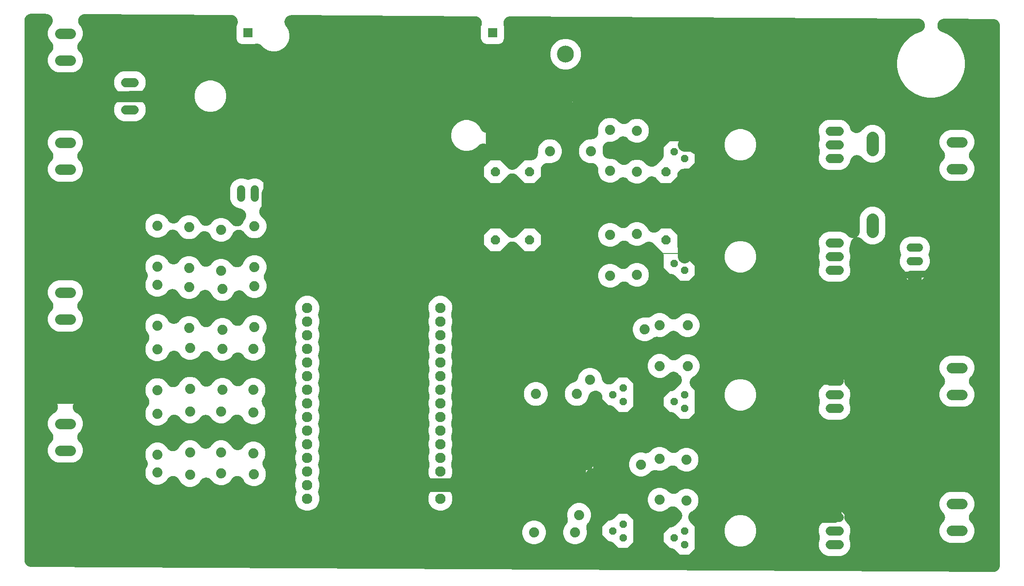
<source format=gbr>
G04 EAGLE Gerber RS-274X export*
G75*
%MOMM*%
%FSLAX34Y34*%
%LPD*%
%INTop Copper*%
%IPPOS*%
%AMOC8*
5,1,8,0,0,1.08239X$1,22.5*%
G01*
%ADD10C,1.524000*%
%ADD11C,2.247900*%
%ADD12R,1.778000X1.778000*%
%ADD13C,1.676400*%
%ADD14C,1.879600*%
%ADD15P,1.429621X8X112.500000*%
%ADD16C,1.930400*%
%ADD17C,1.981200*%
%ADD18P,3.409096X8X292.500000*%
%ADD19C,3.149600*%
%ADD20P,1.814519X8X112.500000*%
%ADD21P,1.814519X8X292.500000*%
%ADD22C,2.540000*%
%ADD23C,2.032000*%
%ADD24C,1.270000*%
%ADD25C,0.152400*%

G36*
X1815672Y2844D02*
X1815672Y2844D01*
X1815812Y2841D01*
X1816175Y2861D01*
X1816538Y2874D01*
X1816678Y2890D01*
X1816818Y2898D01*
X1817179Y2947D01*
X1817539Y2988D01*
X1817677Y3015D01*
X1817817Y3034D01*
X1818171Y3112D01*
X1818528Y3181D01*
X1818664Y3219D01*
X1818801Y3249D01*
X1819149Y3355D01*
X1819499Y3452D01*
X1819631Y3501D01*
X1819766Y3542D01*
X1820104Y3675D01*
X1820445Y3800D01*
X1820573Y3858D01*
X1820704Y3910D01*
X1821031Y4069D01*
X1821361Y4221D01*
X1821483Y4289D01*
X1821610Y4351D01*
X1821923Y4536D01*
X1822240Y4713D01*
X1822357Y4791D01*
X1822478Y4863D01*
X1822775Y5072D01*
X1823077Y5274D01*
X1823188Y5361D01*
X1823303Y5442D01*
X1823582Y5673D01*
X1823868Y5899D01*
X1823971Y5995D01*
X1824079Y6084D01*
X1824339Y6337D01*
X1824606Y6585D01*
X1824701Y6688D01*
X1824802Y6786D01*
X1825042Y7060D01*
X1825288Y7327D01*
X1825374Y7438D01*
X1825467Y7544D01*
X1825685Y7836D01*
X1825908Y8121D01*
X1825985Y8238D01*
X1826070Y8351D01*
X1826264Y8659D01*
X1826464Y8962D01*
X1826532Y9085D01*
X1826607Y9204D01*
X1826775Y9526D01*
X1826951Y9844D01*
X1827009Y9972D01*
X1827074Y10097D01*
X1827217Y10431D01*
X1827367Y10762D01*
X1827415Y10894D01*
X1827470Y11024D01*
X1827585Y11368D01*
X1827708Y11710D01*
X1827745Y11846D01*
X1827790Y11979D01*
X1827878Y12332D01*
X1827974Y12682D01*
X1828000Y12820D01*
X1828034Y12957D01*
X1828094Y13316D01*
X1828161Y13672D01*
X1828177Y13812D01*
X1828200Y13951D01*
X1828231Y14313D01*
X1828270Y14674D01*
X1828274Y14815D01*
X1828286Y14955D01*
X1828299Y15538D01*
X1828299Y1020938D01*
X1828296Y1021009D01*
X1828298Y1021081D01*
X1828277Y1021511D01*
X1828259Y1021945D01*
X1828251Y1022016D01*
X1828247Y1022087D01*
X1828191Y1022514D01*
X1828140Y1022945D01*
X1828125Y1023016D01*
X1828116Y1023086D01*
X1828026Y1023509D01*
X1827941Y1023933D01*
X1827921Y1024002D01*
X1827906Y1024072D01*
X1827783Y1024486D01*
X1827665Y1024902D01*
X1827639Y1024969D01*
X1827619Y1025038D01*
X1827464Y1025441D01*
X1827312Y1025846D01*
X1827282Y1025911D01*
X1827256Y1025978D01*
X1827069Y1026369D01*
X1826886Y1026760D01*
X1826851Y1026822D01*
X1826820Y1026886D01*
X1826602Y1027260D01*
X1826389Y1027636D01*
X1826349Y1027696D01*
X1826313Y1027757D01*
X1826066Y1028112D01*
X1825824Y1028471D01*
X1825779Y1028526D01*
X1825738Y1028585D01*
X1825466Y1028918D01*
X1825194Y1029258D01*
X1825145Y1029310D01*
X1825100Y1029365D01*
X1824800Y1029677D01*
X1824504Y1029992D01*
X1824452Y1030040D01*
X1824402Y1030092D01*
X1824079Y1030379D01*
X1823758Y1030670D01*
X1823702Y1030714D01*
X1823648Y1030761D01*
X1823303Y1031021D01*
X1822961Y1031286D01*
X1822901Y1031325D01*
X1822844Y1031368D01*
X1822479Y1031601D01*
X1822117Y1031837D01*
X1822054Y1031871D01*
X1821994Y1031910D01*
X1821613Y1032112D01*
X1821233Y1032319D01*
X1821167Y1032349D01*
X1821104Y1032382D01*
X1820706Y1032554D01*
X1820312Y1032730D01*
X1820245Y1032754D01*
X1820179Y1032783D01*
X1819769Y1032923D01*
X1819363Y1033067D01*
X1819293Y1033085D01*
X1819226Y1033108D01*
X1818807Y1033215D01*
X1818389Y1033327D01*
X1818318Y1033340D01*
X1818249Y1033358D01*
X1817823Y1033431D01*
X1817398Y1033509D01*
X1817327Y1033516D01*
X1817256Y1033528D01*
X1816826Y1033568D01*
X1816395Y1033612D01*
X1816324Y1033614D01*
X1816252Y1033620D01*
X1815669Y1033637D01*
X1724646Y1034131D01*
X1724585Y1034129D01*
X1724524Y1034131D01*
X1724084Y1034112D01*
X1723639Y1034097D01*
X1723578Y1034090D01*
X1723518Y1034087D01*
X1723079Y1034033D01*
X1722638Y1033982D01*
X1722578Y1033971D01*
X1722517Y1033963D01*
X1722084Y1033874D01*
X1721649Y1033789D01*
X1721590Y1033773D01*
X1721530Y1033760D01*
X1721105Y1033637D01*
X1720678Y1033518D01*
X1720621Y1033497D01*
X1720562Y1033480D01*
X1720148Y1033323D01*
X1719732Y1033171D01*
X1719677Y1033145D01*
X1719620Y1033124D01*
X1719218Y1032934D01*
X1718817Y1032750D01*
X1718764Y1032720D01*
X1718708Y1032694D01*
X1718324Y1032473D01*
X1717938Y1032257D01*
X1717887Y1032223D01*
X1717834Y1032193D01*
X1717469Y1031943D01*
X1717100Y1031697D01*
X1717052Y1031659D01*
X1717002Y1031624D01*
X1716656Y1031346D01*
X1716310Y1031071D01*
X1716265Y1031030D01*
X1716218Y1030992D01*
X1715895Y1030686D01*
X1715571Y1030385D01*
X1715530Y1030341D01*
X1715486Y1030299D01*
X1715188Y1029968D01*
X1714890Y1029643D01*
X1714852Y1029595D01*
X1714811Y1029550D01*
X1714543Y1029199D01*
X1714269Y1028849D01*
X1714235Y1028798D01*
X1714199Y1028750D01*
X1713959Y1028380D01*
X1713714Y1028009D01*
X1713684Y1027955D01*
X1713651Y1027904D01*
X1713442Y1027516D01*
X1713226Y1027126D01*
X1713201Y1027070D01*
X1713172Y1027017D01*
X1712994Y1026614D01*
X1712811Y1026208D01*
X1712790Y1026151D01*
X1712765Y1026095D01*
X1712620Y1025679D01*
X1712469Y1025260D01*
X1712453Y1025201D01*
X1712433Y1025144D01*
X1712320Y1024715D01*
X1712204Y1024288D01*
X1712192Y1024229D01*
X1712177Y1024169D01*
X1712098Y1023733D01*
X1712016Y1023298D01*
X1712009Y1023237D01*
X1711999Y1023177D01*
X1711955Y1022737D01*
X1711908Y1022296D01*
X1711906Y1022235D01*
X1711900Y1022174D01*
X1711892Y1021732D01*
X1711879Y1021289D01*
X1711882Y1021228D01*
X1711881Y1021167D01*
X1711908Y1020725D01*
X1711930Y1020282D01*
X1711938Y1020222D01*
X1711942Y1020161D01*
X1712004Y1019722D01*
X1712061Y1019283D01*
X1712074Y1019224D01*
X1712082Y1019163D01*
X1712179Y1018730D01*
X1712271Y1018298D01*
X1712288Y1018239D01*
X1712302Y1018179D01*
X1712432Y1017756D01*
X1712558Y1017332D01*
X1712580Y1017275D01*
X1712598Y1017216D01*
X1712761Y1016806D01*
X1712921Y1016392D01*
X1712948Y1016336D01*
X1712970Y1016280D01*
X1713166Y1015883D01*
X1713358Y1015483D01*
X1713388Y1015431D01*
X1713415Y1015376D01*
X1713643Y1014993D01*
X1713865Y1014612D01*
X1713899Y1014562D01*
X1713931Y1014510D01*
X1714187Y1014148D01*
X1714439Y1013784D01*
X1714478Y1013737D01*
X1714513Y1013687D01*
X1714796Y1013348D01*
X1715077Y1013005D01*
X1715120Y1012960D01*
X1715159Y1012914D01*
X1715469Y1012597D01*
X1715776Y1012278D01*
X1715821Y1012237D01*
X1715864Y1012194D01*
X1716198Y1011903D01*
X1716529Y1011609D01*
X1716578Y1011572D01*
X1716624Y1011532D01*
X1716980Y1011269D01*
X1717333Y1011001D01*
X1717385Y1010969D01*
X1717434Y1010932D01*
X1717809Y1010699D01*
X1718183Y1010460D01*
X1718237Y1010431D01*
X1718289Y1010399D01*
X1718682Y1010195D01*
X1719073Y1009988D01*
X1719129Y1009963D01*
X1719184Y1009935D01*
X1719718Y1009699D01*
X1729700Y1005565D01*
X1739969Y998703D01*
X1748703Y989969D01*
X1755565Y979700D01*
X1760291Y968289D01*
X1762701Y956175D01*
X1762701Y943825D01*
X1760291Y931711D01*
X1755565Y920300D01*
X1748703Y910031D01*
X1739969Y901297D01*
X1729700Y894435D01*
X1718289Y889709D01*
X1706175Y887299D01*
X1693825Y887299D01*
X1681711Y889709D01*
X1670300Y894435D01*
X1660031Y901297D01*
X1651297Y910031D01*
X1644435Y920300D01*
X1639709Y931711D01*
X1637299Y943825D01*
X1637299Y956175D01*
X1639709Y968289D01*
X1644435Y979700D01*
X1651297Y989969D01*
X1660031Y998703D01*
X1670300Y1005565D01*
X1680919Y1009963D01*
X1681372Y1010172D01*
X1681819Y1010378D01*
X1681826Y1010382D01*
X1681834Y1010385D01*
X1682265Y1010628D01*
X1682699Y1010870D01*
X1682705Y1010875D01*
X1682712Y1010879D01*
X1683122Y1011154D01*
X1683536Y1011431D01*
X1683542Y1011436D01*
X1683549Y1011440D01*
X1683932Y1011744D01*
X1684326Y1012056D01*
X1684332Y1012062D01*
X1684339Y1012067D01*
X1684698Y1012401D01*
X1685065Y1012742D01*
X1685070Y1012748D01*
X1685076Y1012753D01*
X1685415Y1013124D01*
X1685746Y1013484D01*
X1685751Y1013491D01*
X1685757Y1013497D01*
X1686066Y1013893D01*
X1686367Y1014278D01*
X1686371Y1014285D01*
X1686376Y1014291D01*
X1686650Y1014706D01*
X1686923Y1015119D01*
X1686926Y1015126D01*
X1686931Y1015133D01*
X1687166Y1015559D01*
X1687410Y1016001D01*
X1687413Y1016008D01*
X1687417Y1016015D01*
X1687619Y1016463D01*
X1687826Y1016919D01*
X1687828Y1016927D01*
X1687832Y1016934D01*
X1687996Y1017392D01*
X1688167Y1017867D01*
X1688169Y1017875D01*
X1688172Y1017882D01*
X1688303Y1018364D01*
X1688433Y1018839D01*
X1688434Y1018847D01*
X1688436Y1018855D01*
X1688529Y1019345D01*
X1688620Y1019830D01*
X1688621Y1019838D01*
X1688623Y1019845D01*
X1688674Y1020329D01*
X1688729Y1020831D01*
X1688729Y1020839D01*
X1688730Y1020847D01*
X1688743Y1021340D01*
X1688757Y1021839D01*
X1688757Y1021847D01*
X1688757Y1021855D01*
X1688731Y1022347D01*
X1688706Y1022845D01*
X1688705Y1022853D01*
X1688705Y1022861D01*
X1688639Y1023359D01*
X1688575Y1023844D01*
X1688573Y1023852D01*
X1688572Y1023860D01*
X1688468Y1024348D01*
X1688365Y1024830D01*
X1688363Y1024838D01*
X1688361Y1024845D01*
X1688221Y1025315D01*
X1688078Y1025796D01*
X1688075Y1025803D01*
X1688073Y1025811D01*
X1687895Y1026270D01*
X1687715Y1026736D01*
X1687711Y1026743D01*
X1687709Y1026751D01*
X1687497Y1027190D01*
X1687279Y1027644D01*
X1687274Y1027651D01*
X1687271Y1027658D01*
X1687022Y1028086D01*
X1686772Y1028515D01*
X1686767Y1028522D01*
X1686763Y1028529D01*
X1686482Y1028932D01*
X1686197Y1029343D01*
X1686192Y1029350D01*
X1686187Y1029356D01*
X1685873Y1029740D01*
X1685559Y1030123D01*
X1685553Y1030129D01*
X1685548Y1030135D01*
X1685205Y1030491D01*
X1684861Y1030850D01*
X1684855Y1030855D01*
X1684849Y1030861D01*
X1684484Y1031185D01*
X1684107Y1031519D01*
X1684101Y1031524D01*
X1684095Y1031529D01*
X1683701Y1031826D01*
X1683303Y1032126D01*
X1683296Y1032130D01*
X1683290Y1032135D01*
X1682865Y1032405D01*
X1682453Y1032668D01*
X1682446Y1032671D01*
X1682439Y1032676D01*
X1681985Y1032916D01*
X1681563Y1033140D01*
X1681556Y1033143D01*
X1681548Y1033147D01*
X1681085Y1033347D01*
X1680638Y1033541D01*
X1680630Y1033543D01*
X1680623Y1033546D01*
X1680157Y1033705D01*
X1679684Y1033866D01*
X1679677Y1033868D01*
X1679669Y1033871D01*
X1679188Y1033993D01*
X1678708Y1034115D01*
X1678700Y1034117D01*
X1678692Y1034119D01*
X1678201Y1034203D01*
X1677715Y1034286D01*
X1677707Y1034287D01*
X1677699Y1034288D01*
X1677203Y1034333D01*
X1676711Y1034378D01*
X1676701Y1034378D01*
X1676695Y1034379D01*
X1676675Y1034379D01*
X1676128Y1034395D01*
X916940Y1038518D01*
X916826Y1038515D01*
X916712Y1038518D01*
X916323Y1038497D01*
X915933Y1038484D01*
X915819Y1038471D01*
X915705Y1038465D01*
X915319Y1038414D01*
X914932Y1038370D01*
X914820Y1038348D01*
X914706Y1038333D01*
X914325Y1038251D01*
X913942Y1038176D01*
X913833Y1038146D01*
X913721Y1038122D01*
X913347Y1038010D01*
X912972Y1037905D01*
X912865Y1037866D01*
X912755Y1037833D01*
X912391Y1037692D01*
X912026Y1037558D01*
X911922Y1037510D01*
X911816Y1037469D01*
X911464Y1037300D01*
X911110Y1037137D01*
X911011Y1037081D01*
X910908Y1037032D01*
X910571Y1036835D01*
X910231Y1036644D01*
X910136Y1036581D01*
X910038Y1036523D01*
X909718Y1036301D01*
X909394Y1036084D01*
X909304Y1036013D01*
X909210Y1035948D01*
X908909Y1035701D01*
X908603Y1035459D01*
X908520Y1035381D01*
X908431Y1035309D01*
X908151Y1035038D01*
X907865Y1034773D01*
X907788Y1034689D01*
X907706Y1034610D01*
X907447Y1034317D01*
X907183Y1034031D01*
X907113Y1033941D01*
X907037Y1033855D01*
X906802Y1033543D01*
X906563Y1033237D01*
X906500Y1033141D01*
X906431Y1033050D01*
X906222Y1032721D01*
X906007Y1032396D01*
X905952Y1032296D01*
X905891Y1032200D01*
X905709Y1031855D01*
X905520Y1031514D01*
X905473Y1031410D01*
X905419Y1031309D01*
X905265Y1030951D01*
X905104Y1030596D01*
X905065Y1030488D01*
X905020Y1030384D01*
X904895Y1030015D01*
X904762Y1029648D01*
X904732Y1029538D01*
X904696Y1029430D01*
X904600Y1029051D01*
X904497Y1028676D01*
X904476Y1028564D01*
X904448Y1028453D01*
X904382Y1028068D01*
X904310Y1027685D01*
X904297Y1027572D01*
X904278Y1027459D01*
X904243Y1027071D01*
X904201Y1026684D01*
X904198Y1026569D01*
X904188Y1026456D01*
X904184Y1026066D01*
X904172Y1025676D01*
X904178Y1025562D01*
X904177Y1025448D01*
X904204Y1025059D01*
X904224Y1024670D01*
X904239Y1024557D01*
X904247Y1024443D01*
X904304Y1024057D01*
X904355Y1023671D01*
X904378Y1023559D01*
X904395Y1023446D01*
X904484Y1023065D01*
X904565Y1022685D01*
X904597Y1022576D01*
X904623Y1022464D01*
X904741Y1022093D01*
X904852Y1021719D01*
X904893Y1021613D01*
X904927Y1021504D01*
X905138Y1020960D01*
X905666Y1019686D01*
X905666Y996854D01*
X903732Y992186D01*
X900159Y988613D01*
X895491Y986679D01*
X872659Y986679D01*
X867991Y988613D01*
X864418Y992186D01*
X862484Y996854D01*
X862484Y1019686D01*
X863159Y1021315D01*
X863174Y1021357D01*
X863193Y1021398D01*
X863348Y1021829D01*
X863507Y1022261D01*
X863519Y1022304D01*
X863535Y1022347D01*
X863655Y1022788D01*
X863780Y1023231D01*
X863788Y1023276D01*
X863800Y1023319D01*
X863885Y1023766D01*
X863974Y1024220D01*
X863979Y1024265D01*
X863988Y1024309D01*
X864037Y1024763D01*
X864090Y1025221D01*
X864091Y1025266D01*
X864096Y1025311D01*
X864109Y1025769D01*
X864125Y1026228D01*
X864123Y1026273D01*
X864125Y1026318D01*
X864101Y1026776D01*
X864081Y1027235D01*
X864076Y1027279D01*
X864073Y1027324D01*
X864014Y1027778D01*
X863957Y1028235D01*
X863948Y1028279D01*
X863942Y1028324D01*
X863847Y1028773D01*
X863755Y1029222D01*
X863742Y1029265D01*
X863733Y1029309D01*
X863602Y1029748D01*
X863474Y1030190D01*
X863458Y1030232D01*
X863445Y1030275D01*
X863281Y1030702D01*
X863118Y1031132D01*
X863099Y1031173D01*
X863082Y1031215D01*
X862884Y1031629D01*
X862688Y1032044D01*
X862666Y1032083D01*
X862646Y1032124D01*
X862416Y1032520D01*
X862187Y1032918D01*
X862162Y1032956D01*
X862139Y1032995D01*
X861877Y1033372D01*
X861619Y1033750D01*
X861590Y1033785D01*
X861565Y1033823D01*
X861273Y1034178D01*
X860986Y1034535D01*
X860955Y1034567D01*
X860926Y1034602D01*
X860611Y1034931D01*
X860293Y1035266D01*
X860259Y1035297D01*
X860228Y1035329D01*
X859885Y1035633D01*
X859544Y1035941D01*
X859508Y1035968D01*
X859475Y1035998D01*
X859109Y1036274D01*
X858744Y1036554D01*
X858706Y1036578D01*
X858670Y1036605D01*
X858285Y1036851D01*
X857898Y1037101D01*
X857858Y1037123D01*
X857820Y1037147D01*
X857418Y1037361D01*
X857011Y1037580D01*
X856970Y1037598D01*
X856930Y1037619D01*
X856510Y1037801D01*
X856089Y1037987D01*
X856047Y1038002D01*
X856005Y1038020D01*
X855572Y1038168D01*
X855138Y1038320D01*
X855094Y1038331D01*
X855052Y1038346D01*
X854608Y1038459D01*
X854164Y1038576D01*
X854119Y1038584D01*
X854075Y1038595D01*
X853623Y1038673D01*
X853172Y1038754D01*
X853127Y1038758D01*
X853082Y1038766D01*
X852627Y1038807D01*
X852169Y1038852D01*
X852123Y1038853D01*
X852079Y1038857D01*
X851495Y1038874D01*
X509545Y1040731D01*
X509458Y1040728D01*
X509370Y1040731D01*
X508955Y1040711D01*
X508538Y1040697D01*
X508450Y1040687D01*
X508363Y1040683D01*
X507951Y1040630D01*
X507537Y1040583D01*
X507451Y1040566D01*
X507364Y1040555D01*
X506957Y1040469D01*
X506548Y1040389D01*
X506463Y1040366D01*
X506377Y1040348D01*
X505978Y1040230D01*
X505577Y1040118D01*
X505495Y1040088D01*
X505411Y1040063D01*
X505021Y1039914D01*
X504631Y1039771D01*
X504552Y1039734D01*
X504469Y1039703D01*
X504093Y1039524D01*
X503716Y1039350D01*
X503639Y1039307D01*
X503560Y1039269D01*
X503199Y1039061D01*
X502836Y1038857D01*
X502764Y1038809D01*
X502687Y1038765D01*
X502345Y1038528D01*
X501999Y1038297D01*
X501930Y1038242D01*
X501858Y1038193D01*
X501536Y1037930D01*
X501209Y1037672D01*
X501144Y1037612D01*
X501076Y1037557D01*
X500775Y1037269D01*
X500470Y1036986D01*
X500411Y1036921D01*
X500347Y1036861D01*
X500070Y1036550D01*
X499789Y1036243D01*
X499735Y1036174D01*
X499676Y1036109D01*
X499424Y1035777D01*
X499168Y1035449D01*
X499120Y1035376D01*
X499067Y1035306D01*
X498842Y1034956D01*
X498612Y1034609D01*
X498570Y1034532D01*
X498523Y1034458D01*
X498327Y1034092D01*
X498125Y1033727D01*
X498089Y1033647D01*
X498048Y1033569D01*
X497882Y1033189D01*
X497709Y1032809D01*
X497680Y1032726D01*
X497645Y1032646D01*
X497509Y1032253D01*
X497368Y1031861D01*
X497345Y1031776D01*
X497316Y1031693D01*
X497212Y1031290D01*
X497102Y1030888D01*
X497086Y1030803D01*
X497064Y1030717D01*
X496992Y1030307D01*
X496915Y1029898D01*
X496905Y1029811D01*
X496890Y1029725D01*
X496851Y1029309D01*
X496806Y1028896D01*
X496804Y1028809D01*
X496796Y1028721D01*
X496790Y1028305D01*
X496778Y1027889D01*
X496782Y1027801D01*
X496781Y1027714D01*
X496808Y1027298D01*
X496829Y1026883D01*
X496840Y1026796D01*
X496846Y1026708D01*
X496906Y1026295D01*
X496960Y1025883D01*
X496978Y1025798D01*
X496991Y1025711D01*
X497083Y1025304D01*
X497170Y1024898D01*
X497195Y1024814D01*
X497214Y1024728D01*
X497339Y1024330D01*
X497457Y1023932D01*
X497489Y1023850D01*
X497515Y1023766D01*
X497670Y1023380D01*
X497820Y1022992D01*
X497858Y1022912D01*
X497891Y1022831D01*
X498076Y1022459D01*
X498256Y1022083D01*
X498300Y1022008D01*
X498340Y1021929D01*
X498555Y1021571D01*
X498763Y1021213D01*
X498813Y1021141D01*
X498859Y1021065D01*
X499101Y1020726D01*
X499338Y1020385D01*
X499394Y1020317D01*
X499444Y1020245D01*
X499712Y1019927D01*
X499957Y1019629D01*
X503785Y1012998D01*
X505741Y1005699D01*
X505741Y998141D01*
X503785Y990842D01*
X500006Y984297D01*
X494663Y978954D01*
X488118Y975175D01*
X480819Y973219D01*
X473261Y973219D01*
X465962Y975175D01*
X459417Y978954D01*
X454325Y984046D01*
X454227Y984136D01*
X454135Y984232D01*
X453857Y984478D01*
X453585Y984730D01*
X453481Y984812D01*
X453381Y984900D01*
X453084Y985124D01*
X452792Y985353D01*
X452682Y985426D01*
X452576Y985506D01*
X452263Y985705D01*
X451953Y985911D01*
X451837Y985976D01*
X451725Y986047D01*
X451398Y986220D01*
X451073Y986401D01*
X450952Y986456D01*
X450835Y986518D01*
X450494Y986665D01*
X450156Y986819D01*
X450031Y986865D01*
X449909Y986917D01*
X449558Y987037D01*
X449209Y987164D01*
X449081Y987199D01*
X448955Y987242D01*
X448596Y987333D01*
X448238Y987432D01*
X448107Y987457D01*
X447979Y987490D01*
X447613Y987552D01*
X447248Y987622D01*
X447116Y987637D01*
X446985Y987659D01*
X446615Y987693D01*
X446246Y987734D01*
X446114Y987738D01*
X445982Y987750D01*
X445611Y987754D01*
X445239Y987765D01*
X445106Y987759D01*
X444974Y987760D01*
X444604Y987735D01*
X444233Y987717D01*
X444101Y987700D01*
X443969Y987691D01*
X443602Y987636D01*
X443233Y987589D01*
X443103Y987561D01*
X442972Y987542D01*
X442611Y987458D01*
X442247Y987382D01*
X442119Y987344D01*
X441990Y987314D01*
X441637Y987202D01*
X441280Y987097D01*
X441156Y987050D01*
X441030Y987010D01*
X440485Y986799D01*
X440196Y986679D01*
X417364Y986679D01*
X412696Y988613D01*
X409123Y992186D01*
X407189Y996854D01*
X407189Y1019686D01*
X408886Y1023783D01*
X408902Y1023825D01*
X408920Y1023866D01*
X409076Y1024299D01*
X409234Y1024728D01*
X409247Y1024771D01*
X409262Y1024814D01*
X409382Y1025256D01*
X409507Y1025698D01*
X409516Y1025743D01*
X409527Y1025786D01*
X409612Y1026235D01*
X409701Y1026687D01*
X409706Y1026732D01*
X409715Y1026776D01*
X409764Y1027234D01*
X409817Y1027688D01*
X409818Y1027733D01*
X409823Y1027778D01*
X409836Y1028239D01*
X409853Y1028695D01*
X409851Y1028740D01*
X409852Y1028786D01*
X409828Y1029244D01*
X409808Y1029702D01*
X409803Y1029747D01*
X409801Y1029792D01*
X409741Y1030247D01*
X409684Y1030702D01*
X409675Y1030746D01*
X409670Y1030791D01*
X409574Y1031241D01*
X409482Y1031689D01*
X409469Y1031733D01*
X409460Y1031777D01*
X409329Y1032217D01*
X409201Y1032657D01*
X409185Y1032700D01*
X409172Y1032743D01*
X409007Y1033171D01*
X408845Y1033600D01*
X408826Y1033641D01*
X408810Y1033683D01*
X408611Y1034095D01*
X408415Y1034511D01*
X408393Y1034551D01*
X408373Y1034591D01*
X408143Y1034986D01*
X407914Y1035386D01*
X407889Y1035423D01*
X407866Y1035462D01*
X407604Y1035839D01*
X407346Y1036218D01*
X407317Y1036253D01*
X407292Y1036290D01*
X407002Y1036644D01*
X406713Y1037002D01*
X406682Y1037035D01*
X406653Y1037070D01*
X406336Y1037400D01*
X406020Y1037734D01*
X405986Y1037764D01*
X405955Y1037797D01*
X405613Y1038101D01*
X405271Y1038408D01*
X405235Y1038436D01*
X405202Y1038466D01*
X404835Y1038743D01*
X404471Y1039021D01*
X404434Y1039046D01*
X404397Y1039073D01*
X404009Y1039321D01*
X403625Y1039569D01*
X403586Y1039590D01*
X403547Y1039614D01*
X403143Y1039829D01*
X402738Y1040048D01*
X402697Y1040066D01*
X402657Y1040087D01*
X402237Y1040269D01*
X401817Y1040455D01*
X401774Y1040469D01*
X401733Y1040487D01*
X401299Y1040636D01*
X400865Y1040787D01*
X400821Y1040799D01*
X400779Y1040813D01*
X400335Y1040926D01*
X399891Y1041043D01*
X399846Y1041051D01*
X399803Y1041062D01*
X399351Y1041140D01*
X398899Y1041221D01*
X398854Y1041226D01*
X398809Y1041233D01*
X398354Y1041275D01*
X397896Y1041320D01*
X397851Y1041321D01*
X397806Y1041325D01*
X397222Y1041341D01*
X125432Y1042818D01*
X125345Y1042815D01*
X125257Y1042818D01*
X124842Y1042798D01*
X124425Y1042783D01*
X124338Y1042773D01*
X124251Y1042769D01*
X123839Y1042716D01*
X123424Y1042669D01*
X123338Y1042652D01*
X123251Y1042641D01*
X122845Y1042556D01*
X122435Y1042476D01*
X122350Y1042452D01*
X122265Y1042434D01*
X121866Y1042317D01*
X121464Y1042205D01*
X121382Y1042174D01*
X121298Y1042150D01*
X120908Y1042000D01*
X120518Y1041857D01*
X120439Y1041821D01*
X120357Y1041789D01*
X119980Y1041610D01*
X119603Y1041436D01*
X119527Y1041393D01*
X119447Y1041356D01*
X119087Y1041147D01*
X118724Y1040944D01*
X118651Y1040895D01*
X118575Y1040851D01*
X118232Y1040615D01*
X117886Y1040383D01*
X117818Y1040329D01*
X117745Y1040279D01*
X117423Y1040016D01*
X117096Y1039758D01*
X117032Y1039698D01*
X116964Y1039643D01*
X116663Y1039356D01*
X116358Y1039072D01*
X116298Y1039008D01*
X116235Y1038947D01*
X115957Y1038636D01*
X115676Y1038330D01*
X115622Y1038261D01*
X115564Y1038196D01*
X115311Y1037863D01*
X115055Y1037536D01*
X115007Y1037463D01*
X114954Y1037393D01*
X114729Y1037042D01*
X114500Y1036695D01*
X114457Y1036619D01*
X114410Y1036545D01*
X114214Y1036178D01*
X114013Y1035813D01*
X113976Y1035733D01*
X113935Y1035656D01*
X113769Y1035275D01*
X113597Y1034895D01*
X113567Y1034813D01*
X113532Y1034732D01*
X113397Y1034340D01*
X113255Y1033947D01*
X113232Y1033862D01*
X113203Y1033780D01*
X113099Y1033377D01*
X112990Y1032975D01*
X112973Y1032889D01*
X112951Y1032804D01*
X112879Y1032393D01*
X112802Y1031985D01*
X112793Y1031898D01*
X112778Y1031811D01*
X112738Y1031396D01*
X112694Y1030983D01*
X112691Y1030895D01*
X112683Y1030808D01*
X112677Y1030391D01*
X112665Y1029976D01*
X112670Y1029888D01*
X112668Y1029801D01*
X112695Y1029385D01*
X112716Y1028969D01*
X112728Y1028883D01*
X112733Y1028795D01*
X112793Y1028382D01*
X112847Y1027970D01*
X112866Y1027884D01*
X112878Y1027798D01*
X112970Y1027392D01*
X113057Y1026984D01*
X113082Y1026900D01*
X113102Y1026815D01*
X113226Y1026417D01*
X113344Y1026018D01*
X113376Y1025937D01*
X113402Y1025853D01*
X113557Y1025467D01*
X113707Y1025078D01*
X113745Y1024999D01*
X113778Y1024918D01*
X113963Y1024545D01*
X114144Y1024170D01*
X114188Y1024094D01*
X114227Y1024016D01*
X114442Y1023658D01*
X114651Y1023299D01*
X114701Y1023227D01*
X114746Y1023152D01*
X114988Y1022813D01*
X115225Y1022471D01*
X115281Y1022403D01*
X115332Y1022332D01*
X115599Y1022014D01*
X115864Y1021691D01*
X115924Y1021628D01*
X115981Y1021561D01*
X116384Y1021139D01*
X116896Y1020627D01*
X119872Y1015472D01*
X121413Y1009722D01*
X121413Y1003770D01*
X119872Y998020D01*
X116896Y992865D01*
X114738Y990707D01*
X114665Y990629D01*
X114589Y990555D01*
X114324Y990259D01*
X114054Y989966D01*
X113988Y989883D01*
X113917Y989804D01*
X113677Y989487D01*
X113431Y989174D01*
X113372Y989086D01*
X113308Y989001D01*
X113094Y988667D01*
X112873Y988335D01*
X112821Y988242D01*
X112764Y988153D01*
X112577Y987803D01*
X112383Y987455D01*
X112339Y987358D01*
X112289Y987264D01*
X112130Y986900D01*
X111964Y986538D01*
X111928Y986438D01*
X111886Y986341D01*
X111756Y985964D01*
X111620Y985591D01*
X111592Y985488D01*
X111557Y985388D01*
X111458Y985003D01*
X111352Y984619D01*
X111332Y984515D01*
X111305Y984412D01*
X111236Y984019D01*
X111161Y983630D01*
X111150Y983525D01*
X111131Y983420D01*
X111094Y983022D01*
X111050Y982628D01*
X111047Y982522D01*
X111037Y982416D01*
X111031Y982018D01*
X111018Y981621D01*
X111024Y981515D01*
X111022Y981409D01*
X111048Y981012D01*
X111067Y980614D01*
X111080Y980509D01*
X111087Y980403D01*
X111144Y980010D01*
X111195Y979615D01*
X111217Y979511D01*
X111232Y979406D01*
X111320Y979019D01*
X111402Y978629D01*
X111432Y978527D01*
X111455Y978423D01*
X111574Y978043D01*
X111686Y977662D01*
X111724Y977563D01*
X111756Y977461D01*
X111905Y977091D01*
X112046Y976721D01*
X112092Y976625D01*
X112132Y976526D01*
X112309Y976170D01*
X112480Y975811D01*
X112533Y975719D01*
X112581Y975624D01*
X112785Y975283D01*
X112985Y974939D01*
X113045Y974851D01*
X113100Y974760D01*
X113331Y974436D01*
X113557Y974109D01*
X113624Y974027D01*
X113685Y973940D01*
X113941Y973637D01*
X114193Y973327D01*
X114266Y973250D01*
X114334Y973169D01*
X114737Y972747D01*
X116896Y970589D01*
X119872Y965434D01*
X121413Y959684D01*
X121413Y953732D01*
X119872Y947982D01*
X116896Y942827D01*
X112687Y938618D01*
X107532Y935642D01*
X101782Y934101D01*
X76018Y934101D01*
X70268Y935642D01*
X65113Y938618D01*
X60904Y942827D01*
X57928Y947982D01*
X56387Y953732D01*
X56387Y959684D01*
X57928Y965434D01*
X60904Y970589D01*
X63063Y972747D01*
X63135Y972825D01*
X63211Y972899D01*
X63477Y973196D01*
X63746Y973488D01*
X63812Y973571D01*
X63883Y973650D01*
X64124Y973967D01*
X64369Y974280D01*
X64428Y974368D01*
X64492Y974453D01*
X64707Y974788D01*
X64927Y975119D01*
X64979Y975212D01*
X65036Y975301D01*
X65224Y975652D01*
X65417Y976000D01*
X65461Y976096D01*
X65511Y976190D01*
X65670Y976554D01*
X65836Y976916D01*
X65872Y977016D01*
X65914Y977113D01*
X66044Y977490D01*
X66180Y977863D01*
X66208Y977965D01*
X66243Y978066D01*
X66342Y978451D01*
X66448Y978835D01*
X66468Y978939D01*
X66495Y979042D01*
X66563Y979433D01*
X66639Y979824D01*
X66650Y979930D01*
X66669Y980034D01*
X66706Y980429D01*
X66750Y980826D01*
X66753Y980932D01*
X66763Y981038D01*
X66769Y981435D01*
X66782Y981833D01*
X66776Y981939D01*
X66778Y982045D01*
X66752Y982442D01*
X66733Y982840D01*
X66720Y982945D01*
X66713Y983051D01*
X66656Y983446D01*
X66605Y983839D01*
X66583Y983943D01*
X66568Y984048D01*
X66480Y984436D01*
X66398Y984826D01*
X66368Y984927D01*
X66345Y985031D01*
X66226Y985410D01*
X66114Y985792D01*
X66076Y985892D01*
X66044Y985993D01*
X65896Y986361D01*
X65754Y986733D01*
X65708Y986829D01*
X65668Y986928D01*
X65491Y987284D01*
X65320Y987643D01*
X65267Y987735D01*
X65219Y987830D01*
X65014Y988171D01*
X64815Y988515D01*
X64755Y988603D01*
X64700Y988694D01*
X64469Y989018D01*
X64243Y989345D01*
X64176Y989427D01*
X64115Y989514D01*
X63858Y989818D01*
X63607Y990127D01*
X63534Y990204D01*
X63466Y990285D01*
X63062Y990707D01*
X60904Y992865D01*
X57928Y998020D01*
X56387Y1003770D01*
X56387Y1009722D01*
X57928Y1015472D01*
X60904Y1020627D01*
X61810Y1021533D01*
X61823Y1021546D01*
X61836Y1021559D01*
X62165Y1021918D01*
X62494Y1022273D01*
X62505Y1022288D01*
X62518Y1022302D01*
X62815Y1022682D01*
X63117Y1023065D01*
X63127Y1023081D01*
X63139Y1023095D01*
X63404Y1023497D01*
X63675Y1023904D01*
X63684Y1023921D01*
X63694Y1023936D01*
X63928Y1024359D01*
X64165Y1024785D01*
X64173Y1024802D01*
X64181Y1024818D01*
X64381Y1025258D01*
X64583Y1025702D01*
X64590Y1025719D01*
X64597Y1025736D01*
X64763Y1026195D01*
X64928Y1026649D01*
X64933Y1026667D01*
X64939Y1026684D01*
X65066Y1027150D01*
X65196Y1027620D01*
X65199Y1027639D01*
X65204Y1027656D01*
X65294Y1028129D01*
X65386Y1028610D01*
X65388Y1028628D01*
X65392Y1028647D01*
X65444Y1029133D01*
X65498Y1029611D01*
X65498Y1029630D01*
X65500Y1029649D01*
X65514Y1030133D01*
X65529Y1030619D01*
X65528Y1030637D01*
X65529Y1030656D01*
X65504Y1031139D01*
X65481Y1031625D01*
X65479Y1031644D01*
X65478Y1031662D01*
X65415Y1032142D01*
X65353Y1032625D01*
X65349Y1032643D01*
X65347Y1032661D01*
X65246Y1033136D01*
X65146Y1033611D01*
X65141Y1033629D01*
X65137Y1033647D01*
X64999Y1034111D01*
X64862Y1034578D01*
X64855Y1034595D01*
X64850Y1034613D01*
X64675Y1035065D01*
X64501Y1035519D01*
X64493Y1035536D01*
X64487Y1035553D01*
X64276Y1035991D01*
X64068Y1036429D01*
X64058Y1036445D01*
X64050Y1036462D01*
X63808Y1036877D01*
X63563Y1037301D01*
X63552Y1037316D01*
X63543Y1037332D01*
X63265Y1037733D01*
X62991Y1038131D01*
X62979Y1038145D01*
X62969Y1038160D01*
X62661Y1038536D01*
X62355Y1038912D01*
X62342Y1038926D01*
X62330Y1038940D01*
X61995Y1039289D01*
X61659Y1039641D01*
X61645Y1039653D01*
X61632Y1039667D01*
X61271Y1039988D01*
X60907Y1040312D01*
X60892Y1040324D01*
X60879Y1040336D01*
X60500Y1040622D01*
X60105Y1040922D01*
X60089Y1040932D01*
X60074Y1040943D01*
X59668Y1041202D01*
X59257Y1041466D01*
X59240Y1041475D01*
X59225Y1041485D01*
X58798Y1041711D01*
X58368Y1041941D01*
X58351Y1041949D01*
X58334Y1041957D01*
X57891Y1042149D01*
X57444Y1042344D01*
X57427Y1042350D01*
X57410Y1042358D01*
X56952Y1042514D01*
X56492Y1042673D01*
X56473Y1042677D01*
X56456Y1042683D01*
X55987Y1042803D01*
X55516Y1042925D01*
X55498Y1042928D01*
X55480Y1042933D01*
X55000Y1043015D01*
X54523Y1043099D01*
X54505Y1043100D01*
X54486Y1043103D01*
X54008Y1043147D01*
X53520Y1043193D01*
X53501Y1043193D01*
X53483Y1043195D01*
X52899Y1043212D01*
X25469Y1043361D01*
X25328Y1043356D01*
X25188Y1043359D01*
X24825Y1043339D01*
X24462Y1043326D01*
X24322Y1043310D01*
X24182Y1043302D01*
X23821Y1043253D01*
X23461Y1043212D01*
X23323Y1043185D01*
X23183Y1043166D01*
X22829Y1043088D01*
X22472Y1043019D01*
X22336Y1042981D01*
X22199Y1042951D01*
X21851Y1042845D01*
X21501Y1042748D01*
X21369Y1042699D01*
X21234Y1042658D01*
X20896Y1042525D01*
X20555Y1042400D01*
X20427Y1042342D01*
X20296Y1042290D01*
X19969Y1042131D01*
X19639Y1041979D01*
X19517Y1041911D01*
X19390Y1041849D01*
X19077Y1041664D01*
X18760Y1041487D01*
X18643Y1041409D01*
X18522Y1041337D01*
X18225Y1041128D01*
X17923Y1040926D01*
X17812Y1040839D01*
X17697Y1040758D01*
X17418Y1040527D01*
X17132Y1040301D01*
X17029Y1040205D01*
X16921Y1040116D01*
X16661Y1039863D01*
X16394Y1039615D01*
X16299Y1039512D01*
X16198Y1039414D01*
X15958Y1039140D01*
X15712Y1038873D01*
X15626Y1038762D01*
X15533Y1038656D01*
X15315Y1038364D01*
X15092Y1038079D01*
X15015Y1037962D01*
X14930Y1037849D01*
X14736Y1037541D01*
X14536Y1037238D01*
X14468Y1037115D01*
X14393Y1036996D01*
X14225Y1036674D01*
X14049Y1036356D01*
X13991Y1036228D01*
X13926Y1036103D01*
X13783Y1035769D01*
X13633Y1035438D01*
X13585Y1035306D01*
X13530Y1035176D01*
X13415Y1034832D01*
X13292Y1034490D01*
X13255Y1034354D01*
X13210Y1034221D01*
X13122Y1033868D01*
X13026Y1033518D01*
X13000Y1033380D01*
X12966Y1033243D01*
X12906Y1032884D01*
X12839Y1032528D01*
X12823Y1032388D01*
X12800Y1032249D01*
X12769Y1031887D01*
X12730Y1031526D01*
X12726Y1031385D01*
X12714Y1031245D01*
X12701Y1030662D01*
X12701Y25262D01*
X12704Y25191D01*
X12702Y25119D01*
X12723Y24689D01*
X12741Y24255D01*
X12749Y24184D01*
X12753Y24113D01*
X12809Y23686D01*
X12860Y23255D01*
X12875Y23184D01*
X12884Y23114D01*
X12974Y22691D01*
X13059Y22267D01*
X13079Y22198D01*
X13094Y22128D01*
X13217Y21714D01*
X13335Y21298D01*
X13361Y21231D01*
X13381Y21162D01*
X13536Y20759D01*
X13688Y20354D01*
X13718Y20289D01*
X13744Y20222D01*
X13931Y19831D01*
X14114Y19440D01*
X14149Y19378D01*
X14180Y19314D01*
X14398Y18940D01*
X14611Y18564D01*
X14651Y18504D01*
X14687Y18443D01*
X14934Y18088D01*
X15176Y17729D01*
X15221Y17674D01*
X15262Y17615D01*
X15536Y17280D01*
X15806Y16942D01*
X15855Y16890D01*
X15900Y16835D01*
X16200Y16523D01*
X16496Y16208D01*
X16548Y16160D01*
X16598Y16108D01*
X16921Y15821D01*
X17242Y15530D01*
X17298Y15486D01*
X17352Y15439D01*
X17697Y15179D01*
X18039Y14914D01*
X18099Y14875D01*
X18156Y14832D01*
X18521Y14599D01*
X18883Y14363D01*
X18946Y14329D01*
X19006Y14290D01*
X19387Y14088D01*
X19767Y13881D01*
X19833Y13851D01*
X19896Y13818D01*
X20294Y13646D01*
X20688Y13470D01*
X20755Y13446D01*
X20821Y13417D01*
X21231Y13277D01*
X21637Y13133D01*
X21707Y13115D01*
X21774Y13092D01*
X22194Y12985D01*
X22611Y12873D01*
X22681Y12860D01*
X22751Y12842D01*
X23177Y12769D01*
X23602Y12691D01*
X23673Y12684D01*
X23744Y12672D01*
X24174Y12632D01*
X24605Y12588D01*
X24676Y12586D01*
X24748Y12580D01*
X25331Y12563D01*
X1815531Y2839D01*
X1815672Y2844D01*
G37*
%LPC*%
G36*
X536257Y117247D02*
X536257Y117247D01*
X530572Y118771D01*
X525475Y121713D01*
X521313Y125875D01*
X518371Y130972D01*
X516847Y136657D01*
X516847Y142543D01*
X518581Y149013D01*
X518583Y149022D01*
X518586Y149030D01*
X518694Y149513D01*
X518803Y149996D01*
X518804Y150005D01*
X518806Y150013D01*
X518876Y150505D01*
X518946Y150994D01*
X518947Y151002D01*
X518948Y151011D01*
X518979Y151513D01*
X519010Y151999D01*
X519010Y152008D01*
X519011Y152017D01*
X519002Y152507D01*
X518994Y153007D01*
X518993Y153016D01*
X518993Y153025D01*
X518946Y153513D01*
X518898Y154010D01*
X518896Y154019D01*
X518896Y154028D01*
X518809Y154514D01*
X518723Y155003D01*
X518721Y155011D01*
X518719Y155020D01*
X518581Y155587D01*
X516847Y162057D01*
X516847Y167943D01*
X518581Y174413D01*
X518583Y174422D01*
X518586Y174430D01*
X518691Y174899D01*
X518803Y175396D01*
X518804Y175405D01*
X518806Y175413D01*
X518876Y175906D01*
X518946Y176394D01*
X518947Y176402D01*
X518948Y176411D01*
X518979Y176913D01*
X519010Y177399D01*
X519010Y177408D01*
X519011Y177417D01*
X519002Y177903D01*
X518994Y178407D01*
X518993Y178416D01*
X518993Y178425D01*
X518946Y178913D01*
X518898Y179410D01*
X518896Y179419D01*
X518896Y179428D01*
X518809Y179913D01*
X518723Y180403D01*
X518721Y180411D01*
X518719Y180420D01*
X518581Y180987D01*
X516847Y187457D01*
X516847Y193343D01*
X518581Y199813D01*
X518583Y199822D01*
X518586Y199830D01*
X518692Y200305D01*
X518803Y200796D01*
X518804Y200805D01*
X518806Y200813D01*
X518877Y201315D01*
X518946Y201794D01*
X518947Y201802D01*
X518948Y201811D01*
X518979Y202303D01*
X519010Y202799D01*
X519010Y202808D01*
X519011Y202817D01*
X519002Y203304D01*
X518994Y203807D01*
X518993Y203816D01*
X518993Y203825D01*
X518946Y204310D01*
X518898Y204810D01*
X518896Y204819D01*
X518896Y204828D01*
X518810Y205308D01*
X518723Y205803D01*
X518721Y205811D01*
X518719Y205820D01*
X518581Y206387D01*
X516847Y212857D01*
X516847Y218743D01*
X518581Y225213D01*
X518583Y225222D01*
X518586Y225230D01*
X518695Y225716D01*
X518803Y226196D01*
X518804Y226205D01*
X518806Y226213D01*
X518876Y226706D01*
X518946Y227194D01*
X518947Y227202D01*
X518948Y227211D01*
X518978Y227698D01*
X519010Y228199D01*
X519010Y228208D01*
X519011Y228217D01*
X519002Y228703D01*
X518994Y229207D01*
X518993Y229216D01*
X518993Y229225D01*
X518946Y229713D01*
X518898Y230210D01*
X518896Y230219D01*
X518896Y230228D01*
X518810Y230711D01*
X518723Y231203D01*
X518721Y231211D01*
X518719Y231220D01*
X518581Y231787D01*
X516847Y238257D01*
X516847Y244143D01*
X518581Y250613D01*
X518583Y250622D01*
X518586Y250630D01*
X518694Y251112D01*
X518803Y251596D01*
X518804Y251605D01*
X518806Y251613D01*
X518877Y252115D01*
X518946Y252594D01*
X518947Y252602D01*
X518948Y252611D01*
X518978Y253097D01*
X519010Y253599D01*
X519010Y253608D01*
X519011Y253617D01*
X519002Y254100D01*
X518994Y254607D01*
X518993Y254616D01*
X518993Y254625D01*
X518945Y255115D01*
X518898Y255610D01*
X518896Y255619D01*
X518896Y255628D01*
X518810Y256110D01*
X518723Y256603D01*
X518721Y256611D01*
X518719Y256620D01*
X518581Y257187D01*
X516847Y263657D01*
X516847Y269543D01*
X518581Y276013D01*
X518583Y276022D01*
X518586Y276030D01*
X518694Y276515D01*
X518803Y276996D01*
X518804Y277005D01*
X518806Y277013D01*
X518877Y277515D01*
X518946Y277994D01*
X518947Y278002D01*
X518948Y278011D01*
X518979Y278507D01*
X519010Y278999D01*
X519010Y279008D01*
X519011Y279017D01*
X519002Y279509D01*
X518994Y280007D01*
X518993Y280016D01*
X518993Y280025D01*
X518946Y280510D01*
X518898Y281010D01*
X518896Y281019D01*
X518896Y281028D01*
X518809Y281516D01*
X518723Y282003D01*
X518721Y282011D01*
X518719Y282020D01*
X518581Y282587D01*
X516847Y289057D01*
X516847Y294943D01*
X518581Y301413D01*
X518583Y301422D01*
X518586Y301430D01*
X518695Y301916D01*
X518803Y302396D01*
X518804Y302405D01*
X518806Y302413D01*
X518877Y302909D01*
X518946Y303394D01*
X518947Y303402D01*
X518948Y303411D01*
X518979Y303913D01*
X519010Y304399D01*
X519010Y304408D01*
X519011Y304417D01*
X519002Y304909D01*
X518994Y305407D01*
X518993Y305416D01*
X518993Y305425D01*
X518945Y305915D01*
X518898Y306410D01*
X518896Y306419D01*
X518896Y306428D01*
X518809Y306916D01*
X518723Y307403D01*
X518721Y307411D01*
X518719Y307420D01*
X518581Y307987D01*
X516847Y314457D01*
X516847Y320343D01*
X518581Y326813D01*
X518583Y326822D01*
X518586Y326830D01*
X518695Y327316D01*
X518803Y327796D01*
X518804Y327805D01*
X518806Y327813D01*
X518875Y328296D01*
X518946Y328794D01*
X518947Y328802D01*
X518948Y328811D01*
X518979Y329305D01*
X519010Y329799D01*
X519010Y329808D01*
X519011Y329817D01*
X519002Y330309D01*
X518994Y330807D01*
X518993Y330816D01*
X518993Y330825D01*
X518946Y331312D01*
X518898Y331810D01*
X518896Y331819D01*
X518896Y331828D01*
X518809Y332316D01*
X518723Y332803D01*
X518721Y332811D01*
X518719Y332820D01*
X518581Y333387D01*
X516847Y339857D01*
X516847Y345743D01*
X518581Y352213D01*
X518583Y352222D01*
X518586Y352230D01*
X518691Y352702D01*
X518803Y353196D01*
X518804Y353205D01*
X518806Y353213D01*
X518877Y353715D01*
X518946Y354194D01*
X518947Y354202D01*
X518948Y354211D01*
X518979Y354713D01*
X519010Y355199D01*
X519010Y355208D01*
X519011Y355217D01*
X519002Y355696D01*
X518994Y356207D01*
X518993Y356216D01*
X518993Y356225D01*
X518946Y356708D01*
X518898Y357210D01*
X518896Y357219D01*
X518896Y357228D01*
X518809Y357716D01*
X518723Y358203D01*
X518721Y358211D01*
X518719Y358220D01*
X518581Y358787D01*
X516847Y365257D01*
X516847Y371143D01*
X518581Y377613D01*
X518583Y377622D01*
X518586Y377630D01*
X518695Y378116D01*
X518803Y378596D01*
X518804Y378605D01*
X518806Y378613D01*
X518876Y379102D01*
X518946Y379594D01*
X518947Y379602D01*
X518948Y379611D01*
X518979Y380108D01*
X519010Y380599D01*
X519010Y380608D01*
X519011Y380617D01*
X519002Y381096D01*
X518994Y381607D01*
X518993Y381616D01*
X518993Y381625D01*
X518946Y382111D01*
X518898Y382610D01*
X518896Y382619D01*
X518896Y382628D01*
X518809Y383116D01*
X518723Y383603D01*
X518721Y383611D01*
X518719Y383620D01*
X518581Y384187D01*
X516847Y390657D01*
X516847Y396543D01*
X518581Y403013D01*
X518583Y403022D01*
X518586Y403030D01*
X518694Y403513D01*
X518803Y403996D01*
X518804Y404005D01*
X518806Y404013D01*
X518877Y404515D01*
X518946Y404994D01*
X518947Y405002D01*
X518948Y405011D01*
X518979Y405513D01*
X519010Y405999D01*
X519010Y406008D01*
X519011Y406017D01*
X519002Y406509D01*
X518994Y407007D01*
X518993Y407016D01*
X518993Y407025D01*
X518946Y407512D01*
X518898Y408010D01*
X518896Y408019D01*
X518896Y408028D01*
X518811Y408503D01*
X518723Y409003D01*
X518721Y409011D01*
X518719Y409020D01*
X518581Y409587D01*
X516847Y416057D01*
X516847Y421943D01*
X518581Y428413D01*
X518583Y428422D01*
X518586Y428430D01*
X518695Y428916D01*
X518803Y429396D01*
X518804Y429405D01*
X518806Y429413D01*
X518877Y429911D01*
X518946Y430394D01*
X518947Y430402D01*
X518948Y430411D01*
X518978Y430897D01*
X519010Y431399D01*
X519010Y431408D01*
X519011Y431417D01*
X519002Y431901D01*
X518994Y432407D01*
X518993Y432416D01*
X518993Y432425D01*
X518945Y432915D01*
X518898Y433410D01*
X518896Y433419D01*
X518896Y433428D01*
X518809Y433916D01*
X518723Y434403D01*
X518721Y434411D01*
X518719Y434420D01*
X518581Y434987D01*
X516847Y441457D01*
X516847Y447343D01*
X518581Y453813D01*
X518583Y453822D01*
X518586Y453830D01*
X518693Y454307D01*
X518803Y454796D01*
X518804Y454805D01*
X518806Y454813D01*
X518877Y455311D01*
X518946Y455794D01*
X518947Y455802D01*
X518948Y455811D01*
X518979Y456309D01*
X519010Y456799D01*
X519010Y456808D01*
X519011Y456817D01*
X519002Y457309D01*
X518994Y457807D01*
X518993Y457816D01*
X518993Y457825D01*
X518945Y458314D01*
X518898Y458810D01*
X518896Y458819D01*
X518896Y458828D01*
X518810Y459309D01*
X518723Y459803D01*
X518721Y459811D01*
X518719Y459820D01*
X518581Y460387D01*
X516847Y466857D01*
X516847Y472743D01*
X518581Y479213D01*
X518583Y479222D01*
X518586Y479230D01*
X518695Y479716D01*
X518803Y480196D01*
X518804Y480205D01*
X518806Y480213D01*
X518877Y480715D01*
X518946Y481194D01*
X518947Y481202D01*
X518948Y481211D01*
X518979Y481712D01*
X519010Y482199D01*
X519010Y482208D01*
X519011Y482217D01*
X519002Y482709D01*
X518994Y483207D01*
X518993Y483216D01*
X518993Y483225D01*
X518946Y483706D01*
X518898Y484210D01*
X518896Y484219D01*
X518896Y484228D01*
X518811Y484701D01*
X518723Y485203D01*
X518721Y485211D01*
X518719Y485220D01*
X518581Y485787D01*
X516847Y492257D01*
X516847Y498143D01*
X518371Y503828D01*
X521313Y508925D01*
X525475Y513087D01*
X530572Y516029D01*
X536257Y517553D01*
X542143Y517553D01*
X547828Y516029D01*
X552925Y513087D01*
X557087Y508925D01*
X560029Y503828D01*
X561553Y498143D01*
X561553Y492257D01*
X559819Y485787D01*
X559817Y485778D01*
X559814Y485770D01*
X559703Y485271D01*
X559597Y484804D01*
X559596Y484795D01*
X559594Y484787D01*
X559521Y484278D01*
X559454Y483806D01*
X559453Y483798D01*
X559452Y483789D01*
X559420Y483282D01*
X559390Y482801D01*
X559390Y482792D01*
X559389Y482783D01*
X559398Y482282D01*
X559406Y481793D01*
X559407Y481784D01*
X559407Y481775D01*
X559455Y481276D01*
X559502Y480790D01*
X559504Y480781D01*
X559504Y480772D01*
X559591Y480286D01*
X559677Y479797D01*
X559679Y479789D01*
X559681Y479780D01*
X559819Y479213D01*
X561553Y472743D01*
X561553Y466857D01*
X559819Y460387D01*
X559817Y460378D01*
X559814Y460370D01*
X559705Y459881D01*
X559597Y459404D01*
X559596Y459395D01*
X559594Y459387D01*
X559523Y458885D01*
X559454Y458406D01*
X559453Y458398D01*
X559452Y458389D01*
X559420Y457874D01*
X559390Y457401D01*
X559390Y457392D01*
X559389Y457383D01*
X559398Y456882D01*
X559406Y456393D01*
X559407Y456384D01*
X559407Y456375D01*
X559455Y455877D01*
X559502Y455390D01*
X559504Y455381D01*
X559504Y455372D01*
X559591Y454886D01*
X559677Y454397D01*
X559679Y454389D01*
X559681Y454380D01*
X559819Y453813D01*
X561553Y447343D01*
X561553Y441457D01*
X559819Y434987D01*
X559817Y434978D01*
X559814Y434970D01*
X559702Y434469D01*
X559597Y434004D01*
X559596Y433995D01*
X559594Y433987D01*
X559523Y433485D01*
X559454Y433006D01*
X559453Y432998D01*
X559452Y432989D01*
X559421Y432485D01*
X559390Y432001D01*
X559390Y431992D01*
X559389Y431983D01*
X559398Y431490D01*
X559406Y430993D01*
X559407Y430984D01*
X559407Y430975D01*
X559456Y430476D01*
X559502Y429990D01*
X559504Y429981D01*
X559504Y429972D01*
X559592Y429481D01*
X559677Y428997D01*
X559679Y428989D01*
X559681Y428980D01*
X559819Y428413D01*
X561553Y421943D01*
X561553Y416057D01*
X559819Y409587D01*
X559817Y409578D01*
X559814Y409570D01*
X559705Y409080D01*
X559597Y408604D01*
X559596Y408595D01*
X559594Y408587D01*
X559520Y408071D01*
X559454Y407606D01*
X559453Y407598D01*
X559452Y407589D01*
X559421Y407086D01*
X559390Y406601D01*
X559390Y406592D01*
X559389Y406583D01*
X559398Y406083D01*
X559406Y405593D01*
X559407Y405584D01*
X559407Y405575D01*
X559454Y405086D01*
X559502Y404590D01*
X559504Y404581D01*
X559504Y404572D01*
X559592Y404080D01*
X559677Y403597D01*
X559679Y403589D01*
X559681Y403580D01*
X559819Y403013D01*
X561553Y396543D01*
X561553Y390657D01*
X559819Y384187D01*
X559817Y384178D01*
X559814Y384170D01*
X559703Y383673D01*
X559597Y383204D01*
X559596Y383195D01*
X559594Y383187D01*
X559523Y382685D01*
X559454Y382206D01*
X559453Y382198D01*
X559452Y382189D01*
X559420Y381680D01*
X559390Y381201D01*
X559390Y381192D01*
X559389Y381183D01*
X559398Y380691D01*
X559406Y380193D01*
X559407Y380184D01*
X559407Y380175D01*
X559455Y379677D01*
X559502Y379190D01*
X559504Y379181D01*
X559504Y379172D01*
X559591Y378685D01*
X559677Y378197D01*
X559679Y378189D01*
X559681Y378180D01*
X559819Y377613D01*
X561553Y371143D01*
X561553Y365257D01*
X559819Y358787D01*
X559817Y358778D01*
X559814Y358770D01*
X559705Y358284D01*
X559597Y357804D01*
X559596Y357795D01*
X559594Y357787D01*
X559522Y357279D01*
X559454Y356806D01*
X559453Y356798D01*
X559452Y356789D01*
X559421Y356287D01*
X559390Y355801D01*
X559390Y355792D01*
X559389Y355783D01*
X559398Y355272D01*
X559406Y354793D01*
X559407Y354784D01*
X559407Y354775D01*
X559455Y354285D01*
X559502Y353790D01*
X559504Y353781D01*
X559504Y353772D01*
X559591Y353285D01*
X559677Y352797D01*
X559679Y352789D01*
X559681Y352780D01*
X559819Y352213D01*
X561553Y345743D01*
X561553Y339857D01*
X559819Y333387D01*
X559817Y333378D01*
X559814Y333370D01*
X559703Y332872D01*
X559597Y332404D01*
X559596Y332395D01*
X559594Y332387D01*
X559521Y331877D01*
X559454Y331406D01*
X559453Y331398D01*
X559452Y331389D01*
X559421Y330886D01*
X559390Y330401D01*
X559390Y330392D01*
X559389Y330383D01*
X559398Y329889D01*
X559406Y329393D01*
X559407Y329384D01*
X559407Y329375D01*
X559456Y328872D01*
X559502Y328390D01*
X559504Y328381D01*
X559504Y328372D01*
X559592Y327882D01*
X559677Y327397D01*
X559679Y327389D01*
X559681Y327380D01*
X559819Y326813D01*
X561553Y320343D01*
X561553Y314457D01*
X559819Y307987D01*
X559817Y307978D01*
X559814Y307970D01*
X559704Y307478D01*
X559597Y307004D01*
X559596Y306995D01*
X559594Y306987D01*
X559521Y306477D01*
X559454Y306006D01*
X559453Y305998D01*
X559452Y305989D01*
X559420Y305479D01*
X559390Y305001D01*
X559390Y304992D01*
X559389Y304983D01*
X559398Y304476D01*
X559406Y303993D01*
X559407Y303984D01*
X559407Y303975D01*
X559455Y303480D01*
X559502Y302990D01*
X559504Y302981D01*
X559504Y302972D01*
X559591Y302486D01*
X559677Y301997D01*
X559679Y301989D01*
X559681Y301980D01*
X559819Y301413D01*
X561553Y294943D01*
X561553Y289057D01*
X559819Y282587D01*
X559817Y282578D01*
X559814Y282570D01*
X559705Y282084D01*
X559597Y281604D01*
X559596Y281595D01*
X559594Y281587D01*
X559523Y281085D01*
X559454Y280606D01*
X559453Y280598D01*
X559452Y280589D01*
X559420Y280078D01*
X559390Y279601D01*
X559390Y279592D01*
X559389Y279583D01*
X559398Y279091D01*
X559406Y278593D01*
X559407Y278584D01*
X559407Y278575D01*
X559455Y278082D01*
X559502Y277590D01*
X559504Y277581D01*
X559504Y277572D01*
X559592Y277082D01*
X559677Y276597D01*
X559679Y276589D01*
X559681Y276580D01*
X559819Y276013D01*
X561553Y269543D01*
X561553Y263657D01*
X559819Y257187D01*
X559817Y257178D01*
X559814Y257170D01*
X559705Y256681D01*
X559597Y256204D01*
X559596Y256195D01*
X559594Y256187D01*
X559522Y255679D01*
X559454Y255206D01*
X559453Y255198D01*
X559452Y255189D01*
X559421Y254687D01*
X559390Y254201D01*
X559390Y254192D01*
X559389Y254183D01*
X559398Y253688D01*
X559406Y253193D01*
X559407Y253184D01*
X559407Y253175D01*
X559454Y252686D01*
X559502Y252190D01*
X559504Y252181D01*
X559504Y252172D01*
X559591Y251686D01*
X559677Y251197D01*
X559679Y251189D01*
X559681Y251180D01*
X559819Y250613D01*
X561553Y244143D01*
X561553Y238257D01*
X559819Y231787D01*
X559817Y231778D01*
X559814Y231770D01*
X559703Y231275D01*
X559597Y230804D01*
X559596Y230795D01*
X559594Y230787D01*
X559521Y230276D01*
X559454Y229806D01*
X559453Y229798D01*
X559452Y229789D01*
X559421Y229285D01*
X559390Y228801D01*
X559390Y228792D01*
X559389Y228783D01*
X559398Y228282D01*
X559406Y227793D01*
X559407Y227784D01*
X559407Y227775D01*
X559455Y227278D01*
X559502Y226790D01*
X559504Y226781D01*
X559504Y226772D01*
X559591Y226286D01*
X559677Y225797D01*
X559679Y225789D01*
X559681Y225780D01*
X559819Y225213D01*
X561553Y218743D01*
X561553Y212857D01*
X559819Y206387D01*
X559817Y206378D01*
X559814Y206370D01*
X559705Y205881D01*
X559597Y205404D01*
X559596Y205395D01*
X559594Y205387D01*
X559521Y204874D01*
X559454Y204406D01*
X559453Y204398D01*
X559452Y204389D01*
X559420Y203879D01*
X559390Y203401D01*
X559390Y203392D01*
X559389Y203383D01*
X559398Y202891D01*
X559406Y202393D01*
X559407Y202384D01*
X559407Y202375D01*
X559455Y201883D01*
X559502Y201390D01*
X559504Y201381D01*
X559504Y201372D01*
X559591Y200886D01*
X559677Y200397D01*
X559679Y200389D01*
X559681Y200380D01*
X559819Y199813D01*
X561553Y193343D01*
X561553Y187457D01*
X559819Y180987D01*
X559817Y180978D01*
X559814Y180970D01*
X559705Y180482D01*
X559597Y180004D01*
X559596Y179995D01*
X559594Y179987D01*
X559521Y179474D01*
X559454Y179006D01*
X559453Y178998D01*
X559452Y178989D01*
X559420Y178479D01*
X559390Y178001D01*
X559390Y177992D01*
X559389Y177983D01*
X559398Y177488D01*
X559406Y176993D01*
X559407Y176984D01*
X559407Y176975D01*
X559454Y176486D01*
X559502Y175990D01*
X559504Y175981D01*
X559504Y175972D01*
X559592Y175483D01*
X559677Y174997D01*
X559679Y174989D01*
X559681Y174980D01*
X559819Y174413D01*
X561553Y167943D01*
X561553Y162057D01*
X559819Y155587D01*
X559817Y155578D01*
X559814Y155570D01*
X559705Y155084D01*
X559597Y154604D01*
X559596Y154595D01*
X559594Y154587D01*
X559521Y154072D01*
X559454Y153606D01*
X559453Y153598D01*
X559452Y153589D01*
X559421Y153087D01*
X559390Y152601D01*
X559390Y152592D01*
X559389Y152583D01*
X559398Y152080D01*
X559406Y151593D01*
X559407Y151584D01*
X559407Y151575D01*
X559455Y151084D01*
X559502Y150590D01*
X559504Y150581D01*
X559504Y150572D01*
X559593Y150075D01*
X559677Y149597D01*
X559679Y149589D01*
X559681Y149580D01*
X559819Y149013D01*
X561553Y142543D01*
X561553Y136657D01*
X560029Y130972D01*
X557087Y125875D01*
X552925Y121713D01*
X547828Y118771D01*
X542143Y117247D01*
X536257Y117247D01*
G37*
%LPD*%
%LPC*%
G36*
X783957Y117247D02*
X783957Y117247D01*
X778272Y118771D01*
X773175Y121713D01*
X769013Y125875D01*
X766071Y130972D01*
X764547Y136657D01*
X764547Y142543D01*
X766071Y148228D01*
X769013Y153325D01*
X770988Y155299D01*
X771096Y155416D01*
X771210Y155527D01*
X771301Y155631D01*
X771709Y156020D01*
X771745Y156059D01*
X771783Y156095D01*
X771819Y156135D01*
X771857Y156172D01*
X772122Y156468D01*
X772392Y156761D01*
X772425Y156802D01*
X772461Y156841D01*
X772493Y156883D01*
X772529Y156923D01*
X772770Y157240D01*
X773015Y157553D01*
X773045Y157597D01*
X773077Y157639D01*
X773106Y157683D01*
X773138Y157726D01*
X773353Y158060D01*
X773574Y158392D01*
X773600Y158439D01*
X773628Y158482D01*
X773653Y158528D01*
X773682Y158574D01*
X773870Y158925D01*
X774063Y159273D01*
X774086Y159322D01*
X774111Y159367D01*
X774132Y159415D01*
X774157Y159463D01*
X774316Y159826D01*
X774482Y160189D01*
X774501Y160241D01*
X774521Y160287D01*
X774539Y160336D01*
X774561Y160386D01*
X774690Y160762D01*
X774826Y161136D01*
X774841Y161189D01*
X774858Y161237D01*
X774871Y161287D01*
X774889Y161339D01*
X774988Y161724D01*
X775095Y162108D01*
X775105Y162162D01*
X775118Y162211D01*
X775127Y162261D01*
X775141Y162315D01*
X775210Y162706D01*
X775285Y163097D01*
X775291Y163152D01*
X775300Y163202D01*
X775305Y163253D01*
X775315Y163307D01*
X775352Y163703D01*
X775396Y164099D01*
X775398Y164154D01*
X775403Y164205D01*
X775404Y164256D01*
X775410Y164311D01*
X775415Y164708D01*
X775428Y165106D01*
X775425Y165161D01*
X775426Y165212D01*
X775423Y165264D01*
X775424Y165318D01*
X775399Y165715D01*
X775379Y166113D01*
X775372Y166167D01*
X775370Y166218D01*
X775363Y166269D01*
X775359Y166324D01*
X775302Y166718D01*
X775251Y167112D01*
X775240Y167165D01*
X775233Y167217D01*
X775222Y167267D01*
X775214Y167321D01*
X775126Y167709D01*
X775044Y168099D01*
X775029Y168151D01*
X775018Y168201D01*
X775003Y168251D01*
X774991Y168304D01*
X774872Y168684D01*
X774760Y169065D01*
X774741Y169116D01*
X774726Y169166D01*
X774707Y169214D01*
X774690Y169266D01*
X774542Y169634D01*
X774400Y170006D01*
X774376Y170055D01*
X774357Y170104D01*
X774335Y170151D01*
X774315Y170201D01*
X774138Y170556D01*
X773966Y170916D01*
X773939Y170963D01*
X773916Y171010D01*
X773890Y171055D01*
X773866Y171103D01*
X773661Y171444D01*
X773462Y171788D01*
X773431Y171833D01*
X773404Y171878D01*
X773374Y171921D01*
X773347Y171967D01*
X773115Y172291D01*
X772890Y172618D01*
X772856Y172660D01*
X772825Y172703D01*
X772792Y172743D01*
X772761Y172787D01*
X772505Y173091D01*
X772253Y173400D01*
X772217Y173438D01*
X772183Y173479D01*
X772146Y173517D01*
X772112Y173558D01*
X771709Y173980D01*
X771631Y174052D01*
X771557Y174128D01*
X771518Y174164D01*
X771481Y174202D01*
X771377Y174293D01*
X770988Y174701D01*
X769013Y176675D01*
X766071Y181772D01*
X764547Y187457D01*
X764547Y193343D01*
X766281Y199813D01*
X766283Y199822D01*
X766286Y199830D01*
X766394Y200313D01*
X766503Y200796D01*
X766504Y200805D01*
X766506Y200813D01*
X766576Y201307D01*
X766646Y201794D01*
X766647Y201802D01*
X766648Y201811D01*
X766679Y202303D01*
X766710Y202799D01*
X766710Y202808D01*
X766711Y202817D01*
X766702Y203304D01*
X766694Y203807D01*
X766693Y203816D01*
X766693Y203825D01*
X766645Y204319D01*
X766598Y204810D01*
X766597Y204818D01*
X766596Y204828D01*
X766510Y205308D01*
X766423Y205802D01*
X766421Y205811D01*
X766419Y205820D01*
X766281Y206387D01*
X764547Y212857D01*
X764547Y218743D01*
X766281Y225213D01*
X766283Y225222D01*
X766286Y225230D01*
X766395Y225716D01*
X766503Y226196D01*
X766504Y226205D01*
X766506Y226213D01*
X766576Y226706D01*
X766646Y227194D01*
X766647Y227202D01*
X766648Y227211D01*
X766678Y227698D01*
X766710Y228199D01*
X766710Y228208D01*
X766711Y228217D01*
X766702Y228703D01*
X766694Y229207D01*
X766693Y229216D01*
X766693Y229225D01*
X766646Y229713D01*
X766598Y230210D01*
X766596Y230219D01*
X766596Y230228D01*
X766510Y230711D01*
X766423Y231203D01*
X766421Y231211D01*
X766419Y231220D01*
X766281Y231787D01*
X764547Y238257D01*
X764547Y244143D01*
X766281Y250613D01*
X766283Y250622D01*
X766286Y250630D01*
X766394Y251112D01*
X766503Y251596D01*
X766504Y251605D01*
X766506Y251613D01*
X766577Y252115D01*
X766646Y252594D01*
X766647Y252602D01*
X766648Y252611D01*
X766678Y253097D01*
X766710Y253599D01*
X766710Y253608D01*
X766711Y253617D01*
X766702Y254100D01*
X766694Y254607D01*
X766693Y254616D01*
X766693Y254625D01*
X766645Y255115D01*
X766598Y255610D01*
X766596Y255619D01*
X766596Y255628D01*
X766510Y256110D01*
X766423Y256603D01*
X766421Y256611D01*
X766419Y256620D01*
X766281Y257187D01*
X764547Y263657D01*
X764547Y269543D01*
X766281Y276013D01*
X766283Y276022D01*
X766286Y276030D01*
X766394Y276515D01*
X766503Y276996D01*
X766504Y277005D01*
X766506Y277013D01*
X766577Y277515D01*
X766646Y277994D01*
X766647Y278002D01*
X766648Y278011D01*
X766679Y278507D01*
X766710Y278999D01*
X766710Y279008D01*
X766711Y279017D01*
X766702Y279509D01*
X766694Y280007D01*
X766693Y280016D01*
X766693Y280025D01*
X766646Y280510D01*
X766598Y281010D01*
X766596Y281019D01*
X766596Y281028D01*
X766509Y281516D01*
X766423Y282003D01*
X766421Y282011D01*
X766419Y282020D01*
X766281Y282587D01*
X764547Y289057D01*
X764547Y294943D01*
X766281Y301413D01*
X766283Y301422D01*
X766286Y301430D01*
X766395Y301916D01*
X766503Y302396D01*
X766504Y302405D01*
X766506Y302413D01*
X766577Y302909D01*
X766646Y303394D01*
X766647Y303402D01*
X766648Y303411D01*
X766679Y303913D01*
X766710Y304399D01*
X766710Y304408D01*
X766711Y304417D01*
X766702Y304909D01*
X766694Y305407D01*
X766693Y305416D01*
X766693Y305425D01*
X766645Y305915D01*
X766598Y306410D01*
X766596Y306419D01*
X766596Y306428D01*
X766509Y306916D01*
X766423Y307403D01*
X766421Y307411D01*
X766419Y307420D01*
X766281Y307987D01*
X764547Y314457D01*
X764547Y320343D01*
X766281Y326813D01*
X766283Y326822D01*
X766286Y326830D01*
X766395Y327316D01*
X766503Y327796D01*
X766504Y327805D01*
X766506Y327813D01*
X766575Y328296D01*
X766646Y328794D01*
X766647Y328802D01*
X766648Y328811D01*
X766679Y329305D01*
X766710Y329799D01*
X766710Y329808D01*
X766711Y329817D01*
X766702Y330309D01*
X766694Y330807D01*
X766693Y330816D01*
X766693Y330825D01*
X766646Y331312D01*
X766598Y331810D01*
X766596Y331819D01*
X766596Y331828D01*
X766509Y332316D01*
X766423Y332803D01*
X766421Y332811D01*
X766419Y332820D01*
X766281Y333387D01*
X764547Y339857D01*
X764547Y345743D01*
X766281Y352213D01*
X766283Y352222D01*
X766286Y352230D01*
X766391Y352702D01*
X766503Y353196D01*
X766504Y353205D01*
X766506Y353213D01*
X766577Y353715D01*
X766646Y354194D01*
X766647Y354202D01*
X766648Y354211D01*
X766679Y354713D01*
X766710Y355199D01*
X766710Y355208D01*
X766711Y355217D01*
X766702Y355696D01*
X766694Y356207D01*
X766693Y356216D01*
X766693Y356225D01*
X766646Y356708D01*
X766598Y357210D01*
X766596Y357219D01*
X766596Y357228D01*
X766509Y357716D01*
X766423Y358203D01*
X766421Y358211D01*
X766419Y358220D01*
X766281Y358787D01*
X764547Y365257D01*
X764547Y371143D01*
X766281Y377613D01*
X766283Y377622D01*
X766286Y377630D01*
X766395Y378116D01*
X766503Y378596D01*
X766504Y378605D01*
X766506Y378613D01*
X766576Y379102D01*
X766646Y379594D01*
X766647Y379602D01*
X766648Y379611D01*
X766679Y380108D01*
X766710Y380599D01*
X766710Y380608D01*
X766711Y380617D01*
X766702Y381096D01*
X766694Y381607D01*
X766693Y381616D01*
X766693Y381625D01*
X766646Y382111D01*
X766598Y382610D01*
X766596Y382619D01*
X766596Y382628D01*
X766509Y383116D01*
X766423Y383603D01*
X766421Y383611D01*
X766419Y383620D01*
X766281Y384187D01*
X764547Y390657D01*
X764547Y396543D01*
X766281Y403013D01*
X766283Y403022D01*
X766286Y403030D01*
X766394Y403513D01*
X766503Y403996D01*
X766504Y404005D01*
X766506Y404013D01*
X766577Y404515D01*
X766646Y404994D01*
X766647Y405002D01*
X766648Y405011D01*
X766679Y405513D01*
X766710Y405999D01*
X766710Y406008D01*
X766711Y406017D01*
X766702Y406509D01*
X766694Y407007D01*
X766693Y407016D01*
X766693Y407025D01*
X766646Y407512D01*
X766598Y408010D01*
X766596Y408019D01*
X766596Y408028D01*
X766511Y408503D01*
X766423Y409003D01*
X766421Y409011D01*
X766419Y409020D01*
X766281Y409587D01*
X764547Y416057D01*
X764547Y421943D01*
X766281Y428413D01*
X766283Y428422D01*
X766286Y428430D01*
X766395Y428916D01*
X766503Y429396D01*
X766504Y429405D01*
X766506Y429413D01*
X766577Y429911D01*
X766646Y430394D01*
X766647Y430402D01*
X766648Y430411D01*
X766678Y430897D01*
X766710Y431399D01*
X766710Y431408D01*
X766711Y431417D01*
X766702Y431901D01*
X766694Y432407D01*
X766693Y432416D01*
X766693Y432425D01*
X766645Y432915D01*
X766598Y433410D01*
X766596Y433419D01*
X766596Y433428D01*
X766509Y433916D01*
X766423Y434403D01*
X766421Y434411D01*
X766419Y434420D01*
X766281Y434987D01*
X764547Y441457D01*
X764547Y447343D01*
X766281Y453813D01*
X766283Y453822D01*
X766286Y453830D01*
X766393Y454307D01*
X766503Y454796D01*
X766504Y454805D01*
X766506Y454813D01*
X766577Y455311D01*
X766646Y455794D01*
X766647Y455802D01*
X766648Y455811D01*
X766679Y456309D01*
X766710Y456799D01*
X766710Y456808D01*
X766711Y456817D01*
X766702Y457309D01*
X766694Y457807D01*
X766693Y457816D01*
X766693Y457825D01*
X766645Y458314D01*
X766598Y458810D01*
X766596Y458819D01*
X766596Y458828D01*
X766510Y459309D01*
X766423Y459803D01*
X766421Y459811D01*
X766419Y459820D01*
X766281Y460387D01*
X764547Y466857D01*
X764547Y472743D01*
X766281Y479213D01*
X766283Y479222D01*
X766286Y479230D01*
X766395Y479716D01*
X766503Y480196D01*
X766504Y480205D01*
X766506Y480213D01*
X766577Y480715D01*
X766646Y481194D01*
X766647Y481202D01*
X766648Y481211D01*
X766679Y481712D01*
X766710Y482199D01*
X766710Y482208D01*
X766711Y482217D01*
X766702Y482709D01*
X766694Y483207D01*
X766693Y483216D01*
X766693Y483225D01*
X766646Y483706D01*
X766598Y484210D01*
X766596Y484219D01*
X766596Y484228D01*
X766511Y484701D01*
X766423Y485203D01*
X766421Y485211D01*
X766419Y485220D01*
X766281Y485787D01*
X764547Y492257D01*
X764547Y498143D01*
X766071Y503828D01*
X769013Y508925D01*
X773175Y513087D01*
X778272Y516029D01*
X783957Y517553D01*
X789843Y517553D01*
X795528Y516029D01*
X800625Y513087D01*
X804787Y508925D01*
X807729Y503828D01*
X809253Y498143D01*
X809253Y492257D01*
X807519Y485787D01*
X807517Y485778D01*
X807514Y485770D01*
X807403Y485271D01*
X807297Y484804D01*
X807296Y484795D01*
X807294Y484787D01*
X807221Y484278D01*
X807154Y483806D01*
X807153Y483798D01*
X807152Y483789D01*
X807120Y483282D01*
X807090Y482801D01*
X807090Y482792D01*
X807089Y482783D01*
X807098Y482282D01*
X807106Y481793D01*
X807107Y481784D01*
X807107Y481775D01*
X807155Y481276D01*
X807202Y480790D01*
X807204Y480781D01*
X807204Y480772D01*
X807291Y480286D01*
X807377Y479797D01*
X807379Y479789D01*
X807381Y479780D01*
X807519Y479213D01*
X809253Y472743D01*
X809253Y466857D01*
X807519Y460387D01*
X807517Y460378D01*
X807514Y460370D01*
X807405Y459881D01*
X807297Y459404D01*
X807296Y459395D01*
X807294Y459387D01*
X807223Y458885D01*
X807154Y458406D01*
X807153Y458398D01*
X807152Y458389D01*
X807120Y457874D01*
X807090Y457401D01*
X807090Y457392D01*
X807089Y457383D01*
X807098Y456882D01*
X807106Y456393D01*
X807107Y456384D01*
X807107Y456375D01*
X807155Y455877D01*
X807202Y455390D01*
X807204Y455381D01*
X807204Y455372D01*
X807291Y454886D01*
X807377Y454397D01*
X807379Y454389D01*
X807381Y454380D01*
X807519Y453813D01*
X809253Y447343D01*
X809253Y441457D01*
X807519Y434987D01*
X807517Y434978D01*
X807514Y434970D01*
X807402Y434469D01*
X807297Y434004D01*
X807296Y433995D01*
X807294Y433987D01*
X807223Y433485D01*
X807154Y433006D01*
X807153Y432998D01*
X807152Y432989D01*
X807121Y432485D01*
X807090Y432001D01*
X807090Y431992D01*
X807089Y431983D01*
X807098Y431490D01*
X807106Y430993D01*
X807107Y430984D01*
X807107Y430975D01*
X807156Y430476D01*
X807202Y429990D01*
X807204Y429981D01*
X807204Y429972D01*
X807292Y429481D01*
X807377Y428997D01*
X807379Y428989D01*
X807381Y428980D01*
X807519Y428413D01*
X809253Y421943D01*
X809253Y416057D01*
X807519Y409587D01*
X807517Y409578D01*
X807514Y409570D01*
X807405Y409080D01*
X807297Y408604D01*
X807296Y408595D01*
X807294Y408587D01*
X807220Y408071D01*
X807154Y407606D01*
X807153Y407598D01*
X807152Y407589D01*
X807121Y407086D01*
X807090Y406601D01*
X807090Y406592D01*
X807089Y406583D01*
X807098Y406083D01*
X807106Y405593D01*
X807107Y405584D01*
X807107Y405575D01*
X807154Y405086D01*
X807202Y404590D01*
X807204Y404581D01*
X807204Y404572D01*
X807292Y404080D01*
X807377Y403597D01*
X807379Y403589D01*
X807381Y403580D01*
X807519Y403013D01*
X809253Y396543D01*
X809253Y390657D01*
X807519Y384187D01*
X807517Y384178D01*
X807514Y384170D01*
X807403Y383673D01*
X807297Y383204D01*
X807296Y383195D01*
X807294Y383187D01*
X807223Y382685D01*
X807154Y382206D01*
X807153Y382198D01*
X807152Y382189D01*
X807120Y381680D01*
X807090Y381201D01*
X807090Y381192D01*
X807089Y381183D01*
X807098Y380691D01*
X807106Y380193D01*
X807107Y380184D01*
X807107Y380175D01*
X807155Y379677D01*
X807202Y379190D01*
X807204Y379181D01*
X807204Y379172D01*
X807291Y378685D01*
X807377Y378197D01*
X807379Y378189D01*
X807381Y378180D01*
X807519Y377613D01*
X809253Y371143D01*
X809253Y365257D01*
X807519Y358787D01*
X807517Y358778D01*
X807514Y358770D01*
X807405Y358284D01*
X807297Y357804D01*
X807296Y357795D01*
X807294Y357787D01*
X807222Y357279D01*
X807154Y356806D01*
X807153Y356798D01*
X807152Y356789D01*
X807121Y356287D01*
X807090Y355801D01*
X807090Y355792D01*
X807089Y355783D01*
X807098Y355272D01*
X807106Y354793D01*
X807107Y354784D01*
X807107Y354775D01*
X807155Y354285D01*
X807202Y353790D01*
X807204Y353781D01*
X807204Y353772D01*
X807291Y353285D01*
X807377Y352797D01*
X807379Y352789D01*
X807381Y352780D01*
X807519Y352213D01*
X809253Y345743D01*
X809253Y339857D01*
X807519Y333387D01*
X807517Y333378D01*
X807514Y333370D01*
X807403Y332872D01*
X807297Y332404D01*
X807296Y332395D01*
X807294Y332387D01*
X807221Y331877D01*
X807154Y331406D01*
X807153Y331398D01*
X807152Y331389D01*
X807121Y330886D01*
X807090Y330401D01*
X807090Y330392D01*
X807089Y330383D01*
X807098Y329889D01*
X807106Y329393D01*
X807107Y329384D01*
X807107Y329375D01*
X807156Y328872D01*
X807202Y328390D01*
X807204Y328381D01*
X807204Y328372D01*
X807292Y327882D01*
X807377Y327397D01*
X807379Y327389D01*
X807381Y327380D01*
X807519Y326813D01*
X809253Y320343D01*
X809253Y314457D01*
X807519Y307987D01*
X807517Y307978D01*
X807514Y307970D01*
X807404Y307478D01*
X807297Y307004D01*
X807296Y306995D01*
X807294Y306987D01*
X807221Y306477D01*
X807154Y306006D01*
X807153Y305998D01*
X807152Y305989D01*
X807120Y305479D01*
X807090Y305001D01*
X807090Y304992D01*
X807089Y304983D01*
X807098Y304476D01*
X807106Y303993D01*
X807107Y303984D01*
X807107Y303975D01*
X807155Y303480D01*
X807202Y302990D01*
X807204Y302981D01*
X807204Y302972D01*
X807291Y302486D01*
X807377Y301997D01*
X807379Y301989D01*
X807381Y301980D01*
X807519Y301413D01*
X809253Y294943D01*
X809253Y289057D01*
X807519Y282587D01*
X807517Y282578D01*
X807514Y282570D01*
X807405Y282084D01*
X807297Y281604D01*
X807296Y281595D01*
X807294Y281587D01*
X807223Y281085D01*
X807154Y280606D01*
X807153Y280598D01*
X807152Y280589D01*
X807120Y280078D01*
X807090Y279601D01*
X807090Y279592D01*
X807089Y279583D01*
X807098Y279091D01*
X807106Y278593D01*
X807107Y278584D01*
X807107Y278575D01*
X807155Y278082D01*
X807202Y277590D01*
X807204Y277581D01*
X807204Y277572D01*
X807292Y277082D01*
X807377Y276597D01*
X807379Y276589D01*
X807381Y276580D01*
X807519Y276013D01*
X809253Y269543D01*
X809253Y263657D01*
X807519Y257187D01*
X807517Y257178D01*
X807514Y257170D01*
X807405Y256681D01*
X807297Y256204D01*
X807296Y256195D01*
X807294Y256187D01*
X807222Y255679D01*
X807154Y255206D01*
X807153Y255198D01*
X807152Y255189D01*
X807121Y254687D01*
X807090Y254201D01*
X807090Y254192D01*
X807089Y254183D01*
X807098Y253688D01*
X807106Y253193D01*
X807107Y253184D01*
X807107Y253175D01*
X807154Y252686D01*
X807202Y252190D01*
X807204Y252181D01*
X807204Y252172D01*
X807291Y251686D01*
X807377Y251197D01*
X807379Y251189D01*
X807381Y251180D01*
X807519Y250613D01*
X809253Y244143D01*
X809253Y238257D01*
X807519Y231787D01*
X807517Y231778D01*
X807514Y231770D01*
X807403Y231275D01*
X807297Y230804D01*
X807296Y230795D01*
X807294Y230787D01*
X807221Y230276D01*
X807154Y229806D01*
X807153Y229798D01*
X807152Y229789D01*
X807121Y229285D01*
X807090Y228801D01*
X807090Y228792D01*
X807089Y228783D01*
X807098Y228282D01*
X807106Y227793D01*
X807107Y227784D01*
X807107Y227775D01*
X807155Y227278D01*
X807202Y226790D01*
X807204Y226781D01*
X807204Y226772D01*
X807291Y226286D01*
X807377Y225797D01*
X807379Y225789D01*
X807381Y225780D01*
X807519Y225213D01*
X809253Y218743D01*
X809253Y212857D01*
X807519Y206387D01*
X807517Y206378D01*
X807514Y206370D01*
X807405Y205882D01*
X807297Y205404D01*
X807296Y205395D01*
X807294Y205386D01*
X807224Y204895D01*
X807154Y204406D01*
X807153Y204398D01*
X807152Y204389D01*
X807120Y203883D01*
X807090Y203401D01*
X807090Y203392D01*
X807089Y203383D01*
X807098Y202890D01*
X807106Y202393D01*
X807107Y202384D01*
X807107Y202375D01*
X807155Y201879D01*
X807202Y201390D01*
X807203Y201381D01*
X807204Y201372D01*
X807293Y200873D01*
X807377Y200397D01*
X807379Y200389D01*
X807381Y200380D01*
X807519Y199813D01*
X809253Y193343D01*
X809253Y187457D01*
X807729Y181772D01*
X804787Y176675D01*
X802812Y174701D01*
X802704Y174584D01*
X802590Y174473D01*
X802474Y174341D01*
X802377Y174256D01*
X802200Y174076D01*
X802017Y173905D01*
X801981Y173865D01*
X801943Y173828D01*
X801810Y173680D01*
X801670Y173538D01*
X801508Y173344D01*
X801339Y173159D01*
X801307Y173117D01*
X801271Y173077D01*
X801151Y172918D01*
X801023Y172765D01*
X800876Y172559D01*
X800723Y172361D01*
X800694Y172317D01*
X800662Y172274D01*
X800554Y172107D01*
X800438Y171944D01*
X800309Y171727D01*
X800172Y171518D01*
X800147Y171472D01*
X800118Y171426D01*
X800024Y171250D01*
X799921Y171079D01*
X799809Y170852D01*
X799689Y170633D01*
X799668Y170585D01*
X799643Y170537D01*
X799563Y170355D01*
X799474Y170176D01*
X799380Y169940D01*
X799279Y169713D01*
X799261Y169664D01*
X799239Y169614D01*
X799175Y169426D01*
X799101Y169240D01*
X799025Y168997D01*
X798942Y168763D01*
X798929Y168713D01*
X798911Y168661D01*
X798861Y168468D01*
X798802Y168278D01*
X798746Y168029D01*
X798682Y167789D01*
X798673Y167739D01*
X798659Y167685D01*
X798624Y167489D01*
X798581Y167295D01*
X798545Y167041D01*
X798500Y166798D01*
X798495Y166747D01*
X798485Y166693D01*
X798466Y166494D01*
X798438Y166297D01*
X798422Y166042D01*
X798397Y165795D01*
X798396Y165745D01*
X798390Y165689D01*
X798388Y165490D01*
X798375Y165291D01*
X798379Y165035D01*
X798374Y164788D01*
X798377Y164737D01*
X798376Y164682D01*
X798389Y164483D01*
X798392Y164284D01*
X798417Y164029D01*
X798430Y163782D01*
X798437Y163731D01*
X798441Y163676D01*
X798470Y163479D01*
X798489Y163280D01*
X798533Y163029D01*
X798567Y162783D01*
X798578Y162733D01*
X798586Y162679D01*
X798630Y162485D01*
X798665Y162288D01*
X798729Y162041D01*
X798782Y161799D01*
X798797Y161750D01*
X798809Y161696D01*
X798868Y161506D01*
X798919Y161313D01*
X799002Y161072D01*
X799075Y160834D01*
X799093Y160786D01*
X799110Y160734D01*
X799184Y160550D01*
X799249Y160361D01*
X799352Y160128D01*
X799443Y159896D01*
X799465Y159850D01*
X799485Y159799D01*
X799574Y159621D01*
X799654Y159438D01*
X799775Y159215D01*
X799884Y158990D01*
X799910Y158945D01*
X799934Y158897D01*
X800037Y158726D01*
X800131Y158551D01*
X800268Y158338D01*
X800396Y158122D01*
X800426Y158079D01*
X800453Y158033D01*
X800569Y157871D01*
X800677Y157703D01*
X800830Y157503D01*
X800975Y157297D01*
X801008Y157257D01*
X801039Y157213D01*
X801167Y157061D01*
X801288Y156902D01*
X801457Y156714D01*
X801617Y156521D01*
X801654Y156483D01*
X801688Y156442D01*
X801899Y156221D01*
X801961Y156152D01*
X802005Y156110D01*
X802091Y156020D01*
X802208Y155912D01*
X802319Y155798D01*
X802423Y155706D01*
X802812Y155299D01*
X804787Y153325D01*
X807729Y148228D01*
X809253Y142543D01*
X809253Y136657D01*
X807729Y130972D01*
X804787Y125875D01*
X800625Y121713D01*
X795528Y118771D01*
X789843Y117247D01*
X783957Y117247D01*
G37*
%LPD*%
%LPC*%
G36*
X257091Y276001D02*
X257091Y276001D01*
X251470Y277507D01*
X246431Y280417D01*
X242317Y284531D01*
X239407Y289570D01*
X237901Y295191D01*
X237901Y301009D01*
X239407Y306630D01*
X242418Y311845D01*
X242488Y311923D01*
X242729Y312240D01*
X242974Y312552D01*
X243033Y312641D01*
X243098Y312726D01*
X243312Y313061D01*
X243532Y313391D01*
X243584Y313484D01*
X243642Y313574D01*
X243829Y313924D01*
X244022Y314272D01*
X244067Y314369D01*
X244117Y314463D01*
X244276Y314827D01*
X244441Y315189D01*
X244477Y315289D01*
X244520Y315386D01*
X244649Y315762D01*
X244785Y316136D01*
X244814Y316238D01*
X244848Y316339D01*
X244948Y316724D01*
X245054Y317107D01*
X245074Y317212D01*
X245100Y317315D01*
X245169Y317707D01*
X245244Y318097D01*
X245256Y318202D01*
X245274Y318307D01*
X245311Y318703D01*
X245355Y319098D01*
X245359Y319205D01*
X245369Y319311D01*
X245375Y319708D01*
X245387Y320106D01*
X245382Y320212D01*
X245383Y320318D01*
X245358Y320715D01*
X245339Y321112D01*
X245325Y321218D01*
X245318Y321324D01*
X245261Y321718D01*
X245211Y322112D01*
X245189Y322216D01*
X245174Y322321D01*
X245085Y322709D01*
X245004Y323098D01*
X244974Y323200D01*
X244950Y323304D01*
X244831Y323684D01*
X244719Y324065D01*
X244681Y324164D01*
X244650Y324266D01*
X244501Y324635D01*
X244359Y325006D01*
X244313Y325102D01*
X244274Y325201D01*
X244096Y325557D01*
X243925Y325916D01*
X243872Y326008D01*
X243825Y326103D01*
X243620Y326444D01*
X243421Y326788D01*
X243361Y326876D01*
X243306Y326967D01*
X243075Y327290D01*
X242849Y327618D01*
X242782Y327700D01*
X242720Y327787D01*
X242464Y328091D01*
X242434Y328128D01*
X239407Y333370D01*
X237901Y338991D01*
X237901Y344809D01*
X239407Y350430D01*
X242317Y355469D01*
X246431Y359583D01*
X251470Y362493D01*
X257091Y363999D01*
X262909Y363999D01*
X268530Y362493D01*
X273569Y359583D01*
X277683Y355469D01*
X278752Y353619D01*
X278968Y353276D01*
X279181Y352928D01*
X279238Y352849D01*
X279290Y352767D01*
X279533Y352441D01*
X279772Y352112D01*
X279835Y352038D01*
X279894Y351960D01*
X280164Y351653D01*
X280427Y351346D01*
X280495Y351277D01*
X280560Y351204D01*
X280852Y350920D01*
X281140Y350633D01*
X281214Y350570D01*
X281284Y350503D01*
X281597Y350244D01*
X281907Y349980D01*
X281986Y349923D01*
X282061Y349861D01*
X282394Y349628D01*
X282724Y349390D01*
X282807Y349339D01*
X282886Y349283D01*
X283238Y349077D01*
X283585Y348866D01*
X283671Y348822D01*
X283755Y348773D01*
X284123Y348594D01*
X284484Y348412D01*
X284574Y348375D01*
X284662Y348333D01*
X285040Y348185D01*
X285417Y348031D01*
X285510Y348001D01*
X285600Y347966D01*
X285990Y347849D01*
X286377Y347725D01*
X286472Y347703D01*
X286565Y347675D01*
X286962Y347589D01*
X287359Y347496D01*
X287455Y347482D01*
X287550Y347461D01*
X287953Y347407D01*
X288355Y347346D01*
X288452Y347339D01*
X288549Y347326D01*
X288955Y347304D01*
X289360Y347275D01*
X289458Y347276D01*
X289555Y347271D01*
X289962Y347281D01*
X290368Y347284D01*
X290465Y347293D01*
X290562Y347295D01*
X290967Y347337D01*
X291372Y347373D01*
X291468Y347389D01*
X291565Y347400D01*
X291965Y347474D01*
X292366Y347542D01*
X292460Y347565D01*
X292555Y347583D01*
X292948Y347688D01*
X293343Y347788D01*
X293435Y347819D01*
X293529Y347845D01*
X293912Y347981D01*
X294297Y348111D01*
X294386Y348150D01*
X294478Y348182D01*
X294849Y348349D01*
X295223Y348509D01*
X295309Y348555D01*
X295398Y348594D01*
X295754Y348790D01*
X296114Y348979D01*
X296197Y349032D01*
X296282Y349078D01*
X296622Y349301D01*
X296966Y349519D01*
X297043Y349577D01*
X297125Y349630D01*
X297446Y349879D01*
X297772Y350124D01*
X297845Y350188D01*
X297921Y350248D01*
X298221Y350521D01*
X298527Y350791D01*
X298595Y350861D01*
X298666Y350926D01*
X298944Y351223D01*
X299227Y351516D01*
X299289Y351591D01*
X299355Y351662D01*
X299609Y351980D01*
X299867Y352294D01*
X299923Y352373D01*
X299984Y352450D01*
X300211Y352787D01*
X300444Y353120D01*
X300512Y353233D01*
X300548Y353285D01*
X300593Y353366D01*
X300747Y353619D01*
X303317Y358069D01*
X307431Y362183D01*
X312470Y365093D01*
X318091Y366599D01*
X323909Y366599D01*
X329530Y365093D01*
X334569Y362183D01*
X338683Y358069D01*
X340579Y354785D01*
X340797Y354440D01*
X341009Y354094D01*
X341066Y354015D01*
X341118Y353933D01*
X341362Y353607D01*
X341600Y353278D01*
X341663Y353204D01*
X341722Y353126D01*
X341990Y352821D01*
X342254Y352511D01*
X342323Y352443D01*
X342388Y352370D01*
X342679Y352087D01*
X342968Y351799D01*
X343042Y351736D01*
X343111Y351669D01*
X343425Y351410D01*
X343735Y351146D01*
X343814Y351089D01*
X343889Y351027D01*
X344222Y350794D01*
X344552Y350556D01*
X344635Y350505D01*
X344714Y350449D01*
X345065Y350243D01*
X345412Y350032D01*
X345499Y349988D01*
X345583Y349939D01*
X345950Y349761D01*
X346312Y349578D01*
X346402Y349541D01*
X346490Y349499D01*
X346870Y349350D01*
X347245Y349197D01*
X347338Y349168D01*
X347428Y349132D01*
X347818Y349014D01*
X348205Y348891D01*
X348300Y348869D01*
X348393Y348841D01*
X348791Y348754D01*
X349187Y348662D01*
X349283Y348648D01*
X349378Y348627D01*
X349780Y348573D01*
X350183Y348512D01*
X350280Y348505D01*
X350377Y348492D01*
X350782Y348470D01*
X351188Y348441D01*
X351286Y348442D01*
X351383Y348437D01*
X351790Y348447D01*
X352196Y348450D01*
X352293Y348459D01*
X352390Y348461D01*
X352795Y348503D01*
X353200Y348539D01*
X353296Y348556D01*
X353393Y348566D01*
X353792Y348640D01*
X354194Y348708D01*
X354288Y348731D01*
X354383Y348749D01*
X354776Y348855D01*
X355171Y348954D01*
X355263Y348985D01*
X355357Y349011D01*
X355741Y349147D01*
X356125Y349277D01*
X356214Y349316D01*
X356306Y349348D01*
X356677Y349515D01*
X357051Y349675D01*
X357137Y349721D01*
X357226Y349760D01*
X357581Y349955D01*
X357942Y350145D01*
X358025Y350198D01*
X358110Y350244D01*
X358450Y350467D01*
X358794Y350685D01*
X358871Y350743D01*
X358953Y350796D01*
X359275Y351046D01*
X359600Y351290D01*
X359672Y351354D01*
X359749Y351414D01*
X360050Y351688D01*
X360355Y351957D01*
X360422Y352027D01*
X360494Y352092D01*
X360772Y352389D01*
X361055Y352682D01*
X361117Y352757D01*
X361183Y352828D01*
X361436Y353145D01*
X361695Y353460D01*
X361751Y353540D01*
X361812Y353616D01*
X362039Y353953D01*
X362272Y354286D01*
X362340Y354398D01*
X362376Y354451D01*
X362421Y354532D01*
X362575Y354785D01*
X363317Y356069D01*
X367431Y360183D01*
X372470Y363093D01*
X378091Y364599D01*
X383909Y364599D01*
X389530Y363093D01*
X394569Y360183D01*
X398683Y356069D01*
X399052Y355430D01*
X399270Y355086D01*
X399481Y354739D01*
X399538Y354661D01*
X399590Y354578D01*
X399834Y354252D01*
X400073Y353923D01*
X400136Y353850D01*
X400194Y353772D01*
X400463Y353466D01*
X400727Y353157D01*
X400796Y353088D01*
X400860Y353015D01*
X401152Y352733D01*
X401440Y352445D01*
X401514Y352382D01*
X401584Y352314D01*
X401897Y352056D01*
X402207Y351792D01*
X402286Y351735D01*
X402361Y351673D01*
X402694Y351440D01*
X403024Y351201D01*
X403107Y351150D01*
X403187Y351095D01*
X403536Y350890D01*
X403885Y350677D01*
X403972Y350634D01*
X404056Y350584D01*
X404421Y350407D01*
X404785Y350224D01*
X404875Y350187D01*
X404962Y350144D01*
X405341Y349996D01*
X405718Y349842D01*
X405810Y349813D01*
X405901Y349778D01*
X406290Y349660D01*
X406678Y349537D01*
X406773Y349514D01*
X406866Y349486D01*
X407262Y349400D01*
X407659Y349308D01*
X407755Y349293D01*
X407850Y349273D01*
X408254Y349218D01*
X408656Y349157D01*
X408752Y349151D01*
X408849Y349138D01*
X409256Y349115D01*
X409661Y349087D01*
X409758Y349087D01*
X409855Y349082D01*
X410262Y349092D01*
X410669Y349096D01*
X410765Y349104D01*
X410863Y349107D01*
X411267Y349149D01*
X411672Y349185D01*
X411768Y349201D01*
X411865Y349211D01*
X412265Y349285D01*
X412666Y349353D01*
X412760Y349377D01*
X412856Y349395D01*
X413249Y349500D01*
X413643Y349600D01*
X413735Y349631D01*
X413829Y349656D01*
X414212Y349792D01*
X414598Y349923D01*
X414687Y349961D01*
X414779Y349994D01*
X415149Y350160D01*
X415523Y350321D01*
X415609Y350366D01*
X415698Y350406D01*
X416055Y350601D01*
X416415Y350791D01*
X416497Y350843D01*
X416582Y350890D01*
X416922Y351112D01*
X417266Y351330D01*
X417344Y351389D01*
X417425Y351442D01*
X417746Y351690D01*
X418072Y351935D01*
X418145Y352000D01*
X418222Y352059D01*
X418521Y352332D01*
X418827Y352602D01*
X418895Y352672D01*
X418967Y352738D01*
X419245Y353034D01*
X419527Y353327D01*
X419589Y353402D01*
X419656Y353473D01*
X419910Y353792D01*
X420168Y354105D01*
X420223Y354185D01*
X420284Y354261D01*
X420512Y354599D01*
X420745Y354932D01*
X420813Y355044D01*
X420848Y355096D01*
X420894Y355178D01*
X421048Y355430D01*
X421417Y356069D01*
X425531Y360183D01*
X430570Y363093D01*
X436191Y364599D01*
X442009Y364599D01*
X447630Y363093D01*
X452669Y360183D01*
X456783Y356069D01*
X459693Y351030D01*
X461199Y345409D01*
X461199Y339591D01*
X459693Y333970D01*
X456101Y327750D01*
X455958Y327476D01*
X455805Y327206D01*
X455723Y327030D01*
X455632Y326858D01*
X455511Y326573D01*
X455380Y326293D01*
X455312Y326110D01*
X455236Y325931D01*
X455137Y325638D01*
X455029Y325348D01*
X454976Y325161D01*
X454914Y324976D01*
X454839Y324676D01*
X454754Y324378D01*
X454716Y324188D01*
X454669Y323999D01*
X454617Y323693D01*
X454557Y323390D01*
X454534Y323197D01*
X454502Y323005D01*
X454475Y322696D01*
X454439Y322389D01*
X454431Y322195D01*
X454414Y322001D01*
X454412Y321691D01*
X454400Y321382D01*
X454408Y321188D01*
X454406Y320993D01*
X454429Y320685D01*
X454441Y320376D01*
X454465Y320182D01*
X454479Y319988D01*
X454525Y319682D01*
X454562Y319375D01*
X454601Y319184D01*
X454630Y318992D01*
X454701Y318691D01*
X454762Y318387D01*
X454816Y318201D01*
X454861Y318011D01*
X454955Y317716D01*
X455040Y317419D01*
X455108Y317237D01*
X455168Y317051D01*
X455285Y316765D01*
X455394Y316475D01*
X455476Y316299D01*
X455550Y316119D01*
X455690Y315843D01*
X455821Y315562D01*
X455964Y315302D01*
X456005Y315220D01*
X456038Y315166D01*
X456101Y315050D01*
X459693Y308830D01*
X461199Y303209D01*
X461199Y297391D01*
X459693Y291770D01*
X456783Y286731D01*
X452669Y282617D01*
X447630Y279707D01*
X442009Y278201D01*
X436191Y278201D01*
X430570Y279707D01*
X425531Y282617D01*
X421417Y286731D01*
X419521Y290015D01*
X419303Y290360D01*
X419091Y290706D01*
X419034Y290785D01*
X418982Y290867D01*
X418738Y291193D01*
X418500Y291522D01*
X418437Y291596D01*
X418378Y291674D01*
X418110Y291979D01*
X417846Y292289D01*
X417777Y292357D01*
X417712Y292430D01*
X417421Y292713D01*
X417132Y293001D01*
X417058Y293064D01*
X416989Y293131D01*
X416675Y293390D01*
X416365Y293654D01*
X416286Y293711D01*
X416211Y293773D01*
X415878Y294006D01*
X415548Y294244D01*
X415465Y294295D01*
X415386Y294351D01*
X415035Y294557D01*
X414688Y294768D01*
X414601Y294812D01*
X414517Y294861D01*
X414150Y295039D01*
X413788Y295222D01*
X413698Y295259D01*
X413610Y295301D01*
X413230Y295450D01*
X412855Y295603D01*
X412762Y295632D01*
X412672Y295668D01*
X412282Y295786D01*
X411895Y295909D01*
X411800Y295931D01*
X411707Y295959D01*
X411309Y296046D01*
X410913Y296138D01*
X410817Y296152D01*
X410722Y296173D01*
X410320Y296227D01*
X409917Y296288D01*
X409820Y296295D01*
X409723Y296308D01*
X409318Y296330D01*
X408912Y296359D01*
X408814Y296358D01*
X408717Y296363D01*
X408310Y296353D01*
X407904Y296350D01*
X407807Y296341D01*
X407710Y296339D01*
X407305Y296297D01*
X406900Y296261D01*
X406804Y296244D01*
X406707Y296234D01*
X406308Y296160D01*
X405906Y296092D01*
X405812Y296069D01*
X405717Y296051D01*
X405324Y295945D01*
X404929Y295846D01*
X404837Y295815D01*
X404743Y295789D01*
X404359Y295653D01*
X403975Y295523D01*
X403886Y295484D01*
X403794Y295452D01*
X403423Y295285D01*
X403049Y295125D01*
X402963Y295079D01*
X402874Y295040D01*
X402519Y294845D01*
X402158Y294655D01*
X402075Y294602D01*
X401990Y294556D01*
X401650Y294333D01*
X401306Y294115D01*
X401229Y294057D01*
X401147Y294004D01*
X400825Y293754D01*
X400500Y293510D01*
X400428Y293446D01*
X400351Y293386D01*
X400050Y293112D01*
X399745Y292843D01*
X399678Y292773D01*
X399606Y292708D01*
X399327Y292410D01*
X399045Y292118D01*
X398983Y292043D01*
X398917Y291972D01*
X398664Y291655D01*
X398405Y291340D01*
X398349Y291260D01*
X398288Y291184D01*
X398061Y290847D01*
X397828Y290514D01*
X397760Y290402D01*
X397724Y290349D01*
X397678Y290268D01*
X397525Y290015D01*
X396783Y288731D01*
X392669Y284617D01*
X387630Y281707D01*
X382009Y280201D01*
X376191Y280201D01*
X370570Y281707D01*
X365531Y284617D01*
X361417Y288731D01*
X361048Y289370D01*
X360830Y289714D01*
X360619Y290061D01*
X360562Y290139D01*
X360510Y290222D01*
X360266Y290548D01*
X360027Y290877D01*
X359964Y290950D01*
X359906Y291028D01*
X359637Y291334D01*
X359373Y291643D01*
X359304Y291712D01*
X359240Y291785D01*
X358948Y292067D01*
X358660Y292355D01*
X358586Y292418D01*
X358516Y292486D01*
X358203Y292744D01*
X357893Y293008D01*
X357814Y293065D01*
X357739Y293127D01*
X357406Y293360D01*
X357076Y293599D01*
X356993Y293649D01*
X356913Y293705D01*
X356564Y293910D01*
X356215Y294123D01*
X356128Y294166D01*
X356044Y294216D01*
X355679Y294393D01*
X355315Y294576D01*
X355225Y294613D01*
X355138Y294656D01*
X354759Y294804D01*
X354382Y294958D01*
X354290Y294987D01*
X354199Y295022D01*
X353810Y295140D01*
X353422Y295263D01*
X353327Y295286D01*
X353234Y295314D01*
X352838Y295400D01*
X352441Y295492D01*
X352345Y295507D01*
X352250Y295527D01*
X351846Y295582D01*
X351444Y295643D01*
X351348Y295649D01*
X351251Y295662D01*
X350844Y295685D01*
X350439Y295713D01*
X350342Y295713D01*
X350245Y295718D01*
X349838Y295708D01*
X349431Y295704D01*
X349335Y295696D01*
X349237Y295693D01*
X348833Y295651D01*
X348428Y295615D01*
X348332Y295599D01*
X348235Y295589D01*
X347835Y295515D01*
X347434Y295447D01*
X347340Y295423D01*
X347244Y295405D01*
X346851Y295300D01*
X346457Y295200D01*
X346365Y295169D01*
X346271Y295144D01*
X345888Y295008D01*
X345502Y294877D01*
X345413Y294839D01*
X345321Y294806D01*
X344951Y294640D01*
X344577Y294479D01*
X344491Y294434D01*
X344402Y294394D01*
X344045Y294199D01*
X343685Y294009D01*
X343603Y293957D01*
X343518Y293910D01*
X343178Y293688D01*
X342834Y293470D01*
X342756Y293411D01*
X342675Y293358D01*
X342354Y293110D01*
X342028Y292865D01*
X341955Y292800D01*
X341878Y292741D01*
X341579Y292468D01*
X341273Y292198D01*
X341205Y292128D01*
X341133Y292062D01*
X340855Y291766D01*
X340573Y291473D01*
X340511Y291398D01*
X340444Y291327D01*
X340190Y291008D01*
X339932Y290695D01*
X339877Y290615D01*
X339816Y290539D01*
X339587Y290201D01*
X339355Y289868D01*
X339287Y289756D01*
X339252Y289704D01*
X339206Y289622D01*
X339052Y289370D01*
X338683Y288731D01*
X334569Y284617D01*
X329530Y281707D01*
X323909Y280201D01*
X318091Y280201D01*
X312470Y281707D01*
X307431Y284617D01*
X303317Y288731D01*
X302710Y289781D01*
X302494Y290124D01*
X302281Y290472D01*
X302224Y290551D01*
X302172Y290633D01*
X301929Y290959D01*
X301690Y291288D01*
X301627Y291362D01*
X301568Y291440D01*
X301299Y291745D01*
X301035Y292054D01*
X300966Y292123D01*
X300902Y292196D01*
X300611Y292479D01*
X300322Y292767D01*
X300248Y292830D01*
X300178Y292897D01*
X299865Y293156D01*
X299555Y293420D01*
X299476Y293477D01*
X299401Y293539D01*
X299068Y293772D01*
X298738Y294010D01*
X298655Y294061D01*
X298576Y294117D01*
X298225Y294323D01*
X297877Y294534D01*
X297791Y294578D01*
X297707Y294627D01*
X297341Y294805D01*
X296978Y294988D01*
X296888Y295025D01*
X296800Y295067D01*
X296422Y295215D01*
X296045Y295369D01*
X295952Y295399D01*
X295861Y295434D01*
X295472Y295551D01*
X295085Y295675D01*
X294990Y295697D01*
X294897Y295725D01*
X294499Y295811D01*
X294103Y295904D01*
X294007Y295918D01*
X293912Y295939D01*
X293509Y295993D01*
X293107Y296054D01*
X293010Y296061D01*
X292913Y296074D01*
X292507Y296096D01*
X292101Y296125D01*
X292004Y296124D01*
X291907Y296129D01*
X291500Y296119D01*
X291094Y296116D01*
X290997Y296107D01*
X290900Y296105D01*
X290495Y296063D01*
X290090Y296027D01*
X289994Y296011D01*
X289897Y296000D01*
X289497Y295926D01*
X289096Y295858D01*
X289002Y295835D01*
X288906Y295817D01*
X288514Y295712D01*
X288119Y295612D01*
X288027Y295581D01*
X287933Y295555D01*
X287550Y295419D01*
X287165Y295289D01*
X287075Y295250D01*
X286984Y295218D01*
X286612Y295051D01*
X286239Y294891D01*
X286153Y294845D01*
X286064Y294806D01*
X285707Y294610D01*
X285348Y294421D01*
X285265Y294369D01*
X285180Y294322D01*
X284840Y294099D01*
X284496Y293881D01*
X284418Y293823D01*
X284337Y293770D01*
X284016Y293521D01*
X283690Y293276D01*
X283618Y293212D01*
X283541Y293152D01*
X283239Y292878D01*
X282935Y292609D01*
X282868Y292540D01*
X282796Y292474D01*
X282517Y292177D01*
X282235Y291884D01*
X282173Y291809D01*
X282107Y291738D01*
X281854Y291421D01*
X281595Y291106D01*
X281539Y291026D01*
X281478Y290950D01*
X281251Y290614D01*
X281018Y290280D01*
X280949Y290167D01*
X280914Y290115D01*
X280869Y290034D01*
X280715Y289781D01*
X277683Y284531D01*
X273569Y280417D01*
X268530Y277507D01*
X262909Y276001D01*
X257091Y276001D01*
G37*
%LPD*%
%LPC*%
G36*
X257091Y396001D02*
X257091Y396001D01*
X251470Y397507D01*
X246431Y400417D01*
X242317Y404531D01*
X239407Y409570D01*
X237901Y415191D01*
X237901Y421009D01*
X239407Y426630D01*
X242418Y431845D01*
X242488Y431923D01*
X242729Y432240D01*
X242974Y432552D01*
X243033Y432641D01*
X243098Y432726D01*
X243312Y433061D01*
X243532Y433391D01*
X243584Y433484D01*
X243642Y433574D01*
X243829Y433924D01*
X244022Y434272D01*
X244067Y434369D01*
X244117Y434463D01*
X244275Y434826D01*
X244441Y435189D01*
X244477Y435289D01*
X244520Y435386D01*
X244649Y435762D01*
X244785Y436136D01*
X244814Y436238D01*
X244848Y436339D01*
X244948Y436724D01*
X245054Y437107D01*
X245074Y437212D01*
X245100Y437315D01*
X245169Y437707D01*
X245244Y438097D01*
X245256Y438202D01*
X245274Y438307D01*
X245311Y438703D01*
X245355Y439098D01*
X245359Y439205D01*
X245369Y439311D01*
X245375Y439708D01*
X245387Y440106D01*
X245382Y440212D01*
X245383Y440318D01*
X245358Y440715D01*
X245339Y441112D01*
X245325Y441218D01*
X245318Y441324D01*
X245261Y441718D01*
X245211Y442112D01*
X245189Y442216D01*
X245174Y442321D01*
X245085Y442709D01*
X245004Y443098D01*
X244974Y443200D01*
X244950Y443304D01*
X244831Y443684D01*
X244719Y444065D01*
X244681Y444164D01*
X244650Y444266D01*
X244501Y444635D01*
X244359Y445006D01*
X244313Y445102D01*
X244274Y445201D01*
X244096Y445557D01*
X243925Y445916D01*
X243872Y446008D01*
X243825Y446103D01*
X243620Y446444D01*
X243421Y446788D01*
X243361Y446876D01*
X243306Y446967D01*
X243075Y447290D01*
X242849Y447618D01*
X242782Y447700D01*
X242720Y447787D01*
X242464Y448091D01*
X242434Y448128D01*
X239407Y453370D01*
X237901Y458991D01*
X237901Y464809D01*
X239407Y470430D01*
X242317Y475469D01*
X246431Y479583D01*
X251470Y482493D01*
X257091Y483999D01*
X262909Y483999D01*
X268530Y482493D01*
X273569Y479583D01*
X277683Y475469D01*
X279764Y471864D01*
X279982Y471520D01*
X280194Y471173D01*
X280251Y471094D01*
X280303Y471012D01*
X280547Y470686D01*
X280785Y470357D01*
X280848Y470283D01*
X280907Y470206D01*
X281175Y469901D01*
X281440Y469591D01*
X281509Y469522D01*
X281573Y469449D01*
X281864Y469167D01*
X282153Y468879D01*
X282227Y468816D01*
X282296Y468748D01*
X282611Y468489D01*
X282920Y468225D01*
X282999Y468168D01*
X283074Y468107D01*
X283407Y467874D01*
X283737Y467635D01*
X283820Y467585D01*
X283899Y467529D01*
X284249Y467323D01*
X284598Y467111D01*
X284685Y467067D01*
X284768Y467018D01*
X285133Y466841D01*
X285497Y466657D01*
X285587Y466621D01*
X285675Y466578D01*
X286054Y466430D01*
X286430Y466276D01*
X286523Y466247D01*
X286613Y466211D01*
X287003Y466094D01*
X287391Y465970D01*
X287485Y465948D01*
X287578Y465920D01*
X287975Y465834D01*
X288372Y465742D01*
X288468Y465727D01*
X288563Y465707D01*
X288966Y465652D01*
X289368Y465591D01*
X289465Y465585D01*
X289562Y465571D01*
X289967Y465549D01*
X290374Y465521D01*
X290471Y465521D01*
X290568Y465516D01*
X290974Y465526D01*
X291381Y465530D01*
X291478Y465538D01*
X291575Y465541D01*
X291981Y465583D01*
X292385Y465619D01*
X292481Y465635D01*
X292578Y465645D01*
X292978Y465719D01*
X293379Y465787D01*
X293473Y465811D01*
X293568Y465828D01*
X293962Y465934D01*
X294356Y466034D01*
X294448Y466065D01*
X294542Y466090D01*
X294926Y466227D01*
X295310Y466357D01*
X295399Y466395D01*
X295491Y466428D01*
X295863Y466594D01*
X296236Y466755D01*
X296322Y466800D01*
X296411Y466840D01*
X296768Y467035D01*
X297128Y467225D01*
X297209Y467277D01*
X297295Y467324D01*
X297635Y467546D01*
X297979Y467764D01*
X298057Y467823D01*
X298138Y467876D01*
X298460Y468125D01*
X298785Y468369D01*
X298857Y468434D01*
X298934Y468493D01*
X299236Y468768D01*
X299540Y469036D01*
X299607Y469106D01*
X299679Y469172D01*
X299957Y469469D01*
X300240Y469761D01*
X300302Y469836D01*
X300368Y469907D01*
X300621Y470225D01*
X300880Y470539D01*
X300936Y470619D01*
X300997Y470695D01*
X301224Y471032D01*
X301327Y471179D01*
X305531Y475383D01*
X310570Y478293D01*
X316191Y479799D01*
X322009Y479799D01*
X327630Y478293D01*
X332669Y475383D01*
X336783Y471269D01*
X340091Y465539D01*
X340309Y465195D01*
X340520Y464848D01*
X340578Y464770D01*
X340629Y464687D01*
X340873Y464362D01*
X341112Y464032D01*
X341175Y463959D01*
X341233Y463881D01*
X341502Y463575D01*
X341766Y463266D01*
X341835Y463197D01*
X341899Y463124D01*
X342191Y462842D01*
X342479Y462554D01*
X342554Y462491D01*
X342623Y462423D01*
X342937Y462165D01*
X343247Y461901D01*
X343326Y461844D01*
X343401Y461782D01*
X343734Y461548D01*
X344063Y461310D01*
X344146Y461260D01*
X344226Y461204D01*
X344578Y460997D01*
X344924Y460786D01*
X345011Y460743D01*
X345095Y460693D01*
X345461Y460516D01*
X345824Y460333D01*
X345914Y460296D01*
X346002Y460253D01*
X346380Y460106D01*
X346757Y459952D01*
X346850Y459922D01*
X346940Y459887D01*
X347329Y459769D01*
X347717Y459646D01*
X347812Y459623D01*
X347905Y459595D01*
X348302Y459509D01*
X348699Y459417D01*
X348795Y459402D01*
X348890Y459382D01*
X349292Y459327D01*
X349695Y459266D01*
X349792Y459260D01*
X349888Y459247D01*
X350294Y459224D01*
X350700Y459196D01*
X350797Y459197D01*
X350895Y459191D01*
X351302Y459201D01*
X351708Y459205D01*
X351805Y459213D01*
X351902Y459216D01*
X352307Y459258D01*
X352712Y459294D01*
X352808Y459310D01*
X352904Y459320D01*
X353304Y459394D01*
X353705Y459462D01*
X353800Y459486D01*
X353895Y459504D01*
X354288Y459609D01*
X354683Y459709D01*
X354775Y459740D01*
X354868Y459765D01*
X355252Y459901D01*
X355637Y460032D01*
X355726Y460070D01*
X355818Y460103D01*
X356189Y460269D01*
X356563Y460430D01*
X356649Y460475D01*
X356738Y460515D01*
X357094Y460710D01*
X357454Y460900D01*
X357537Y460952D01*
X357622Y460999D01*
X357960Y461221D01*
X358306Y461439D01*
X358384Y461498D01*
X358465Y461551D01*
X358785Y461799D01*
X359111Y462044D01*
X359184Y462109D01*
X359261Y462168D01*
X359562Y462442D01*
X359867Y462711D01*
X359934Y462781D01*
X360006Y462847D01*
X360284Y463144D01*
X360567Y463436D01*
X360629Y463512D01*
X360695Y463582D01*
X360948Y463900D01*
X361207Y464214D01*
X361263Y464294D01*
X361323Y464370D01*
X361551Y464707D01*
X361784Y465041D01*
X361852Y465153D01*
X361887Y465205D01*
X361933Y465286D01*
X362087Y465539D01*
X363317Y467669D01*
X367431Y471783D01*
X372470Y474693D01*
X378091Y476199D01*
X383909Y476199D01*
X389530Y474693D01*
X394569Y471783D01*
X398729Y467624D01*
X398930Y467294D01*
X398987Y467215D01*
X399039Y467133D01*
X399283Y466807D01*
X399522Y466478D01*
X399585Y466404D01*
X399643Y466326D01*
X399912Y466021D01*
X400176Y465712D01*
X400245Y465643D01*
X400309Y465570D01*
X400601Y465287D01*
X400889Y464999D01*
X400963Y464936D01*
X401033Y464869D01*
X401347Y464610D01*
X401656Y464346D01*
X401735Y464289D01*
X401810Y464227D01*
X402144Y463994D01*
X402473Y463756D01*
X402556Y463705D01*
X402636Y463650D01*
X402987Y463443D01*
X403334Y463232D01*
X403421Y463188D01*
X403504Y463139D01*
X403871Y462961D01*
X404234Y462778D01*
X404323Y462741D01*
X404411Y462699D01*
X404791Y462550D01*
X405167Y462397D01*
X405259Y462368D01*
X405350Y462332D01*
X405740Y462214D01*
X406127Y462091D01*
X406221Y462069D01*
X406314Y462041D01*
X406712Y461955D01*
X407108Y461862D01*
X407204Y461848D01*
X407299Y461827D01*
X407702Y461773D01*
X408105Y461712D01*
X408202Y461705D01*
X408298Y461692D01*
X408704Y461670D01*
X409110Y461641D01*
X409207Y461642D01*
X409304Y461637D01*
X409711Y461647D01*
X410118Y461650D01*
X410214Y461659D01*
X410311Y461661D01*
X410715Y461703D01*
X411121Y461739D01*
X411218Y461756D01*
X411314Y461766D01*
X411713Y461839D01*
X412115Y461908D01*
X412209Y461931D01*
X412305Y461949D01*
X412697Y462055D01*
X413092Y462154D01*
X413184Y462185D01*
X413278Y462210D01*
X413661Y462347D01*
X414047Y462477D01*
X414136Y462516D01*
X414227Y462548D01*
X414598Y462714D01*
X414972Y462875D01*
X415059Y462921D01*
X415147Y462960D01*
X415503Y463155D01*
X415864Y463345D01*
X415946Y463397D01*
X416031Y463444D01*
X416371Y463667D01*
X416715Y463885D01*
X416793Y463943D01*
X416874Y463996D01*
X417195Y464245D01*
X417521Y464490D01*
X417594Y464554D01*
X417671Y464614D01*
X417972Y464888D01*
X418276Y465157D01*
X418344Y465227D01*
X418416Y465292D01*
X418694Y465589D01*
X418976Y465882D01*
X419038Y465957D01*
X419105Y466028D01*
X419358Y466345D01*
X419617Y466660D01*
X419672Y466740D01*
X419733Y466815D01*
X419961Y467153D01*
X420193Y467486D01*
X420261Y467598D01*
X420297Y467651D01*
X420343Y467732D01*
X420497Y467985D01*
X423317Y472869D01*
X427431Y476983D01*
X432470Y479893D01*
X438091Y481399D01*
X443909Y481399D01*
X449530Y479893D01*
X454569Y476983D01*
X458683Y472869D01*
X461593Y467830D01*
X463099Y462209D01*
X463099Y456391D01*
X461593Y450770D01*
X458516Y445442D01*
X458475Y445390D01*
X458187Y445028D01*
X458163Y444992D01*
X458135Y444957D01*
X457880Y444574D01*
X457623Y444193D01*
X457602Y444155D01*
X457577Y444118D01*
X457354Y443717D01*
X457127Y443316D01*
X457109Y443276D01*
X457087Y443238D01*
X456897Y442820D01*
X456702Y442402D01*
X456687Y442361D01*
X456669Y442321D01*
X456511Y441886D01*
X456351Y441458D01*
X456340Y441416D01*
X456324Y441374D01*
X456201Y440928D01*
X456076Y440488D01*
X456068Y440445D01*
X456056Y440402D01*
X455969Y439951D01*
X455879Y439500D01*
X455874Y439456D01*
X455866Y439413D01*
X455815Y438959D01*
X455761Y438499D01*
X455759Y438455D01*
X455754Y438411D01*
X455740Y437954D01*
X455722Y437492D01*
X455724Y437448D01*
X455723Y437404D01*
X455745Y436943D01*
X455764Y436485D01*
X455769Y436442D01*
X455771Y436397D01*
X455830Y435940D01*
X455885Y435485D01*
X455893Y435441D01*
X455899Y435398D01*
X455993Y434948D01*
X456085Y434497D01*
X456097Y434455D01*
X456106Y434412D01*
X456236Y433969D01*
X456362Y433528D01*
X456378Y433487D01*
X456390Y433445D01*
X456555Y433015D01*
X456716Y432585D01*
X456735Y432545D01*
X456751Y432504D01*
X456948Y432089D01*
X457143Y431672D01*
X457171Y431622D01*
X457184Y431594D01*
X457221Y431531D01*
X457424Y431160D01*
X459693Y427230D01*
X461199Y421609D01*
X461199Y415791D01*
X459693Y410170D01*
X456783Y405131D01*
X452669Y401017D01*
X447630Y398107D01*
X442009Y396601D01*
X436191Y396601D01*
X430570Y398107D01*
X425531Y401017D01*
X421417Y405131D01*
X421048Y405770D01*
X420830Y406114D01*
X420619Y406461D01*
X420562Y406540D01*
X420510Y406622D01*
X420266Y406948D01*
X420027Y407277D01*
X419964Y407351D01*
X419906Y407428D01*
X419637Y407734D01*
X419373Y408043D01*
X419304Y408112D01*
X419240Y408185D01*
X418948Y408468D01*
X418660Y408755D01*
X418586Y408818D01*
X418516Y408886D01*
X418203Y409144D01*
X417892Y409408D01*
X417814Y409465D01*
X417739Y409527D01*
X417406Y409760D01*
X417076Y409999D01*
X416993Y410049D01*
X416913Y410105D01*
X416563Y410311D01*
X416215Y410523D01*
X416128Y410566D01*
X416044Y410616D01*
X415679Y410793D01*
X415315Y410976D01*
X415225Y411013D01*
X415138Y411056D01*
X414759Y411204D01*
X414382Y411358D01*
X414289Y411387D01*
X414199Y411422D01*
X413810Y411540D01*
X413422Y411663D01*
X413327Y411686D01*
X413234Y411714D01*
X412836Y411800D01*
X412441Y411892D01*
X412345Y411907D01*
X412249Y411927D01*
X411846Y411982D01*
X411444Y412043D01*
X411347Y412049D01*
X411251Y412062D01*
X410845Y412085D01*
X410439Y412113D01*
X410342Y412113D01*
X410245Y412118D01*
X409837Y412108D01*
X409431Y412104D01*
X409335Y412096D01*
X409237Y412093D01*
X408832Y412051D01*
X408427Y412015D01*
X408331Y411999D01*
X408235Y411989D01*
X407835Y411915D01*
X407434Y411847D01*
X407339Y411823D01*
X407244Y411805D01*
X406852Y411700D01*
X406457Y411600D01*
X406364Y411569D01*
X406271Y411544D01*
X405888Y411408D01*
X405502Y411277D01*
X405413Y411239D01*
X405321Y411206D01*
X404949Y411039D01*
X404576Y410879D01*
X404491Y410834D01*
X404402Y410794D01*
X404044Y410598D01*
X403685Y410409D01*
X403603Y410357D01*
X403518Y410310D01*
X403177Y410087D01*
X402834Y409870D01*
X402756Y409811D01*
X402675Y409758D01*
X402353Y409509D01*
X402028Y409265D01*
X401955Y409200D01*
X401878Y409141D01*
X401578Y408867D01*
X401272Y408598D01*
X401205Y408528D01*
X401133Y408462D01*
X400855Y408166D01*
X400572Y407873D01*
X400511Y407798D01*
X400444Y407727D01*
X400190Y407408D01*
X399932Y407095D01*
X399877Y407015D01*
X399816Y406939D01*
X399588Y406602D01*
X399355Y406268D01*
X399287Y406156D01*
X399252Y406104D01*
X399206Y406023D01*
X399052Y405770D01*
X398683Y405131D01*
X394569Y401017D01*
X389530Y398107D01*
X383909Y396601D01*
X378091Y396601D01*
X372470Y398107D01*
X367431Y401017D01*
X363317Y405131D01*
X361421Y408415D01*
X361203Y408760D01*
X360992Y409106D01*
X360935Y409185D01*
X360883Y409267D01*
X360638Y409593D01*
X360400Y409922D01*
X360337Y409996D01*
X360279Y410074D01*
X360010Y410379D01*
X359746Y410688D01*
X359677Y410757D01*
X359613Y410830D01*
X359320Y411113D01*
X359033Y411401D01*
X358959Y411463D01*
X358889Y411531D01*
X358575Y411790D01*
X358265Y412054D01*
X358186Y412111D01*
X358111Y412173D01*
X357779Y412406D01*
X357449Y412644D01*
X357365Y412695D01*
X357286Y412751D01*
X356935Y412957D01*
X356588Y413168D01*
X356501Y413212D01*
X356417Y413261D01*
X356051Y413439D01*
X355688Y413622D01*
X355598Y413659D01*
X355510Y413701D01*
X355131Y413849D01*
X354755Y414003D01*
X354663Y414032D01*
X354572Y414068D01*
X354182Y414186D01*
X353795Y414309D01*
X353700Y414331D01*
X353607Y414359D01*
X353210Y414445D01*
X352813Y414538D01*
X352717Y414552D01*
X352622Y414573D01*
X352219Y414627D01*
X351817Y414688D01*
X351720Y414695D01*
X351624Y414708D01*
X351217Y414730D01*
X350812Y414759D01*
X350714Y414758D01*
X350617Y414763D01*
X350210Y414753D01*
X349804Y414750D01*
X349707Y414741D01*
X349610Y414739D01*
X349205Y414697D01*
X348800Y414661D01*
X348704Y414645D01*
X348608Y414634D01*
X348207Y414560D01*
X347807Y414492D01*
X347712Y414469D01*
X347617Y414451D01*
X347224Y414345D01*
X346829Y414246D01*
X346737Y414215D01*
X346643Y414189D01*
X346260Y414053D01*
X345875Y413923D01*
X345786Y413884D01*
X345694Y413852D01*
X345322Y413685D01*
X344949Y413525D01*
X344863Y413479D01*
X344774Y413440D01*
X344417Y413244D01*
X344058Y413055D01*
X343976Y413003D01*
X343890Y412956D01*
X343550Y412733D01*
X343206Y412515D01*
X343129Y412457D01*
X343047Y412404D01*
X342726Y412154D01*
X342401Y411910D01*
X342328Y411846D01*
X342251Y411786D01*
X341950Y411513D01*
X341645Y411243D01*
X341578Y411173D01*
X341506Y411108D01*
X341228Y410811D01*
X340945Y410518D01*
X340883Y410443D01*
X340817Y410372D01*
X340563Y410055D01*
X340305Y409740D01*
X340249Y409660D01*
X340189Y409584D01*
X339961Y409247D01*
X339728Y408914D01*
X339660Y408802D01*
X339625Y408749D01*
X339579Y408668D01*
X339425Y408415D01*
X338683Y407131D01*
X334569Y403017D01*
X329530Y400107D01*
X323909Y398601D01*
X318091Y398601D01*
X312470Y400107D01*
X307431Y403017D01*
X303317Y407131D01*
X302248Y408981D01*
X302032Y409324D01*
X301819Y409672D01*
X301762Y409751D01*
X301710Y409833D01*
X301467Y410159D01*
X301228Y410488D01*
X301165Y410562D01*
X301106Y410640D01*
X300836Y410947D01*
X300573Y411254D01*
X300505Y411323D01*
X300440Y411396D01*
X300148Y411680D01*
X299860Y411967D01*
X299786Y412030D01*
X299716Y412097D01*
X299403Y412356D01*
X299093Y412620D01*
X299014Y412677D01*
X298939Y412739D01*
X298606Y412972D01*
X298276Y413210D01*
X298193Y413261D01*
X298114Y413317D01*
X297762Y413523D01*
X297415Y413734D01*
X297329Y413778D01*
X297245Y413827D01*
X296878Y414005D01*
X296516Y414188D01*
X296426Y414225D01*
X296338Y414267D01*
X295960Y414415D01*
X295583Y414569D01*
X295490Y414599D01*
X295400Y414634D01*
X295010Y414751D01*
X294623Y414875D01*
X294528Y414897D01*
X294435Y414925D01*
X294038Y415011D01*
X293641Y415104D01*
X293545Y415118D01*
X293450Y415139D01*
X293047Y415193D01*
X292645Y415254D01*
X292548Y415261D01*
X292451Y415274D01*
X292045Y415296D01*
X291640Y415325D01*
X291542Y415324D01*
X291445Y415329D01*
X291038Y415319D01*
X290632Y415316D01*
X290535Y415307D01*
X290438Y415305D01*
X290033Y415263D01*
X289628Y415227D01*
X289532Y415211D01*
X289435Y415200D01*
X289035Y415126D01*
X288634Y415058D01*
X288540Y415035D01*
X288445Y415017D01*
X288052Y414912D01*
X287657Y414812D01*
X287565Y414781D01*
X287471Y414755D01*
X287088Y414619D01*
X286703Y414489D01*
X286614Y414450D01*
X286522Y414418D01*
X286151Y414251D01*
X285777Y414091D01*
X285691Y414045D01*
X285602Y414006D01*
X285246Y413810D01*
X284886Y413621D01*
X284803Y413568D01*
X284718Y413522D01*
X284378Y413299D01*
X284034Y413081D01*
X283957Y413023D01*
X283875Y412970D01*
X283554Y412721D01*
X283228Y412476D01*
X283155Y412412D01*
X283079Y412352D01*
X282779Y412079D01*
X282473Y411809D01*
X282405Y411739D01*
X282334Y411674D01*
X282056Y411377D01*
X281773Y411084D01*
X281711Y411009D01*
X281645Y410938D01*
X281391Y410620D01*
X281133Y410306D01*
X281077Y410227D01*
X281016Y410150D01*
X280789Y409813D01*
X280556Y409480D01*
X280488Y409367D01*
X280452Y409315D01*
X280407Y409234D01*
X280253Y408981D01*
X277683Y404531D01*
X273569Y400417D01*
X268530Y397507D01*
X262909Y396001D01*
X257091Y396001D01*
G37*
%LPD*%
%LPC*%
G36*
X318091Y161801D02*
X318091Y161801D01*
X312470Y163307D01*
X307431Y166217D01*
X303317Y170331D01*
X300285Y175581D01*
X300068Y175926D01*
X299856Y176272D01*
X299799Y176351D01*
X299747Y176433D01*
X299503Y176759D01*
X299265Y177088D01*
X299202Y177162D01*
X299143Y177240D01*
X298875Y177545D01*
X298610Y177855D01*
X298542Y177923D01*
X298477Y177996D01*
X298186Y178279D01*
X297897Y178567D01*
X297823Y178630D01*
X297754Y178697D01*
X297440Y178956D01*
X297130Y179220D01*
X297051Y179277D01*
X296976Y179339D01*
X296644Y179572D01*
X296313Y179810D01*
X296230Y179861D01*
X296151Y179917D01*
X295801Y180122D01*
X295453Y180334D01*
X295365Y180378D01*
X295282Y180427D01*
X294917Y180604D01*
X294553Y180788D01*
X294463Y180825D01*
X294375Y180867D01*
X293997Y181015D01*
X293620Y181169D01*
X293527Y181199D01*
X293437Y181234D01*
X293048Y181351D01*
X292660Y181475D01*
X292565Y181497D01*
X292472Y181525D01*
X292075Y181611D01*
X291678Y181704D01*
X291582Y181718D01*
X291487Y181739D01*
X291084Y181793D01*
X290682Y181854D01*
X290585Y181861D01*
X290488Y181874D01*
X290082Y181896D01*
X289677Y181925D01*
X289579Y181924D01*
X289482Y181929D01*
X289075Y181919D01*
X288669Y181916D01*
X288572Y181907D01*
X288475Y181905D01*
X288069Y181863D01*
X287665Y181827D01*
X287570Y181811D01*
X287472Y181800D01*
X287072Y181726D01*
X286671Y181658D01*
X286577Y181635D01*
X286482Y181617D01*
X286089Y181511D01*
X285694Y181412D01*
X285602Y181381D01*
X285508Y181355D01*
X285125Y181219D01*
X284740Y181089D01*
X284651Y181050D01*
X284559Y181018D01*
X284188Y180851D01*
X283814Y180691D01*
X283728Y180645D01*
X283639Y180606D01*
X283283Y180411D01*
X282923Y180221D01*
X282840Y180169D01*
X282755Y180122D01*
X282414Y179899D01*
X282071Y179681D01*
X281994Y179623D01*
X281912Y179570D01*
X281590Y179320D01*
X281265Y179076D01*
X281193Y179012D01*
X281116Y178952D01*
X280815Y178679D01*
X280510Y178409D01*
X280442Y178339D01*
X280371Y178274D01*
X280092Y177977D01*
X279810Y177684D01*
X279748Y177609D01*
X279682Y177538D01*
X279428Y177221D01*
X279170Y176906D01*
X279114Y176826D01*
X279053Y176750D01*
X278826Y176414D01*
X278593Y176080D01*
X278525Y175967D01*
X278489Y175915D01*
X278444Y175834D01*
X278290Y175581D01*
X277683Y174531D01*
X273569Y170417D01*
X268530Y167507D01*
X262909Y166001D01*
X257091Y166001D01*
X251470Y167507D01*
X246431Y170417D01*
X242317Y174531D01*
X239407Y179570D01*
X237901Y185191D01*
X237901Y191009D01*
X239407Y196630D01*
X240574Y198650D01*
X240718Y198925D01*
X240870Y199194D01*
X240952Y199370D01*
X241043Y199542D01*
X241165Y199827D01*
X241295Y200107D01*
X241363Y200290D01*
X241439Y200469D01*
X241538Y200762D01*
X241646Y201052D01*
X241699Y201239D01*
X241761Y201424D01*
X241837Y201724D01*
X241921Y202022D01*
X241959Y202212D01*
X242006Y202401D01*
X242058Y202706D01*
X242118Y203010D01*
X242141Y203203D01*
X242173Y203395D01*
X242200Y203703D01*
X242237Y204011D01*
X242244Y204205D01*
X242261Y204399D01*
X242263Y204708D01*
X242275Y205018D01*
X242267Y205212D01*
X242269Y205407D01*
X242247Y205715D01*
X242234Y206024D01*
X242210Y206218D01*
X242197Y206412D01*
X242150Y206717D01*
X242113Y207025D01*
X242074Y207216D01*
X242045Y207408D01*
X241974Y207709D01*
X241913Y208013D01*
X241859Y208200D01*
X241815Y208389D01*
X241720Y208684D01*
X241635Y208981D01*
X241567Y209164D01*
X241507Y209349D01*
X241390Y209635D01*
X241281Y209925D01*
X241199Y210101D01*
X241125Y210281D01*
X240985Y210557D01*
X240854Y210838D01*
X240712Y211097D01*
X240670Y211180D01*
X240637Y211234D01*
X240574Y211350D01*
X239407Y213370D01*
X237901Y218991D01*
X237901Y224809D01*
X239407Y230430D01*
X242317Y235469D01*
X246431Y239583D01*
X251470Y242493D01*
X257091Y243999D01*
X262909Y243999D01*
X268530Y242493D01*
X273569Y239583D01*
X277683Y235469D01*
X278290Y234419D01*
X278506Y234076D01*
X278719Y233728D01*
X278776Y233649D01*
X278828Y233567D01*
X279071Y233241D01*
X279310Y232912D01*
X279373Y232838D01*
X279432Y232760D01*
X279701Y232455D01*
X279965Y232146D01*
X280034Y232077D01*
X280098Y232004D01*
X280389Y231721D01*
X280678Y231433D01*
X280752Y231370D01*
X280822Y231303D01*
X281135Y231044D01*
X281445Y230780D01*
X281524Y230723D01*
X281599Y230661D01*
X281932Y230428D01*
X282262Y230190D01*
X282345Y230139D01*
X282424Y230083D01*
X282776Y229877D01*
X283123Y229666D01*
X283209Y229622D01*
X283293Y229573D01*
X283659Y229395D01*
X284022Y229212D01*
X284112Y229175D01*
X284200Y229133D01*
X284578Y228985D01*
X284955Y228831D01*
X285048Y228801D01*
X285139Y228766D01*
X285528Y228649D01*
X285915Y228525D01*
X286010Y228503D01*
X286103Y228475D01*
X286501Y228389D01*
X286897Y228296D01*
X286993Y228282D01*
X287088Y228261D01*
X287491Y228207D01*
X287893Y228146D01*
X287990Y228139D01*
X288087Y228126D01*
X288493Y228104D01*
X288899Y228075D01*
X288996Y228076D01*
X289093Y228071D01*
X289500Y228081D01*
X289906Y228084D01*
X290003Y228093D01*
X290100Y228095D01*
X290505Y228137D01*
X290910Y228173D01*
X291006Y228189D01*
X291103Y228200D01*
X291503Y228274D01*
X291904Y228342D01*
X291998Y228365D01*
X292094Y228383D01*
X292486Y228488D01*
X292881Y228588D01*
X292973Y228619D01*
X293067Y228645D01*
X293450Y228781D01*
X293835Y228911D01*
X293925Y228950D01*
X294016Y228982D01*
X294388Y229149D01*
X294761Y229309D01*
X294847Y229355D01*
X294936Y229394D01*
X295293Y229590D01*
X295652Y229779D01*
X295735Y229831D01*
X295820Y229878D01*
X296160Y230101D01*
X296504Y230319D01*
X296582Y230377D01*
X296663Y230430D01*
X296984Y230679D01*
X297310Y230924D01*
X297382Y230988D01*
X297459Y231048D01*
X297761Y231322D01*
X298065Y231591D01*
X298132Y231660D01*
X298204Y231726D01*
X298483Y232023D01*
X298765Y232316D01*
X298827Y232391D01*
X298893Y232462D01*
X299146Y232779D01*
X299405Y233094D01*
X299461Y233174D01*
X299522Y233250D01*
X299749Y233586D01*
X299982Y233920D01*
X300051Y234033D01*
X300086Y234085D01*
X300131Y234166D01*
X300285Y234419D01*
X303317Y239669D01*
X307431Y243783D01*
X312470Y246693D01*
X318091Y248199D01*
X323909Y248199D01*
X329530Y246693D01*
X334569Y243783D01*
X338683Y239669D01*
X339052Y239030D01*
X339270Y238686D01*
X339481Y238339D01*
X339538Y238260D01*
X339590Y238178D01*
X339834Y237852D01*
X340073Y237523D01*
X340136Y237449D01*
X340194Y237372D01*
X340463Y237066D01*
X340727Y236757D01*
X340796Y236688D01*
X340860Y236615D01*
X341152Y236332D01*
X341440Y236045D01*
X341514Y235982D01*
X341584Y235914D01*
X341898Y235656D01*
X342208Y235392D01*
X342286Y235335D01*
X342361Y235273D01*
X342694Y235040D01*
X343024Y234801D01*
X343107Y234751D01*
X343187Y234695D01*
X343537Y234489D01*
X343885Y234277D01*
X343972Y234234D01*
X344056Y234184D01*
X344421Y234007D01*
X344785Y233824D01*
X344875Y233787D01*
X344962Y233744D01*
X345341Y233596D01*
X345718Y233442D01*
X345811Y233413D01*
X345901Y233378D01*
X346290Y233260D01*
X346678Y233137D01*
X346773Y233114D01*
X346866Y233086D01*
X347264Y233000D01*
X347659Y232908D01*
X347755Y232893D01*
X347851Y232873D01*
X348254Y232818D01*
X348656Y232757D01*
X348753Y232751D01*
X348849Y232738D01*
X349255Y232715D01*
X349661Y232687D01*
X349758Y232687D01*
X349855Y232682D01*
X350263Y232692D01*
X350669Y232696D01*
X350765Y232704D01*
X350863Y232707D01*
X351268Y232749D01*
X351673Y232785D01*
X351769Y232801D01*
X351865Y232811D01*
X352265Y232885D01*
X352666Y232953D01*
X352761Y232977D01*
X352856Y232995D01*
X353248Y233100D01*
X353643Y233200D01*
X353736Y233231D01*
X353829Y233256D01*
X354212Y233392D01*
X354598Y233523D01*
X354687Y233561D01*
X354779Y233594D01*
X355151Y233761D01*
X355524Y233921D01*
X355609Y233966D01*
X355698Y234006D01*
X356056Y234202D01*
X356415Y234391D01*
X356497Y234443D01*
X356582Y234490D01*
X356923Y234713D01*
X357266Y234930D01*
X357344Y234989D01*
X357425Y235042D01*
X357747Y235291D01*
X358072Y235535D01*
X358145Y235600D01*
X358222Y235659D01*
X358522Y235933D01*
X358828Y236202D01*
X358895Y236272D01*
X358967Y236338D01*
X359245Y236634D01*
X359528Y236927D01*
X359589Y237002D01*
X359656Y237073D01*
X359910Y237392D01*
X360168Y237705D01*
X360223Y237785D01*
X360284Y237861D01*
X360512Y238198D01*
X360745Y238532D01*
X360813Y238644D01*
X360848Y238696D01*
X360894Y238777D01*
X361048Y239030D01*
X361417Y239669D01*
X365531Y243783D01*
X370570Y246693D01*
X376191Y248199D01*
X382009Y248199D01*
X387630Y246693D01*
X392669Y243783D01*
X396783Y239669D01*
X398679Y236385D01*
X398897Y236040D01*
X399108Y235694D01*
X399165Y235615D01*
X399217Y235533D01*
X399462Y235207D01*
X399700Y234878D01*
X399763Y234804D01*
X399821Y234726D01*
X400090Y234421D01*
X400354Y234112D01*
X400423Y234043D01*
X400487Y233970D01*
X400780Y233687D01*
X401067Y233399D01*
X401141Y233337D01*
X401211Y233269D01*
X401525Y233010D01*
X401835Y232746D01*
X401914Y232689D01*
X401989Y232627D01*
X402321Y232394D01*
X402651Y232156D01*
X402735Y232105D01*
X402814Y232049D01*
X403165Y231843D01*
X403512Y231632D01*
X403599Y231588D01*
X403683Y231539D01*
X404049Y231361D01*
X404412Y231178D01*
X404502Y231141D01*
X404590Y231099D01*
X404969Y230951D01*
X405345Y230797D01*
X405437Y230768D01*
X405528Y230732D01*
X405918Y230614D01*
X406305Y230491D01*
X406400Y230469D01*
X406493Y230441D01*
X406890Y230355D01*
X407287Y230262D01*
X407383Y230248D01*
X407478Y230227D01*
X407881Y230173D01*
X408283Y230112D01*
X408380Y230105D01*
X408476Y230092D01*
X408883Y230070D01*
X409288Y230041D01*
X409386Y230042D01*
X409483Y230037D01*
X409890Y230047D01*
X410296Y230050D01*
X410393Y230059D01*
X410490Y230061D01*
X410895Y230103D01*
X411300Y230139D01*
X411396Y230155D01*
X411492Y230166D01*
X411893Y230240D01*
X412293Y230308D01*
X412388Y230331D01*
X412483Y230349D01*
X412876Y230455D01*
X413271Y230554D01*
X413363Y230585D01*
X413457Y230611D01*
X413840Y230747D01*
X414225Y230877D01*
X414314Y230916D01*
X414406Y230948D01*
X414778Y231115D01*
X415151Y231275D01*
X415237Y231321D01*
X415326Y231360D01*
X415683Y231556D01*
X416042Y231745D01*
X416124Y231797D01*
X416210Y231844D01*
X416550Y232067D01*
X416894Y232285D01*
X416971Y232343D01*
X417053Y232396D01*
X417374Y232646D01*
X417699Y232890D01*
X417772Y232954D01*
X417849Y233014D01*
X418150Y233287D01*
X418455Y233557D01*
X418522Y233627D01*
X418594Y233692D01*
X418872Y233989D01*
X419155Y234282D01*
X419217Y234357D01*
X419283Y234428D01*
X419537Y234745D01*
X419795Y235060D01*
X419851Y235140D01*
X419911Y235216D01*
X420139Y235553D01*
X420372Y235886D01*
X420440Y235998D01*
X420475Y236051D01*
X420521Y236132D01*
X420675Y236385D01*
X421417Y237669D01*
X425531Y241783D01*
X430570Y244693D01*
X436191Y246199D01*
X442009Y246199D01*
X447630Y244693D01*
X452669Y241783D01*
X456783Y237669D01*
X459693Y232630D01*
X461199Y227009D01*
X461199Y221191D01*
X459693Y215570D01*
X457483Y211742D01*
X457339Y211468D01*
X457187Y211199D01*
X457105Y211023D01*
X457014Y210850D01*
X456892Y210565D01*
X456762Y210285D01*
X456694Y210103D01*
X456617Y209924D01*
X456518Y209631D01*
X456411Y209341D01*
X456358Y209154D01*
X456295Y208969D01*
X456220Y208669D01*
X456136Y208371D01*
X456098Y208180D01*
X456050Y207992D01*
X455999Y207686D01*
X455938Y207383D01*
X455916Y207190D01*
X455883Y206998D01*
X455856Y206689D01*
X455820Y206382D01*
X455813Y206188D01*
X455796Y205994D01*
X455793Y205684D01*
X455781Y205375D01*
X455789Y205181D01*
X455788Y204986D01*
X455810Y204678D01*
X455823Y204368D01*
X455846Y204175D01*
X455860Y203981D01*
X455907Y203675D01*
X455944Y203368D01*
X455983Y203177D01*
X456012Y202985D01*
X456082Y202684D01*
X456144Y202380D01*
X456198Y202193D01*
X456242Y202004D01*
X456336Y201709D01*
X456422Y201412D01*
X456490Y201229D01*
X456549Y201044D01*
X456667Y200757D01*
X456775Y200468D01*
X456858Y200292D01*
X456932Y200112D01*
X457071Y199835D01*
X457203Y199555D01*
X457345Y199295D01*
X457387Y199212D01*
X457420Y199159D01*
X457483Y199043D01*
X460493Y193830D01*
X461999Y188209D01*
X461999Y182391D01*
X460493Y176770D01*
X457583Y171731D01*
X453469Y167617D01*
X448430Y164707D01*
X442809Y163201D01*
X436991Y163201D01*
X431370Y164707D01*
X426331Y167617D01*
X422217Y171731D01*
X419978Y175608D01*
X419761Y175952D01*
X419549Y176299D01*
X419492Y176378D01*
X419440Y176460D01*
X419197Y176785D01*
X418958Y177115D01*
X418894Y177189D01*
X418836Y177267D01*
X418568Y177571D01*
X418303Y177881D01*
X418234Y177950D01*
X418170Y178023D01*
X417878Y178306D01*
X417590Y178593D01*
X417516Y178656D01*
X417446Y178724D01*
X417132Y178983D01*
X416823Y179247D01*
X416744Y179304D01*
X416669Y179366D01*
X416336Y179598D01*
X416006Y179837D01*
X415923Y179888D01*
X415843Y179943D01*
X415493Y180149D01*
X415145Y180361D01*
X415058Y180405D01*
X414975Y180454D01*
X414609Y180631D01*
X414246Y180815D01*
X414155Y180852D01*
X414068Y180894D01*
X413689Y181042D01*
X413313Y181196D01*
X413220Y181225D01*
X413129Y181261D01*
X412740Y181378D01*
X412353Y181502D01*
X412258Y181524D01*
X412165Y181552D01*
X411768Y181638D01*
X411371Y181731D01*
X411275Y181745D01*
X411180Y181766D01*
X410777Y181820D01*
X410375Y181881D01*
X410278Y181888D01*
X410181Y181901D01*
X409775Y181923D01*
X409369Y181952D01*
X409272Y181951D01*
X409175Y181956D01*
X408768Y181946D01*
X408362Y181943D01*
X408265Y181934D01*
X408168Y181932D01*
X407763Y181890D01*
X407358Y181854D01*
X407262Y181837D01*
X407165Y181827D01*
X406767Y181753D01*
X406364Y181685D01*
X406270Y181661D01*
X406174Y181644D01*
X405782Y181538D01*
X405387Y181439D01*
X405295Y181408D01*
X405201Y181382D01*
X404817Y181246D01*
X404433Y181115D01*
X404344Y181077D01*
X404252Y181044D01*
X403880Y180878D01*
X403507Y180718D01*
X403421Y180672D01*
X403332Y180632D01*
X402975Y180437D01*
X402615Y180247D01*
X402534Y180195D01*
X402448Y180149D01*
X402108Y179926D01*
X401764Y179708D01*
X401686Y179650D01*
X401605Y179596D01*
X401284Y179348D01*
X400958Y179103D01*
X400885Y179039D01*
X400809Y178979D01*
X400507Y178705D01*
X400203Y178436D01*
X400136Y178366D01*
X400063Y178301D01*
X399785Y178003D01*
X399503Y177711D01*
X399441Y177636D01*
X399375Y177565D01*
X399121Y177247D01*
X398863Y176933D01*
X398807Y176853D01*
X398746Y176777D01*
X398518Y176439D01*
X398286Y176107D01*
X398218Y175994D01*
X398182Y175942D01*
X398136Y175861D01*
X397982Y175608D01*
X396783Y173531D01*
X392669Y169417D01*
X387630Y166507D01*
X382009Y165001D01*
X376191Y165001D01*
X370570Y166507D01*
X365531Y169417D01*
X361162Y173786D01*
X360951Y174077D01*
X360888Y174150D01*
X360830Y174229D01*
X360561Y174534D01*
X360297Y174843D01*
X360228Y174911D01*
X360163Y174985D01*
X359871Y175268D01*
X359584Y175555D01*
X359509Y175618D01*
X359440Y175686D01*
X359126Y175945D01*
X358816Y176208D01*
X358738Y176265D01*
X358662Y176327D01*
X358329Y176561D01*
X358000Y176799D01*
X357916Y176849D01*
X357837Y176905D01*
X357486Y177111D01*
X357139Y177323D01*
X357052Y177366D01*
X356968Y177416D01*
X356601Y177594D01*
X356239Y177776D01*
X356149Y177813D01*
X356061Y177856D01*
X355682Y178004D01*
X355306Y178158D01*
X355213Y178187D01*
X355123Y178222D01*
X354734Y178340D01*
X354346Y178463D01*
X354251Y178486D01*
X354158Y178514D01*
X353761Y178600D01*
X353364Y178692D01*
X353268Y178707D01*
X353173Y178727D01*
X352771Y178782D01*
X352368Y178843D01*
X352271Y178849D01*
X352174Y178862D01*
X351769Y178885D01*
X351363Y178913D01*
X351265Y178913D01*
X351168Y178918D01*
X350761Y178908D01*
X350355Y178904D01*
X350258Y178896D01*
X350161Y178893D01*
X349755Y178851D01*
X349351Y178815D01*
X349255Y178799D01*
X349158Y178789D01*
X348758Y178715D01*
X348358Y178647D01*
X348264Y178623D01*
X348168Y178605D01*
X347773Y178500D01*
X347380Y178400D01*
X347289Y178369D01*
X347194Y178344D01*
X346811Y178207D01*
X346426Y178077D01*
X346337Y178039D01*
X346245Y178006D01*
X345874Y177840D01*
X345500Y177679D01*
X345414Y177634D01*
X345325Y177594D01*
X344968Y177399D01*
X344609Y177209D01*
X344527Y177157D01*
X344441Y177110D01*
X344101Y176887D01*
X343757Y176670D01*
X343680Y176611D01*
X343598Y176558D01*
X343277Y176309D01*
X342952Y176065D01*
X342879Y176000D01*
X342802Y175941D01*
X342501Y175667D01*
X342196Y175398D01*
X342129Y175328D01*
X342057Y175262D01*
X341779Y174966D01*
X341496Y174673D01*
X341434Y174598D01*
X341368Y174527D01*
X341115Y174209D01*
X340856Y173895D01*
X340800Y173815D01*
X340739Y173739D01*
X340512Y173402D01*
X340279Y173068D01*
X340211Y172956D01*
X340176Y172904D01*
X340130Y172822D01*
X339976Y172570D01*
X338683Y170331D01*
X334569Y166217D01*
X329530Y163307D01*
X323909Y161801D01*
X318091Y161801D01*
G37*
%LPD*%
%LPC*%
G36*
X378091Y508201D02*
X378091Y508201D01*
X372470Y509707D01*
X367431Y512617D01*
X363317Y516731D01*
X360009Y522461D01*
X359791Y522805D01*
X359580Y523152D01*
X359522Y523230D01*
X359471Y523313D01*
X359227Y523638D01*
X358988Y523968D01*
X358925Y524041D01*
X358867Y524119D01*
X358598Y524425D01*
X358334Y524734D01*
X358265Y524803D01*
X358201Y524876D01*
X357909Y525158D01*
X357621Y525446D01*
X357546Y525509D01*
X357477Y525577D01*
X357163Y525835D01*
X356853Y526099D01*
X356774Y526156D01*
X356699Y526218D01*
X356366Y526452D01*
X356037Y526690D01*
X355954Y526740D01*
X355874Y526796D01*
X355522Y527003D01*
X355176Y527214D01*
X355089Y527257D01*
X355005Y527307D01*
X354640Y527484D01*
X354276Y527667D01*
X354186Y527704D01*
X354098Y527747D01*
X353720Y527894D01*
X353343Y528048D01*
X353250Y528078D01*
X353160Y528113D01*
X352771Y528231D01*
X352383Y528354D01*
X352288Y528377D01*
X352195Y528405D01*
X351798Y528491D01*
X351401Y528583D01*
X351305Y528598D01*
X351210Y528618D01*
X350808Y528673D01*
X350405Y528734D01*
X350308Y528740D01*
X350212Y528753D01*
X349806Y528776D01*
X349400Y528804D01*
X349303Y528803D01*
X349205Y528809D01*
X348798Y528799D01*
X348392Y528795D01*
X348295Y528787D01*
X348198Y528784D01*
X347793Y528742D01*
X347388Y528706D01*
X347292Y528690D01*
X347196Y528680D01*
X346796Y528606D01*
X346395Y528538D01*
X346300Y528514D01*
X346205Y528496D01*
X345812Y528391D01*
X345417Y528291D01*
X345325Y528260D01*
X345232Y528235D01*
X344848Y528099D01*
X344463Y527968D01*
X344374Y527930D01*
X344282Y527897D01*
X343911Y527731D01*
X343537Y527570D01*
X343451Y527525D01*
X343362Y527485D01*
X343006Y527290D01*
X342646Y527100D01*
X342563Y527048D01*
X342478Y527001D01*
X342139Y526779D01*
X341794Y526561D01*
X341716Y526502D01*
X341635Y526449D01*
X341315Y526201D01*
X340989Y525956D01*
X340915Y525891D01*
X340839Y525832D01*
X340538Y525558D01*
X340233Y525289D01*
X340166Y525219D01*
X340094Y525153D01*
X339816Y524856D01*
X339533Y524564D01*
X339471Y524488D01*
X339405Y524418D01*
X339152Y524100D01*
X338893Y523786D01*
X338837Y523706D01*
X338777Y523630D01*
X338549Y523293D01*
X338316Y522959D01*
X338248Y522847D01*
X338213Y522795D01*
X338167Y522714D01*
X338013Y522461D01*
X336783Y520331D01*
X332669Y516217D01*
X327630Y513307D01*
X322009Y511801D01*
X316191Y511801D01*
X310570Y513307D01*
X305531Y516217D01*
X301417Y520331D01*
X299335Y523936D01*
X299118Y524280D01*
X298906Y524627D01*
X298849Y524705D01*
X298797Y524788D01*
X298554Y525113D01*
X298315Y525443D01*
X298252Y525517D01*
X298193Y525594D01*
X297925Y525900D01*
X297660Y526209D01*
X297592Y526278D01*
X297527Y526351D01*
X297235Y526634D01*
X296947Y526921D01*
X296873Y526984D01*
X296804Y527052D01*
X296490Y527311D01*
X296180Y527574D01*
X296101Y527631D01*
X296026Y527693D01*
X295693Y527926D01*
X295363Y528165D01*
X295280Y528215D01*
X295201Y528271D01*
X294849Y528478D01*
X294502Y528689D01*
X294416Y528732D01*
X294332Y528782D01*
X293965Y528960D01*
X293603Y529142D01*
X293513Y529179D01*
X293425Y529222D01*
X293046Y529370D01*
X292670Y529524D01*
X292577Y529553D01*
X292487Y529588D01*
X292097Y529706D01*
X291710Y529830D01*
X291615Y529852D01*
X291522Y529880D01*
X291124Y529966D01*
X290728Y530058D01*
X290632Y530073D01*
X290537Y530093D01*
X290134Y530148D01*
X289732Y530209D01*
X289635Y530215D01*
X289538Y530228D01*
X289132Y530251D01*
X288726Y530279D01*
X288629Y530279D01*
X288532Y530284D01*
X288125Y530274D01*
X287719Y530270D01*
X287622Y530262D01*
X287525Y530259D01*
X287119Y530217D01*
X286715Y530181D01*
X286619Y530165D01*
X286522Y530155D01*
X286121Y530081D01*
X285721Y530013D01*
X285627Y529989D01*
X285532Y529972D01*
X285138Y529866D01*
X284744Y529766D01*
X284652Y529735D01*
X284558Y529710D01*
X284174Y529573D01*
X283790Y529443D01*
X283701Y529405D01*
X283609Y529372D01*
X283238Y529206D01*
X282864Y529045D01*
X282778Y529000D01*
X282689Y528960D01*
X282333Y528765D01*
X281973Y528575D01*
X281890Y528523D01*
X281805Y528476D01*
X281464Y528253D01*
X281121Y528036D01*
X281044Y527978D01*
X280962Y527924D01*
X280640Y527674D01*
X280315Y527431D01*
X280243Y527366D01*
X280166Y527307D01*
X279865Y527033D01*
X279560Y526764D01*
X279492Y526694D01*
X279421Y526628D01*
X279143Y526332D01*
X278860Y526039D01*
X278798Y525964D01*
X278732Y525893D01*
X278478Y525574D01*
X278220Y525261D01*
X278164Y525181D01*
X278103Y525105D01*
X277876Y524768D01*
X277773Y524621D01*
X273569Y520417D01*
X268530Y517507D01*
X262909Y516001D01*
X257091Y516001D01*
X251470Y517507D01*
X246431Y520417D01*
X242317Y524531D01*
X239407Y529570D01*
X237901Y535191D01*
X237901Y541009D01*
X239407Y546630D01*
X240574Y548650D01*
X240718Y548924D01*
X240870Y549194D01*
X240952Y549371D01*
X241043Y549542D01*
X241164Y549827D01*
X241295Y550108D01*
X241363Y550290D01*
X241439Y550469D01*
X241538Y550763D01*
X241646Y551052D01*
X241699Y551239D01*
X241761Y551424D01*
X241837Y551725D01*
X241921Y552022D01*
X241959Y552212D01*
X242006Y552401D01*
X242058Y552707D01*
X242118Y553010D01*
X242141Y553203D01*
X242173Y553395D01*
X242200Y553704D01*
X242237Y554011D01*
X242244Y554205D01*
X242261Y554399D01*
X242263Y554708D01*
X242275Y555018D01*
X242267Y555212D01*
X242269Y555407D01*
X242247Y555716D01*
X242234Y556025D01*
X242210Y556217D01*
X242197Y556412D01*
X242150Y556717D01*
X242113Y557025D01*
X242074Y557216D01*
X242045Y557408D01*
X241974Y557710D01*
X241913Y558013D01*
X241859Y558199D01*
X241815Y558389D01*
X241720Y558685D01*
X241635Y558981D01*
X241567Y559163D01*
X241507Y559349D01*
X241390Y559636D01*
X241281Y559925D01*
X241199Y560101D01*
X241125Y560281D01*
X240985Y560557D01*
X240854Y560838D01*
X240712Y561098D01*
X240670Y561180D01*
X240637Y561234D01*
X240574Y561350D01*
X239407Y563370D01*
X237901Y568991D01*
X237901Y574809D01*
X239407Y580430D01*
X242317Y585469D01*
X246431Y589583D01*
X251470Y592493D01*
X257091Y593999D01*
X262909Y593999D01*
X268530Y592493D01*
X273569Y589583D01*
X277683Y585469D01*
X279303Y582664D01*
X279520Y582320D01*
X279732Y581973D01*
X279789Y581894D01*
X279841Y581812D01*
X280084Y581487D01*
X280323Y581157D01*
X280387Y581083D01*
X280445Y581006D01*
X280713Y580701D01*
X280978Y580391D01*
X281046Y580322D01*
X281111Y580249D01*
X281404Y579966D01*
X281691Y579679D01*
X281765Y579616D01*
X281835Y579548D01*
X282148Y579289D01*
X282458Y579026D01*
X282537Y578969D01*
X282612Y578907D01*
X282945Y578674D01*
X283275Y578435D01*
X283358Y578384D01*
X283437Y578329D01*
X283788Y578123D01*
X284136Y577911D01*
X284222Y577868D01*
X284306Y577818D01*
X284673Y577641D01*
X285035Y577458D01*
X285126Y577421D01*
X285213Y577378D01*
X285591Y577230D01*
X285968Y577076D01*
X286061Y577047D01*
X286151Y577012D01*
X286540Y576894D01*
X286928Y576770D01*
X287023Y576748D01*
X287116Y576720D01*
X287513Y576634D01*
X287910Y576542D01*
X288006Y576527D01*
X288101Y576507D01*
X288503Y576452D01*
X288906Y576391D01*
X289004Y576385D01*
X289100Y576372D01*
X289505Y576349D01*
X289912Y576321D01*
X290009Y576321D01*
X290106Y576316D01*
X290513Y576326D01*
X290919Y576330D01*
X291016Y576338D01*
X291113Y576341D01*
X291519Y576383D01*
X291923Y576419D01*
X292019Y576435D01*
X292116Y576445D01*
X292518Y576519D01*
X292917Y576587D01*
X293011Y576611D01*
X293107Y576628D01*
X293501Y576734D01*
X293894Y576834D01*
X293986Y576865D01*
X294080Y576890D01*
X294463Y577026D01*
X294848Y577157D01*
X294938Y577195D01*
X295029Y577228D01*
X295400Y577394D01*
X295774Y577555D01*
X295860Y577600D01*
X295949Y577640D01*
X296306Y577835D01*
X296665Y578025D01*
X296747Y578077D01*
X296833Y578124D01*
X297174Y578347D01*
X297517Y578564D01*
X297594Y578622D01*
X297676Y578676D01*
X297998Y578925D01*
X298323Y579169D01*
X298395Y579234D01*
X298472Y579293D01*
X298773Y579567D01*
X299078Y579836D01*
X299146Y579906D01*
X299217Y579972D01*
X299495Y580268D01*
X299778Y580561D01*
X299840Y580636D01*
X299906Y580707D01*
X300160Y581026D01*
X300418Y581339D01*
X300474Y581419D01*
X300535Y581495D01*
X300762Y581832D01*
X300995Y582166D01*
X301064Y582278D01*
X301099Y582330D01*
X301144Y582411D01*
X301298Y582664D01*
X301417Y582869D01*
X305531Y586983D01*
X310570Y589893D01*
X316191Y591399D01*
X322009Y591399D01*
X327630Y589893D01*
X332669Y586983D01*
X336783Y582869D01*
X339488Y578185D01*
X339705Y577841D01*
X339917Y577494D01*
X339974Y577415D01*
X340026Y577333D01*
X340270Y577007D01*
X340508Y576678D01*
X340571Y576604D01*
X340630Y576526D01*
X340899Y576221D01*
X341163Y575911D01*
X341232Y575843D01*
X341296Y575770D01*
X341587Y575487D01*
X341876Y575199D01*
X341950Y575136D01*
X342020Y575069D01*
X342333Y574810D01*
X342643Y574546D01*
X342722Y574489D01*
X342797Y574427D01*
X343131Y574194D01*
X343460Y573956D01*
X343543Y573905D01*
X343623Y573849D01*
X343974Y573643D01*
X344321Y573432D01*
X344407Y573388D01*
X344491Y573339D01*
X344857Y573161D01*
X345221Y572978D01*
X345311Y572941D01*
X345398Y572899D01*
X345776Y572751D01*
X346154Y572597D01*
X346246Y572567D01*
X346337Y572532D01*
X346725Y572415D01*
X347114Y572291D01*
X347209Y572269D01*
X347301Y572241D01*
X347698Y572155D01*
X348095Y572062D01*
X348191Y572048D01*
X348286Y572027D01*
X348689Y571973D01*
X349092Y571912D01*
X349189Y571905D01*
X349285Y571892D01*
X349691Y571870D01*
X350097Y571841D01*
X350194Y571842D01*
X350291Y571837D01*
X350698Y571847D01*
X351105Y571850D01*
X351201Y571859D01*
X351298Y571861D01*
X351703Y571903D01*
X352108Y571939D01*
X352204Y571956D01*
X352301Y571966D01*
X352699Y572039D01*
X353102Y572108D01*
X353197Y572131D01*
X353292Y572149D01*
X353684Y572254D01*
X354079Y572354D01*
X354171Y572385D01*
X354265Y572411D01*
X354649Y572547D01*
X355034Y572677D01*
X355123Y572716D01*
X355214Y572748D01*
X355586Y572915D01*
X355959Y573075D01*
X356045Y573121D01*
X356134Y573160D01*
X356491Y573356D01*
X356851Y573545D01*
X356933Y573598D01*
X357018Y573644D01*
X357358Y573867D01*
X357702Y574085D01*
X357780Y574143D01*
X357861Y574196D01*
X358183Y574446D01*
X358508Y574690D01*
X358580Y574754D01*
X358658Y574814D01*
X358959Y575088D01*
X359263Y575357D01*
X359331Y575427D01*
X359403Y575492D01*
X359680Y575789D01*
X359963Y576082D01*
X360025Y576157D01*
X360091Y576228D01*
X360344Y576544D01*
X360604Y576860D01*
X360660Y576940D01*
X360720Y577016D01*
X360947Y577352D01*
X361180Y577686D01*
X361249Y577799D01*
X361284Y577851D01*
X361330Y577932D01*
X361408Y578060D01*
X365531Y582183D01*
X370570Y585093D01*
X376191Y586599D01*
X382009Y586599D01*
X387630Y585093D01*
X392669Y582183D01*
X396783Y578069D01*
X397340Y577104D01*
X397369Y577059D01*
X397394Y577012D01*
X397637Y576635D01*
X397878Y576252D01*
X397910Y576210D01*
X397939Y576165D01*
X398214Y575804D01*
X398482Y575446D01*
X398517Y575406D01*
X398550Y575363D01*
X398851Y575026D01*
X399148Y574689D01*
X399187Y574652D01*
X399222Y574613D01*
X399550Y574301D01*
X399872Y573988D01*
X399913Y573954D01*
X399952Y573918D01*
X400302Y573634D01*
X400649Y573347D01*
X400693Y573316D01*
X400734Y573283D01*
X401105Y573028D01*
X401475Y572769D01*
X401521Y572742D01*
X401565Y572712D01*
X401956Y572486D01*
X402344Y572258D01*
X402392Y572235D01*
X402438Y572208D01*
X402845Y572015D01*
X403250Y571818D01*
X403300Y571799D01*
X403348Y571776D01*
X403769Y571616D01*
X404189Y571451D01*
X404240Y571436D01*
X404290Y571417D01*
X404723Y571290D01*
X405154Y571160D01*
X405206Y571149D01*
X405257Y571134D01*
X405699Y571042D01*
X406139Y570946D01*
X406191Y570939D01*
X406243Y570928D01*
X406689Y570872D01*
X407137Y570811D01*
X407191Y570808D01*
X407243Y570802D01*
X407692Y570781D01*
X408144Y570756D01*
X408197Y570757D01*
X408250Y570755D01*
X408700Y570770D01*
X409151Y570781D01*
X409204Y570786D01*
X409257Y570788D01*
X409706Y570838D01*
X410153Y570885D01*
X410205Y570895D01*
X410258Y570901D01*
X410703Y570987D01*
X411144Y571068D01*
X411195Y571082D01*
X411248Y571092D01*
X411684Y571213D01*
X412117Y571330D01*
X412167Y571348D01*
X412219Y571362D01*
X412643Y571517D01*
X413067Y571668D01*
X413115Y571689D01*
X413165Y571708D01*
X413576Y571896D01*
X413986Y572080D01*
X414033Y572105D01*
X414082Y572127D01*
X414475Y572347D01*
X414871Y572563D01*
X414915Y572593D01*
X414962Y572618D01*
X415336Y572869D01*
X415714Y573116D01*
X415756Y573148D01*
X415800Y573178D01*
X416155Y573458D01*
X416510Y573733D01*
X416549Y573769D01*
X416591Y573802D01*
X416922Y574108D01*
X417255Y574412D01*
X417292Y574450D01*
X417330Y574487D01*
X417635Y574817D01*
X417944Y575147D01*
X417977Y575189D01*
X418013Y575228D01*
X418289Y575580D01*
X418572Y575935D01*
X418602Y575979D01*
X418635Y576021D01*
X418883Y576395D01*
X419136Y576770D01*
X419163Y576817D01*
X419192Y576861D01*
X419409Y577253D01*
X419632Y577647D01*
X419655Y577696D01*
X419681Y577742D01*
X419866Y578149D01*
X420057Y578561D01*
X420076Y578611D01*
X420098Y578659D01*
X420251Y579084D01*
X420331Y579297D01*
X423317Y584469D01*
X427431Y588583D01*
X432470Y591493D01*
X438091Y592999D01*
X443909Y592999D01*
X449530Y591493D01*
X454569Y588583D01*
X458683Y584469D01*
X461593Y579430D01*
X463099Y573809D01*
X463099Y567991D01*
X461593Y562370D01*
X459964Y559550D01*
X459820Y559276D01*
X459668Y559006D01*
X459586Y558830D01*
X459495Y558658D01*
X459374Y558374D01*
X459243Y558093D01*
X459175Y557910D01*
X459099Y557731D01*
X459000Y557439D01*
X458892Y557148D01*
X458839Y556961D01*
X458777Y556776D01*
X458702Y556476D01*
X458617Y556178D01*
X458579Y555988D01*
X458532Y555799D01*
X458480Y555494D01*
X458420Y555190D01*
X458397Y554997D01*
X458365Y554805D01*
X458338Y554497D01*
X458301Y554189D01*
X458294Y553995D01*
X458277Y553801D01*
X458275Y553492D01*
X458263Y553182D01*
X458271Y552988D01*
X458269Y552793D01*
X458292Y552485D01*
X458304Y552176D01*
X458328Y551982D01*
X458342Y551788D01*
X458388Y551483D01*
X458425Y551175D01*
X458464Y550984D01*
X458493Y550792D01*
X458564Y550491D01*
X458625Y550187D01*
X458679Y550000D01*
X458723Y549811D01*
X458818Y549516D01*
X458903Y549219D01*
X458971Y549036D01*
X459031Y548851D01*
X459148Y548565D01*
X459257Y548275D01*
X459339Y548099D01*
X459413Y547919D01*
X459553Y547642D01*
X459684Y547362D01*
X459826Y547103D01*
X459868Y547020D01*
X459901Y546966D01*
X459964Y546850D01*
X461593Y544030D01*
X463099Y538409D01*
X463099Y532591D01*
X461593Y526970D01*
X458683Y521931D01*
X454569Y517817D01*
X449530Y514907D01*
X443909Y513401D01*
X438091Y513401D01*
X432470Y514907D01*
X427431Y517817D01*
X423271Y521976D01*
X423070Y522306D01*
X423013Y522385D01*
X422961Y522467D01*
X422717Y522793D01*
X422478Y523122D01*
X422416Y523196D01*
X422357Y523274D01*
X422088Y523579D01*
X421824Y523888D01*
X421755Y523957D01*
X421691Y524030D01*
X421399Y524313D01*
X421111Y524601D01*
X421037Y524664D01*
X420967Y524731D01*
X420653Y524990D01*
X420344Y525254D01*
X420265Y525311D01*
X420190Y525373D01*
X419856Y525606D01*
X419527Y525844D01*
X419444Y525895D01*
X419364Y525950D01*
X419013Y526157D01*
X418666Y526368D01*
X418579Y526412D01*
X418496Y526461D01*
X418129Y526639D01*
X417766Y526822D01*
X417677Y526859D01*
X417589Y526901D01*
X417209Y527050D01*
X416833Y527203D01*
X416741Y527232D01*
X416650Y527268D01*
X416260Y527386D01*
X415873Y527509D01*
X415779Y527531D01*
X415686Y527559D01*
X415288Y527645D01*
X414892Y527738D01*
X414796Y527752D01*
X414701Y527773D01*
X414298Y527827D01*
X413895Y527888D01*
X413798Y527895D01*
X413702Y527908D01*
X413296Y527930D01*
X412890Y527959D01*
X412793Y527958D01*
X412696Y527963D01*
X412289Y527953D01*
X411882Y527950D01*
X411786Y527941D01*
X411689Y527939D01*
X411285Y527897D01*
X410879Y527861D01*
X410782Y527844D01*
X410686Y527834D01*
X410287Y527761D01*
X409885Y527692D01*
X409791Y527669D01*
X409695Y527651D01*
X409303Y527545D01*
X408908Y527446D01*
X408816Y527415D01*
X408722Y527390D01*
X408339Y527253D01*
X407953Y527123D01*
X407864Y527084D01*
X407773Y527052D01*
X407402Y526886D01*
X407028Y526725D01*
X406941Y526679D01*
X406853Y526640D01*
X406497Y526445D01*
X406136Y526255D01*
X406054Y526203D01*
X405969Y526156D01*
X405629Y525933D01*
X405285Y525715D01*
X405207Y525657D01*
X405126Y525604D01*
X404805Y525355D01*
X404479Y525110D01*
X404406Y525046D01*
X404329Y524986D01*
X404028Y524712D01*
X403724Y524443D01*
X403656Y524373D01*
X403584Y524308D01*
X403306Y524011D01*
X403024Y523718D01*
X402962Y523643D01*
X402895Y523572D01*
X402642Y523255D01*
X402383Y522940D01*
X402328Y522860D01*
X402267Y522785D01*
X402039Y522447D01*
X401807Y522114D01*
X401739Y522002D01*
X401703Y521949D01*
X401657Y521868D01*
X401503Y521615D01*
X398683Y516731D01*
X394569Y512617D01*
X389530Y509707D01*
X383909Y508201D01*
X378091Y508201D01*
G37*
%LPD*%
%LPC*%
G36*
X1149991Y727201D02*
X1149991Y727201D01*
X1144370Y728707D01*
X1139331Y731617D01*
X1136080Y734868D01*
X1136002Y734940D01*
X1135928Y735017D01*
X1135632Y735282D01*
X1135339Y735552D01*
X1135256Y735617D01*
X1135177Y735688D01*
X1134860Y735928D01*
X1134547Y736175D01*
X1134459Y736234D01*
X1134374Y736298D01*
X1134040Y736512D01*
X1133708Y736733D01*
X1133615Y736784D01*
X1133526Y736842D01*
X1133176Y737029D01*
X1132827Y737223D01*
X1132731Y737267D01*
X1132637Y737317D01*
X1132273Y737476D01*
X1131911Y737641D01*
X1131811Y737677D01*
X1131714Y737720D01*
X1131337Y737850D01*
X1130964Y737985D01*
X1130861Y738014D01*
X1130761Y738048D01*
X1130376Y738148D01*
X1129992Y738254D01*
X1129888Y738274D01*
X1129785Y738300D01*
X1129394Y738369D01*
X1129003Y738444D01*
X1128897Y738456D01*
X1128793Y738474D01*
X1128397Y738511D01*
X1128001Y738555D01*
X1127895Y738559D01*
X1127789Y738569D01*
X1127392Y738575D01*
X1126994Y738587D01*
X1126888Y738582D01*
X1126782Y738583D01*
X1126385Y738558D01*
X1125987Y738539D01*
X1125882Y738525D01*
X1125776Y738518D01*
X1125381Y738461D01*
X1124988Y738411D01*
X1124884Y738389D01*
X1124779Y738374D01*
X1124390Y738285D01*
X1124001Y738204D01*
X1123900Y738174D01*
X1123796Y738150D01*
X1123417Y738032D01*
X1123035Y737919D01*
X1122935Y737881D01*
X1122834Y737850D01*
X1122466Y737701D01*
X1122094Y737559D01*
X1121998Y737513D01*
X1121899Y737474D01*
X1121543Y737297D01*
X1121184Y737125D01*
X1121092Y737072D01*
X1120997Y737025D01*
X1120656Y736820D01*
X1120312Y736621D01*
X1120224Y736561D01*
X1120133Y736506D01*
X1119810Y736275D01*
X1119482Y736049D01*
X1119399Y735981D01*
X1119313Y735920D01*
X1119009Y735664D01*
X1118700Y735413D01*
X1118623Y735339D01*
X1118542Y735271D01*
X1118120Y734868D01*
X1116469Y733217D01*
X1111430Y730307D01*
X1105809Y728801D01*
X1099991Y728801D01*
X1094370Y730307D01*
X1089331Y733217D01*
X1085217Y737331D01*
X1082307Y742370D01*
X1080801Y747991D01*
X1080801Y752602D01*
X1080797Y752708D01*
X1080799Y752814D01*
X1080777Y753211D01*
X1080761Y753609D01*
X1080749Y753714D01*
X1080743Y753820D01*
X1080689Y754215D01*
X1080642Y754610D01*
X1080621Y754714D01*
X1080606Y754819D01*
X1080521Y755207D01*
X1080443Y755598D01*
X1080414Y755700D01*
X1080391Y755803D01*
X1080276Y756183D01*
X1080167Y756567D01*
X1080129Y756666D01*
X1080099Y756768D01*
X1079953Y757138D01*
X1079814Y757511D01*
X1079769Y757607D01*
X1079731Y757706D01*
X1079556Y758064D01*
X1079388Y758424D01*
X1079336Y758516D01*
X1079289Y758612D01*
X1079087Y758955D01*
X1078891Y759301D01*
X1078832Y759388D01*
X1078778Y759480D01*
X1078549Y759806D01*
X1078326Y760135D01*
X1078259Y760218D01*
X1078199Y760305D01*
X1077945Y760610D01*
X1077696Y760922D01*
X1077623Y761000D01*
X1077556Y761081D01*
X1077279Y761366D01*
X1077006Y761656D01*
X1076928Y761728D01*
X1076854Y761804D01*
X1076555Y762067D01*
X1076260Y762334D01*
X1076177Y762399D01*
X1076097Y762469D01*
X1075777Y762707D01*
X1075463Y762950D01*
X1075374Y763008D01*
X1075289Y763072D01*
X1074952Y763284D01*
X1074619Y763501D01*
X1074526Y763552D01*
X1074436Y763609D01*
X1074084Y763793D01*
X1073735Y763984D01*
X1073638Y764027D01*
X1073544Y764076D01*
X1073177Y764233D01*
X1072814Y764395D01*
X1072715Y764430D01*
X1072617Y764472D01*
X1072239Y764599D01*
X1071865Y764731D01*
X1071762Y764758D01*
X1071661Y764792D01*
X1071274Y764889D01*
X1070891Y764991D01*
X1070787Y765010D01*
X1070684Y765036D01*
X1070290Y765102D01*
X1069900Y765173D01*
X1069794Y765184D01*
X1069690Y765202D01*
X1069293Y765236D01*
X1068897Y765276D01*
X1068791Y765279D01*
X1068685Y765288D01*
X1068102Y765301D01*
X1063891Y765301D01*
X1058270Y766807D01*
X1053231Y769717D01*
X1049117Y773831D01*
X1046207Y778870D01*
X1044701Y784491D01*
X1044701Y790309D01*
X1046207Y795930D01*
X1049117Y800969D01*
X1053231Y805083D01*
X1058270Y807993D01*
X1063891Y809499D01*
X1068188Y809499D01*
X1068445Y809509D01*
X1068702Y809509D01*
X1068948Y809529D01*
X1069195Y809539D01*
X1069450Y809569D01*
X1069706Y809590D01*
X1069950Y809629D01*
X1070196Y809658D01*
X1070447Y809709D01*
X1070701Y809750D01*
X1070941Y809808D01*
X1071184Y809857D01*
X1071431Y809928D01*
X1071680Y809988D01*
X1071915Y810066D01*
X1072153Y810133D01*
X1072393Y810223D01*
X1072637Y810304D01*
X1072865Y810399D01*
X1073097Y810486D01*
X1073329Y810594D01*
X1073566Y810694D01*
X1073786Y810808D01*
X1074010Y810912D01*
X1074233Y811038D01*
X1074462Y811157D01*
X1074672Y811287D01*
X1074887Y811409D01*
X1075099Y811553D01*
X1075317Y811689D01*
X1075516Y811835D01*
X1075721Y811974D01*
X1075922Y812135D01*
X1076128Y812287D01*
X1076315Y812449D01*
X1076508Y812604D01*
X1076695Y812780D01*
X1076889Y812948D01*
X1077062Y813124D01*
X1077242Y813294D01*
X1077415Y813484D01*
X1077595Y813667D01*
X1077753Y813856D01*
X1077920Y814040D01*
X1078077Y814243D01*
X1078242Y814440D01*
X1078385Y814641D01*
X1078536Y814837D01*
X1078677Y815052D01*
X1078825Y815261D01*
X1078952Y815474D01*
X1079087Y815681D01*
X1079210Y815906D01*
X1079342Y816127D01*
X1079451Y816348D01*
X1079570Y816565D01*
X1079674Y816800D01*
X1079788Y817030D01*
X1079880Y817260D01*
X1079981Y817486D01*
X1080066Y817727D01*
X1080161Y817966D01*
X1080235Y818203D01*
X1080317Y818435D01*
X1080383Y818683D01*
X1080459Y818929D01*
X1080513Y819170D01*
X1080577Y819409D01*
X1080624Y819661D01*
X1080680Y819912D01*
X1080715Y820157D01*
X1080759Y820400D01*
X1080786Y820655D01*
X1080822Y820910D01*
X1080837Y821157D01*
X1080862Y821403D01*
X1080868Y821659D01*
X1080884Y821916D01*
X1080880Y822163D01*
X1080885Y822410D01*
X1080871Y822666D01*
X1080866Y822923D01*
X1080843Y823169D01*
X1080829Y823416D01*
X1080801Y823617D01*
X1080801Y830009D01*
X1082307Y835630D01*
X1085217Y840669D01*
X1089331Y844783D01*
X1094370Y847693D01*
X1099991Y849199D01*
X1105809Y849199D01*
X1111430Y847693D01*
X1116469Y844783D01*
X1119720Y841532D01*
X1119798Y841460D01*
X1119872Y841383D01*
X1120168Y841118D01*
X1120461Y840848D01*
X1120544Y840783D01*
X1120623Y840712D01*
X1120940Y840471D01*
X1121253Y840225D01*
X1121341Y840167D01*
X1121426Y840102D01*
X1121761Y839888D01*
X1122092Y839667D01*
X1122184Y839616D01*
X1122274Y839558D01*
X1122625Y839371D01*
X1122972Y839178D01*
X1123069Y839133D01*
X1123163Y839083D01*
X1123528Y838924D01*
X1123889Y838759D01*
X1123989Y838723D01*
X1124086Y838680D01*
X1124462Y838551D01*
X1124836Y838415D01*
X1124939Y838386D01*
X1125039Y838352D01*
X1125424Y838252D01*
X1125808Y838146D01*
X1125912Y838126D01*
X1126015Y838100D01*
X1126408Y838031D01*
X1126797Y837956D01*
X1126902Y837944D01*
X1127007Y837926D01*
X1127405Y837888D01*
X1127799Y837845D01*
X1127905Y837841D01*
X1128011Y837831D01*
X1128409Y837825D01*
X1128806Y837813D01*
X1128912Y837818D01*
X1129018Y837817D01*
X1129415Y837842D01*
X1129813Y837861D01*
X1129918Y837875D01*
X1130024Y837882D01*
X1130417Y837939D01*
X1130812Y837989D01*
X1130916Y838011D01*
X1131021Y838026D01*
X1131408Y838114D01*
X1131798Y838196D01*
X1131900Y838226D01*
X1132004Y838250D01*
X1132384Y838369D01*
X1132765Y838481D01*
X1132864Y838519D01*
X1132966Y838550D01*
X1133335Y838699D01*
X1133706Y838841D01*
X1133802Y838887D01*
X1133901Y838926D01*
X1134257Y839104D01*
X1134616Y839275D01*
X1134708Y839328D01*
X1134803Y839375D01*
X1135145Y839581D01*
X1135488Y839779D01*
X1135575Y839839D01*
X1135667Y839894D01*
X1135991Y840126D01*
X1136318Y840351D01*
X1136400Y840418D01*
X1136487Y840480D01*
X1136791Y840736D01*
X1137100Y840987D01*
X1137177Y841061D01*
X1137258Y841129D01*
X1137680Y841532D01*
X1139331Y843183D01*
X1144370Y846093D01*
X1149991Y847599D01*
X1155809Y847599D01*
X1161430Y846093D01*
X1166469Y843183D01*
X1170583Y839069D01*
X1173493Y834030D01*
X1174999Y828409D01*
X1174999Y822591D01*
X1173493Y816970D01*
X1170583Y811931D01*
X1166469Y807817D01*
X1161430Y804907D01*
X1155809Y803401D01*
X1149991Y803401D01*
X1144370Y804907D01*
X1139331Y807817D01*
X1136080Y811068D01*
X1136002Y811140D01*
X1135928Y811217D01*
X1135632Y811482D01*
X1135339Y811752D01*
X1135256Y811817D01*
X1135177Y811888D01*
X1134860Y812128D01*
X1134547Y812375D01*
X1134459Y812434D01*
X1134374Y812498D01*
X1134040Y812712D01*
X1133708Y812933D01*
X1133615Y812984D01*
X1133526Y813042D01*
X1133176Y813229D01*
X1132827Y813423D01*
X1132731Y813467D01*
X1132637Y813517D01*
X1132273Y813676D01*
X1131911Y813841D01*
X1131811Y813877D01*
X1131714Y813920D01*
X1131337Y814050D01*
X1130964Y814185D01*
X1130861Y814214D01*
X1130761Y814248D01*
X1130376Y814348D01*
X1129992Y814454D01*
X1129888Y814474D01*
X1129785Y814500D01*
X1129394Y814569D01*
X1129003Y814644D01*
X1128897Y814656D01*
X1128793Y814674D01*
X1128397Y814711D01*
X1128001Y814755D01*
X1127895Y814759D01*
X1127789Y814769D01*
X1127392Y814775D01*
X1126994Y814787D01*
X1126888Y814782D01*
X1126782Y814783D01*
X1126385Y814758D01*
X1125987Y814739D01*
X1125882Y814725D01*
X1125776Y814718D01*
X1125381Y814661D01*
X1124988Y814611D01*
X1124884Y814589D01*
X1124779Y814574D01*
X1124390Y814485D01*
X1124001Y814404D01*
X1123900Y814374D01*
X1123796Y814350D01*
X1123417Y814232D01*
X1123035Y814119D01*
X1122935Y814081D01*
X1122834Y814050D01*
X1122466Y813901D01*
X1122094Y813759D01*
X1121998Y813713D01*
X1121899Y813674D01*
X1121543Y813497D01*
X1121184Y813325D01*
X1121092Y813272D01*
X1120997Y813225D01*
X1120656Y813020D01*
X1120312Y812821D01*
X1120224Y812761D01*
X1120133Y812706D01*
X1119810Y812475D01*
X1119482Y812249D01*
X1119399Y812181D01*
X1119313Y812120D01*
X1119009Y811864D01*
X1118700Y811613D01*
X1118624Y811539D01*
X1118542Y811471D01*
X1118120Y811068D01*
X1116469Y809417D01*
X1111430Y806507D01*
X1105809Y805001D01*
X1101512Y805001D01*
X1101255Y804991D01*
X1100998Y804991D01*
X1100752Y804971D01*
X1100505Y804961D01*
X1100250Y804931D01*
X1099994Y804910D01*
X1099750Y804871D01*
X1099504Y804842D01*
X1099253Y804791D01*
X1098999Y804750D01*
X1098759Y804692D01*
X1098516Y804643D01*
X1098269Y804572D01*
X1098020Y804512D01*
X1097785Y804434D01*
X1097547Y804367D01*
X1097307Y804277D01*
X1097063Y804196D01*
X1096835Y804101D01*
X1096603Y804014D01*
X1096371Y803906D01*
X1096134Y803806D01*
X1095914Y803692D01*
X1095690Y803588D01*
X1095467Y803462D01*
X1095238Y803343D01*
X1095028Y803213D01*
X1094813Y803091D01*
X1094601Y802947D01*
X1094383Y802811D01*
X1094184Y802665D01*
X1093979Y802526D01*
X1093778Y802365D01*
X1093572Y802213D01*
X1093385Y802051D01*
X1093192Y801896D01*
X1093005Y801720D01*
X1092811Y801552D01*
X1092638Y801376D01*
X1092458Y801206D01*
X1092285Y801016D01*
X1092105Y800833D01*
X1091947Y800644D01*
X1091780Y800460D01*
X1091623Y800257D01*
X1091458Y800060D01*
X1091315Y799859D01*
X1091164Y799663D01*
X1091023Y799448D01*
X1090875Y799239D01*
X1090748Y799026D01*
X1090613Y798819D01*
X1090490Y798594D01*
X1090358Y798373D01*
X1090249Y798152D01*
X1090130Y797935D01*
X1090026Y797700D01*
X1089912Y797470D01*
X1089820Y797240D01*
X1089719Y797014D01*
X1089634Y796772D01*
X1089539Y796534D01*
X1089465Y796297D01*
X1089383Y796065D01*
X1089317Y795817D01*
X1089241Y795571D01*
X1089187Y795330D01*
X1089123Y795091D01*
X1089076Y794838D01*
X1089020Y794588D01*
X1088985Y794343D01*
X1088941Y794100D01*
X1088914Y793845D01*
X1088878Y793590D01*
X1088863Y793343D01*
X1088838Y793097D01*
X1088832Y792841D01*
X1088816Y792584D01*
X1088820Y792337D01*
X1088815Y792090D01*
X1088829Y791833D01*
X1088834Y791577D01*
X1088857Y791331D01*
X1088871Y791084D01*
X1088899Y790883D01*
X1088899Y785698D01*
X1088903Y785592D01*
X1088901Y785486D01*
X1088923Y785089D01*
X1088939Y784691D01*
X1088951Y784586D01*
X1088957Y784480D01*
X1089011Y784084D01*
X1089058Y783690D01*
X1089079Y783586D01*
X1089094Y783481D01*
X1089179Y783093D01*
X1089257Y782702D01*
X1089286Y782600D01*
X1089309Y782497D01*
X1089424Y782117D01*
X1089533Y781733D01*
X1089571Y781634D01*
X1089601Y781532D01*
X1089747Y781162D01*
X1089886Y780789D01*
X1089931Y780693D01*
X1089969Y780594D01*
X1090144Y780236D01*
X1090312Y779876D01*
X1090364Y779784D01*
X1090411Y779688D01*
X1090613Y779345D01*
X1090809Y778999D01*
X1090869Y778912D01*
X1090922Y778820D01*
X1091151Y778494D01*
X1091374Y778165D01*
X1091441Y778082D01*
X1091501Y777995D01*
X1091755Y777690D01*
X1092004Y777378D01*
X1092077Y777300D01*
X1092144Y777219D01*
X1092421Y776934D01*
X1092694Y776644D01*
X1092772Y776572D01*
X1092846Y776496D01*
X1093145Y776233D01*
X1093440Y775966D01*
X1093523Y775901D01*
X1093603Y775831D01*
X1093923Y775593D01*
X1094237Y775350D01*
X1094326Y775292D01*
X1094411Y775228D01*
X1094748Y775016D01*
X1095081Y774799D01*
X1095174Y774748D01*
X1095264Y774691D01*
X1095616Y774507D01*
X1095965Y774316D01*
X1096062Y774273D01*
X1096156Y774224D01*
X1096523Y774067D01*
X1096886Y773905D01*
X1096985Y773870D01*
X1097083Y773828D01*
X1097461Y773701D01*
X1097835Y773569D01*
X1097938Y773542D01*
X1098039Y773508D01*
X1098426Y773411D01*
X1098809Y773309D01*
X1098913Y773290D01*
X1099016Y773264D01*
X1099410Y773198D01*
X1099800Y773127D01*
X1099906Y773116D01*
X1100010Y773098D01*
X1100407Y773064D01*
X1100803Y773024D01*
X1100909Y773021D01*
X1101015Y773012D01*
X1101598Y772999D01*
X1105809Y772999D01*
X1111430Y771493D01*
X1116469Y768583D01*
X1119720Y765332D01*
X1119798Y765260D01*
X1119872Y765183D01*
X1120168Y764918D01*
X1120461Y764648D01*
X1120544Y764583D01*
X1120623Y764512D01*
X1120940Y764271D01*
X1121253Y764025D01*
X1121341Y763967D01*
X1121426Y763902D01*
X1121761Y763688D01*
X1122092Y763467D01*
X1122184Y763416D01*
X1122274Y763358D01*
X1122625Y763171D01*
X1122972Y762978D01*
X1123069Y762933D01*
X1123163Y762883D01*
X1123528Y762724D01*
X1123889Y762559D01*
X1123989Y762523D01*
X1124086Y762480D01*
X1124462Y762351D01*
X1124836Y762215D01*
X1124939Y762186D01*
X1125039Y762152D01*
X1125424Y762052D01*
X1125808Y761946D01*
X1125912Y761926D01*
X1126015Y761900D01*
X1126408Y761831D01*
X1126797Y761756D01*
X1126902Y761744D01*
X1127007Y761726D01*
X1127405Y761688D01*
X1127799Y761645D01*
X1127905Y761641D01*
X1128011Y761631D01*
X1128409Y761625D01*
X1128806Y761613D01*
X1128912Y761618D01*
X1129018Y761617D01*
X1129415Y761642D01*
X1129813Y761661D01*
X1129918Y761675D01*
X1130024Y761682D01*
X1130417Y761739D01*
X1130812Y761789D01*
X1130916Y761811D01*
X1131021Y761826D01*
X1131408Y761914D01*
X1131798Y761996D01*
X1131900Y762026D01*
X1132004Y762050D01*
X1132384Y762169D01*
X1132765Y762281D01*
X1132864Y762319D01*
X1132966Y762350D01*
X1133335Y762499D01*
X1133706Y762641D01*
X1133802Y762687D01*
X1133901Y762726D01*
X1134257Y762904D01*
X1134616Y763075D01*
X1134708Y763128D01*
X1134803Y763175D01*
X1135145Y763381D01*
X1135488Y763579D01*
X1135575Y763639D01*
X1135667Y763694D01*
X1135991Y763926D01*
X1136318Y764151D01*
X1136400Y764218D01*
X1136487Y764280D01*
X1136791Y764536D01*
X1137100Y764787D01*
X1137177Y764861D01*
X1137258Y764929D01*
X1137680Y765332D01*
X1139331Y766983D01*
X1144370Y769893D01*
X1149991Y771399D01*
X1155809Y771399D01*
X1161430Y769893D01*
X1166469Y766983D01*
X1171439Y762014D01*
X1171517Y761942D01*
X1171590Y761865D01*
X1171887Y761600D01*
X1172179Y761330D01*
X1172262Y761264D01*
X1172342Y761194D01*
X1172659Y760953D01*
X1172971Y760707D01*
X1173059Y760648D01*
X1173144Y760584D01*
X1173479Y760369D01*
X1173810Y760149D01*
X1173903Y760097D01*
X1173992Y760040D01*
X1174343Y759853D01*
X1174691Y759659D01*
X1174788Y759615D01*
X1174881Y759565D01*
X1175245Y759406D01*
X1175608Y759241D01*
X1175707Y759204D01*
X1175805Y759162D01*
X1176181Y759032D01*
X1176555Y758896D01*
X1176657Y758868D01*
X1176757Y758833D01*
X1177142Y758734D01*
X1177526Y758628D01*
X1177630Y758608D01*
X1177733Y758581D01*
X1178125Y758513D01*
X1178516Y758437D01*
X1178621Y758426D01*
X1178726Y758407D01*
X1179122Y758370D01*
X1179517Y758326D01*
X1179623Y758323D01*
X1179729Y758313D01*
X1180127Y758307D01*
X1180524Y758295D01*
X1180631Y758300D01*
X1180737Y758298D01*
X1181133Y758324D01*
X1181531Y758343D01*
X1181636Y758356D01*
X1181742Y758363D01*
X1182136Y758420D01*
X1182531Y758471D01*
X1182635Y758493D01*
X1182740Y758508D01*
X1183126Y758596D01*
X1183517Y758678D01*
X1183619Y758708D01*
X1183722Y758731D01*
X1184102Y758850D01*
X1184484Y758962D01*
X1184583Y759000D01*
X1184684Y759032D01*
X1185053Y759180D01*
X1185425Y759323D01*
X1185521Y759368D01*
X1185619Y759408D01*
X1185975Y759585D01*
X1186334Y759756D01*
X1186426Y759809D01*
X1186521Y759857D01*
X1186863Y760062D01*
X1187207Y760261D01*
X1187294Y760321D01*
X1187385Y760376D01*
X1187709Y760607D01*
X1188036Y760833D01*
X1188119Y760900D01*
X1188205Y760962D01*
X1188509Y761218D01*
X1188818Y761469D01*
X1188895Y761542D01*
X1188976Y761611D01*
X1189398Y762014D01*
X1199126Y771741D01*
X1199234Y771858D01*
X1199348Y771969D01*
X1199576Y772228D01*
X1199809Y772482D01*
X1199908Y772606D01*
X1200013Y772726D01*
X1200220Y773003D01*
X1200432Y773274D01*
X1200520Y773406D01*
X1200616Y773534D01*
X1200799Y773826D01*
X1200991Y774113D01*
X1201068Y774252D01*
X1201153Y774387D01*
X1201312Y774691D01*
X1201480Y774993D01*
X1201546Y775138D01*
X1201620Y775279D01*
X1201756Y775596D01*
X1201899Y775910D01*
X1201953Y776060D01*
X1202016Y776206D01*
X1202125Y776533D01*
X1202243Y776857D01*
X1202286Y777010D01*
X1202336Y777162D01*
X1202420Y777497D01*
X1202512Y777829D01*
X1202542Y777985D01*
X1202580Y778139D01*
X1202637Y778479D01*
X1202702Y778818D01*
X1202720Y778977D01*
X1202746Y779133D01*
X1202775Y779476D01*
X1202813Y779820D01*
X1202818Y779979D01*
X1202832Y780137D01*
X1202845Y780721D01*
X1202845Y794496D01*
X1214154Y805805D01*
X1229612Y805805D01*
X1229771Y805811D01*
X1229930Y805809D01*
X1230274Y805831D01*
X1230527Y805841D01*
X1230613Y805713D01*
X1230809Y805410D01*
X1230896Y805296D01*
X1230976Y805178D01*
X1231201Y804896D01*
X1231421Y804609D01*
X1231553Y804456D01*
X1231606Y804391D01*
X1231621Y804374D01*
X1231664Y804328D01*
X1231803Y804168D01*
X1232053Y803915D01*
X1232296Y803656D01*
X1232406Y803556D01*
X1232510Y803450D01*
X1232779Y803217D01*
X1233042Y802978D01*
X1233160Y802887D01*
X1233272Y802790D01*
X1233558Y802579D01*
X1233839Y802362D01*
X1233963Y802281D01*
X1234084Y802192D01*
X1234386Y802005D01*
X1234683Y801811D01*
X1234814Y801740D01*
X1234940Y801661D01*
X1235256Y801498D01*
X1235568Y801329D01*
X1235703Y801268D01*
X1235836Y801200D01*
X1236164Y801062D01*
X1236488Y800918D01*
X1236628Y800868D01*
X1236765Y800811D01*
X1237104Y800700D01*
X1237438Y800581D01*
X1237581Y800543D01*
X1237723Y800496D01*
X1238069Y800413D01*
X1238411Y800321D01*
X1238557Y800294D01*
X1238702Y800259D01*
X1239053Y800203D01*
X1239402Y800139D01*
X1239550Y800124D01*
X1239697Y800100D01*
X1240052Y800072D01*
X1240405Y800036D01*
X1240554Y800033D01*
X1240702Y800021D01*
X1241058Y800021D01*
X1241412Y800013D01*
X1241561Y800021D01*
X1241710Y800021D01*
X1242064Y800050D01*
X1242418Y800070D01*
X1242566Y800090D01*
X1242714Y800102D01*
X1243065Y800158D01*
X1243417Y800206D01*
X1243563Y800238D01*
X1243709Y800261D01*
X1244055Y800345D01*
X1244401Y800421D01*
X1244543Y800464D01*
X1244689Y800500D01*
X1245026Y800611D01*
X1245366Y800714D01*
X1245504Y800768D01*
X1245646Y800815D01*
X1245973Y800952D01*
X1246304Y801082D01*
X1246438Y801147D01*
X1246575Y801205D01*
X1246890Y801367D01*
X1247210Y801523D01*
X1247338Y801599D01*
X1247470Y801667D01*
X1247772Y801854D01*
X1248078Y802035D01*
X1248200Y802120D01*
X1248326Y802199D01*
X1248612Y802410D01*
X1248821Y802556D01*
X1248740Y802279D01*
X1248709Y802133D01*
X1248671Y801989D01*
X1248607Y801640D01*
X1248535Y801292D01*
X1248516Y801144D01*
X1248489Y800998D01*
X1248453Y800645D01*
X1248408Y800292D01*
X1248401Y800144D01*
X1248386Y799995D01*
X1248378Y799641D01*
X1248361Y799286D01*
X1248366Y799137D01*
X1248363Y798988D01*
X1248383Y798633D01*
X1248395Y798278D01*
X1248411Y798131D01*
X1248420Y797982D01*
X1248468Y797629D01*
X1248508Y797277D01*
X1248536Y797131D01*
X1248556Y796983D01*
X1248632Y796636D01*
X1248700Y796288D01*
X1248739Y796144D01*
X1248771Y795999D01*
X1248874Y795659D01*
X1248969Y795317D01*
X1249020Y795177D01*
X1249064Y795035D01*
X1249193Y794704D01*
X1249315Y794370D01*
X1249377Y794235D01*
X1249432Y794096D01*
X1249587Y793778D01*
X1249735Y793454D01*
X1249808Y793324D01*
X1249873Y793190D01*
X1250054Y792884D01*
X1250227Y792574D01*
X1250309Y792451D01*
X1250385Y792322D01*
X1250589Y792031D01*
X1250786Y791736D01*
X1250878Y791619D01*
X1250964Y791497D01*
X1251190Y791224D01*
X1251410Y790945D01*
X1251512Y790836D01*
X1251606Y790721D01*
X1251853Y790467D01*
X1252095Y790206D01*
X1252249Y790059D01*
X1252308Y789998D01*
X1252320Y789988D01*
X1252371Y789943D01*
X1252518Y789803D01*
X1252794Y789571D01*
X1253066Y789333D01*
X1253141Y789277D01*
X1253234Y789166D01*
X1253450Y788897D01*
X1253559Y788780D01*
X1253661Y788659D01*
X1254064Y788237D01*
X1260505Y781796D01*
X1260505Y765804D01*
X1249196Y754495D01*
X1240282Y754495D01*
X1240176Y754491D01*
X1240070Y754493D01*
X1239673Y754471D01*
X1239275Y754455D01*
X1239170Y754443D01*
X1239064Y754437D01*
X1238669Y754383D01*
X1238274Y754336D01*
X1238170Y754315D01*
X1238065Y754300D01*
X1237677Y754215D01*
X1237286Y754137D01*
X1237184Y754108D01*
X1237081Y754085D01*
X1236701Y753970D01*
X1236317Y753861D01*
X1236218Y753823D01*
X1236116Y753793D01*
X1235746Y753647D01*
X1235373Y753508D01*
X1235277Y753463D01*
X1235178Y753425D01*
X1234820Y753250D01*
X1234460Y753082D01*
X1234368Y753030D01*
X1234272Y752983D01*
X1233929Y752781D01*
X1233583Y752585D01*
X1233496Y752525D01*
X1233404Y752472D01*
X1233078Y752243D01*
X1232749Y752020D01*
X1232666Y751953D01*
X1232579Y751893D01*
X1232274Y751639D01*
X1231962Y751390D01*
X1231884Y751317D01*
X1231803Y751250D01*
X1231518Y750973D01*
X1231228Y750700D01*
X1231156Y750622D01*
X1231080Y750548D01*
X1230817Y750249D01*
X1230550Y749954D01*
X1230485Y749871D01*
X1230415Y749791D01*
X1230177Y749471D01*
X1229934Y749157D01*
X1229876Y749068D01*
X1229812Y748983D01*
X1229600Y748646D01*
X1229383Y748313D01*
X1229332Y748220D01*
X1229275Y748130D01*
X1229091Y747778D01*
X1228900Y747429D01*
X1228857Y747332D01*
X1228808Y747238D01*
X1228651Y746871D01*
X1228489Y746508D01*
X1228454Y746409D01*
X1228412Y746311D01*
X1228285Y745933D01*
X1228153Y745559D01*
X1228126Y745456D01*
X1228092Y745355D01*
X1227995Y744968D01*
X1227893Y744585D01*
X1227874Y744481D01*
X1227848Y744378D01*
X1227782Y743984D01*
X1227711Y743594D01*
X1227700Y743488D01*
X1227682Y743384D01*
X1227648Y742987D01*
X1227608Y742591D01*
X1227605Y742485D01*
X1227596Y742379D01*
X1227583Y741796D01*
X1227583Y740567D01*
X1215233Y728217D01*
X1197767Y728217D01*
X1189398Y736586D01*
X1189320Y736658D01*
X1189247Y736735D01*
X1188951Y737000D01*
X1188658Y737270D01*
X1188574Y737336D01*
X1188495Y737406D01*
X1188179Y737646D01*
X1187866Y737893D01*
X1187777Y737952D01*
X1187693Y738016D01*
X1187359Y738230D01*
X1187027Y738451D01*
X1186934Y738503D01*
X1186844Y738560D01*
X1186494Y738747D01*
X1186146Y738941D01*
X1186049Y738985D01*
X1185956Y739035D01*
X1185591Y739194D01*
X1185229Y739359D01*
X1185129Y739396D01*
X1185032Y739438D01*
X1184656Y739568D01*
X1184282Y739704D01*
X1184180Y739732D01*
X1184079Y739767D01*
X1183694Y739866D01*
X1183311Y739972D01*
X1183206Y739992D01*
X1183104Y740019D01*
X1182712Y740087D01*
X1182321Y740163D01*
X1182216Y740174D01*
X1182111Y740193D01*
X1181715Y740230D01*
X1181320Y740274D01*
X1181213Y740277D01*
X1181108Y740287D01*
X1180711Y740293D01*
X1180312Y740305D01*
X1180206Y740300D01*
X1180100Y740302D01*
X1179703Y740276D01*
X1179306Y740257D01*
X1179201Y740244D01*
X1179095Y740237D01*
X1178700Y740179D01*
X1178306Y740129D01*
X1178202Y740107D01*
X1178097Y740092D01*
X1177709Y740004D01*
X1177320Y739922D01*
X1177218Y739892D01*
X1177115Y739869D01*
X1176735Y739750D01*
X1176353Y739638D01*
X1176254Y739600D01*
X1176153Y739568D01*
X1175784Y739420D01*
X1175412Y739277D01*
X1175316Y739232D01*
X1175218Y739192D01*
X1174862Y739015D01*
X1174502Y738844D01*
X1174410Y738790D01*
X1174315Y738743D01*
X1173974Y738538D01*
X1173630Y738339D01*
X1173543Y738279D01*
X1173452Y738224D01*
X1173128Y737993D01*
X1172800Y737767D01*
X1172718Y737700D01*
X1172632Y737638D01*
X1172327Y737382D01*
X1172019Y737131D01*
X1171942Y737058D01*
X1171861Y736989D01*
X1171439Y736586D01*
X1166469Y731617D01*
X1161430Y728707D01*
X1155809Y727201D01*
X1149991Y727201D01*
G37*
%LPD*%
%LPC*%
G36*
X376191Y618601D02*
X376191Y618601D01*
X370570Y620107D01*
X365531Y623017D01*
X361417Y627131D01*
X358712Y631815D01*
X358495Y632160D01*
X358283Y632506D01*
X358226Y632585D01*
X358174Y632667D01*
X357930Y632993D01*
X357692Y633322D01*
X357629Y633396D01*
X357570Y633474D01*
X357302Y633778D01*
X357037Y634088D01*
X356968Y634157D01*
X356904Y634230D01*
X356612Y634513D01*
X356324Y634801D01*
X356250Y634863D01*
X356180Y634931D01*
X355867Y635190D01*
X355557Y635454D01*
X355478Y635511D01*
X355403Y635573D01*
X355069Y635806D01*
X354740Y636044D01*
X354657Y636095D01*
X354578Y636151D01*
X354227Y636356D01*
X353879Y636568D01*
X353792Y636612D01*
X353709Y636661D01*
X353344Y636838D01*
X352980Y637022D01*
X352890Y637059D01*
X352802Y637101D01*
X352423Y637249D01*
X352047Y637403D01*
X351954Y637432D01*
X351863Y637468D01*
X351474Y637586D01*
X351087Y637709D01*
X350992Y637731D01*
X350899Y637759D01*
X350502Y637845D01*
X350105Y637938D01*
X350009Y637952D01*
X349914Y637973D01*
X349511Y638027D01*
X349109Y638088D01*
X349012Y638095D01*
X348915Y638108D01*
X348509Y638130D01*
X348103Y638159D01*
X348006Y638158D01*
X347909Y638163D01*
X347502Y638153D01*
X347096Y638150D01*
X346999Y638141D01*
X346902Y638139D01*
X346496Y638097D01*
X346092Y638061D01*
X345996Y638045D01*
X345899Y638034D01*
X345499Y637960D01*
X345098Y637892D01*
X345004Y637869D01*
X344908Y637851D01*
X344515Y637745D01*
X344121Y637646D01*
X344029Y637615D01*
X343935Y637589D01*
X343552Y637453D01*
X343167Y637323D01*
X343077Y637284D01*
X342986Y637252D01*
X342615Y637085D01*
X342241Y636925D01*
X342155Y636879D01*
X342066Y636840D01*
X341709Y636644D01*
X341350Y636455D01*
X341267Y636402D01*
X341182Y636356D01*
X340843Y636134D01*
X340498Y635915D01*
X340420Y635857D01*
X340339Y635804D01*
X340018Y635555D01*
X339692Y635310D01*
X339619Y635246D01*
X339543Y635186D01*
X339241Y634912D01*
X338937Y634643D01*
X338870Y634573D01*
X338798Y634508D01*
X338519Y634210D01*
X338237Y633918D01*
X338175Y633843D01*
X338109Y633772D01*
X337855Y633454D01*
X337597Y633140D01*
X337541Y633061D01*
X337480Y632984D01*
X337252Y632647D01*
X337020Y632314D01*
X336952Y632202D01*
X336916Y632149D01*
X336870Y632068D01*
X336793Y631940D01*
X332669Y627817D01*
X327630Y624907D01*
X322009Y623401D01*
X316191Y623401D01*
X310570Y624907D01*
X305531Y627817D01*
X301417Y631931D01*
X299797Y634736D01*
X299580Y635080D01*
X299368Y635427D01*
X299311Y635506D01*
X299259Y635588D01*
X299016Y635913D01*
X298777Y636243D01*
X298713Y636317D01*
X298655Y636394D01*
X298387Y636699D01*
X298122Y637009D01*
X298054Y637078D01*
X297989Y637151D01*
X297696Y637434D01*
X297409Y637721D01*
X297335Y637784D01*
X297265Y637852D01*
X296952Y638111D01*
X296642Y638374D01*
X296563Y638431D01*
X296488Y638493D01*
X296155Y638726D01*
X295825Y638965D01*
X295742Y639016D01*
X295663Y639071D01*
X295312Y639277D01*
X294964Y639489D01*
X294878Y639532D01*
X294794Y639582D01*
X294428Y639759D01*
X294065Y639942D01*
X293974Y639979D01*
X293887Y640022D01*
X293509Y640169D01*
X293132Y640324D01*
X293039Y640353D01*
X292949Y640388D01*
X292560Y640506D01*
X292172Y640630D01*
X292077Y640652D01*
X291984Y640680D01*
X291587Y640766D01*
X291190Y640858D01*
X291094Y640873D01*
X290999Y640893D01*
X290597Y640948D01*
X290194Y641009D01*
X290096Y641015D01*
X290000Y641028D01*
X289595Y641051D01*
X289188Y641079D01*
X289091Y641079D01*
X288994Y641084D01*
X288587Y641074D01*
X288181Y641070D01*
X288084Y641062D01*
X287987Y641059D01*
X287581Y641017D01*
X287177Y640981D01*
X287081Y640965D01*
X286984Y640955D01*
X286582Y640881D01*
X286183Y640813D01*
X286089Y640789D01*
X285993Y640772D01*
X285599Y640666D01*
X285206Y640566D01*
X285114Y640535D01*
X285020Y640510D01*
X284637Y640374D01*
X284252Y640243D01*
X284162Y640205D01*
X284071Y640172D01*
X283700Y640006D01*
X283326Y639845D01*
X283240Y639800D01*
X283151Y639760D01*
X282794Y639565D01*
X282435Y639375D01*
X282353Y639323D01*
X282267Y639276D01*
X281926Y639053D01*
X281583Y638836D01*
X281506Y638778D01*
X281424Y638724D01*
X281102Y638475D01*
X280777Y638231D01*
X280705Y638166D01*
X280628Y638107D01*
X280327Y637833D01*
X280022Y637564D01*
X279954Y637494D01*
X279883Y637428D01*
X279605Y637132D01*
X279322Y636839D01*
X279260Y636764D01*
X279194Y636693D01*
X278940Y636374D01*
X278682Y636061D01*
X278626Y635981D01*
X278565Y635905D01*
X278338Y635568D01*
X278105Y635234D01*
X278036Y635122D01*
X278001Y635070D01*
X277956Y634989D01*
X277802Y634736D01*
X277683Y634531D01*
X273569Y630417D01*
X268530Y627507D01*
X262909Y626001D01*
X257091Y626001D01*
X251470Y627507D01*
X246431Y630417D01*
X242317Y634531D01*
X239407Y639570D01*
X237901Y645191D01*
X237901Y651009D01*
X239407Y656630D01*
X242317Y661669D01*
X246431Y665783D01*
X251470Y668693D01*
X257091Y670199D01*
X262909Y670199D01*
X268530Y668693D01*
X273569Y665783D01*
X277683Y661669D01*
X279303Y658864D01*
X279520Y658520D01*
X279732Y658173D01*
X279789Y658094D01*
X279841Y658012D01*
X280084Y657687D01*
X280323Y657357D01*
X280387Y657283D01*
X280445Y657206D01*
X280713Y656901D01*
X280978Y656591D01*
X281046Y656522D01*
X281111Y656449D01*
X281404Y656166D01*
X281691Y655879D01*
X281765Y655816D01*
X281835Y655748D01*
X282148Y655489D01*
X282458Y655226D01*
X282537Y655169D01*
X282612Y655107D01*
X282945Y654874D01*
X283275Y654635D01*
X283358Y654584D01*
X283437Y654529D01*
X283788Y654323D01*
X284136Y654111D01*
X284222Y654068D01*
X284306Y654018D01*
X284672Y653841D01*
X285035Y653658D01*
X285126Y653621D01*
X285213Y653578D01*
X285591Y653430D01*
X285968Y653276D01*
X286061Y653247D01*
X286151Y653212D01*
X286540Y653094D01*
X286928Y652970D01*
X287023Y652948D01*
X287116Y652920D01*
X287513Y652834D01*
X287910Y652742D01*
X288006Y652727D01*
X288101Y652707D01*
X288503Y652652D01*
X288906Y652591D01*
X289004Y652585D01*
X289100Y652572D01*
X289505Y652549D01*
X289912Y652521D01*
X290009Y652521D01*
X290106Y652516D01*
X290513Y652526D01*
X290919Y652530D01*
X291016Y652538D01*
X291113Y652541D01*
X291519Y652583D01*
X291923Y652619D01*
X292019Y652635D01*
X292116Y652645D01*
X292518Y652719D01*
X292917Y652787D01*
X293011Y652811D01*
X293107Y652828D01*
X293501Y652934D01*
X293894Y653034D01*
X293986Y653065D01*
X294080Y653090D01*
X294463Y653226D01*
X294848Y653357D01*
X294938Y653395D01*
X295029Y653428D01*
X295400Y653594D01*
X295774Y653755D01*
X295860Y653800D01*
X295949Y653840D01*
X296306Y654035D01*
X296665Y654225D01*
X296747Y654277D01*
X296833Y654324D01*
X297174Y654547D01*
X297517Y654764D01*
X297594Y654822D01*
X297676Y654876D01*
X297998Y655125D01*
X298323Y655369D01*
X298395Y655434D01*
X298472Y655493D01*
X298773Y655767D01*
X299078Y656036D01*
X299146Y656106D01*
X299217Y656172D01*
X299495Y656468D01*
X299778Y656761D01*
X299840Y656836D01*
X299906Y656907D01*
X300160Y657225D01*
X300418Y657539D01*
X300474Y657619D01*
X300535Y657695D01*
X300762Y658032D01*
X300995Y658366D01*
X301064Y658478D01*
X301099Y658530D01*
X301144Y658611D01*
X301298Y658864D01*
X301417Y659069D01*
X305531Y663183D01*
X310570Y666093D01*
X316191Y667599D01*
X322009Y667599D01*
X327630Y666093D01*
X332669Y663183D01*
X336783Y659069D01*
X339488Y654385D01*
X339705Y654041D01*
X339917Y653694D01*
X339974Y653615D01*
X340026Y653533D01*
X340270Y653207D01*
X340508Y652878D01*
X340571Y652804D01*
X340630Y652726D01*
X340899Y652421D01*
X341163Y652111D01*
X341232Y652043D01*
X341296Y651970D01*
X341587Y651687D01*
X341876Y651399D01*
X341950Y651336D01*
X342020Y651269D01*
X342333Y651010D01*
X342643Y650746D01*
X342722Y650689D01*
X342797Y650627D01*
X343131Y650394D01*
X343460Y650156D01*
X343543Y650105D01*
X343623Y650049D01*
X343974Y649843D01*
X344321Y649632D01*
X344407Y649588D01*
X344491Y649539D01*
X344857Y649361D01*
X345221Y649178D01*
X345311Y649141D01*
X345398Y649099D01*
X345776Y648951D01*
X346154Y648797D01*
X346246Y648767D01*
X346337Y648732D01*
X346725Y648615D01*
X347114Y648491D01*
X347209Y648469D01*
X347301Y648441D01*
X347698Y648355D01*
X348095Y648262D01*
X348191Y648248D01*
X348286Y648227D01*
X348689Y648173D01*
X349092Y648112D01*
X349189Y648105D01*
X349285Y648092D01*
X349691Y648070D01*
X350097Y648041D01*
X350194Y648042D01*
X350291Y648037D01*
X350698Y648047D01*
X351105Y648050D01*
X351201Y648059D01*
X351298Y648061D01*
X351703Y648103D01*
X352108Y648139D01*
X352204Y648156D01*
X352301Y648166D01*
X352699Y648239D01*
X353102Y648308D01*
X353197Y648331D01*
X353292Y648349D01*
X353684Y648454D01*
X354079Y648554D01*
X354171Y648585D01*
X354265Y648611D01*
X354649Y648747D01*
X355034Y648877D01*
X355123Y648916D01*
X355214Y648948D01*
X355586Y649115D01*
X355959Y649275D01*
X356045Y649321D01*
X356134Y649360D01*
X356491Y649556D01*
X356851Y649745D01*
X356933Y649798D01*
X357018Y649844D01*
X357357Y650066D01*
X357702Y650285D01*
X357780Y650343D01*
X357861Y650396D01*
X358183Y650646D01*
X358508Y650890D01*
X358580Y650954D01*
X358658Y651014D01*
X358959Y651288D01*
X359263Y651557D01*
X359331Y651627D01*
X359403Y651692D01*
X359680Y651989D01*
X359963Y652282D01*
X360025Y652357D01*
X360091Y652428D01*
X360344Y652744D01*
X360604Y653060D01*
X360660Y653140D01*
X360720Y653216D01*
X360947Y653552D01*
X361180Y653886D01*
X361249Y653999D01*
X361284Y654051D01*
X361330Y654132D01*
X361408Y654260D01*
X365531Y658383D01*
X370570Y661293D01*
X376191Y662799D01*
X382009Y662799D01*
X387630Y661293D01*
X392669Y658383D01*
X396783Y654269D01*
X397340Y653304D01*
X397369Y653259D01*
X397394Y653212D01*
X397637Y652835D01*
X397878Y652452D01*
X397910Y652410D01*
X397939Y652365D01*
X398213Y652005D01*
X398482Y651646D01*
X398517Y651606D01*
X398550Y651563D01*
X398852Y651226D01*
X399148Y650889D01*
X399187Y650852D01*
X399222Y650813D01*
X399550Y650501D01*
X399872Y650188D01*
X399913Y650154D01*
X399952Y650118D01*
X400302Y649834D01*
X400649Y649547D01*
X400693Y649516D01*
X400734Y649483D01*
X401105Y649228D01*
X401475Y648969D01*
X401521Y648942D01*
X401565Y648912D01*
X401956Y648686D01*
X402344Y648458D01*
X402392Y648435D01*
X402438Y648408D01*
X402845Y648215D01*
X403250Y648018D01*
X403300Y647999D01*
X403348Y647976D01*
X403769Y647816D01*
X404189Y647651D01*
X404240Y647636D01*
X404290Y647617D01*
X404723Y647490D01*
X405154Y647360D01*
X405206Y647349D01*
X405257Y647334D01*
X405699Y647242D01*
X406139Y647146D01*
X406191Y647139D01*
X406243Y647128D01*
X406689Y647072D01*
X407137Y647011D01*
X407191Y647008D01*
X407243Y647002D01*
X407692Y646981D01*
X408144Y646956D01*
X408197Y646957D01*
X408250Y646955D01*
X408700Y646970D01*
X409151Y646981D01*
X409204Y646986D01*
X409257Y646988D01*
X409706Y647038D01*
X410153Y647085D01*
X410205Y647095D01*
X410258Y647101D01*
X410703Y647187D01*
X411144Y647268D01*
X411195Y647282D01*
X411248Y647292D01*
X411684Y647413D01*
X412117Y647530D01*
X412167Y647548D01*
X412219Y647562D01*
X412643Y647717D01*
X413067Y647868D01*
X413115Y647889D01*
X413165Y647908D01*
X413576Y648096D01*
X413986Y648280D01*
X414033Y648305D01*
X414082Y648327D01*
X414475Y648547D01*
X414871Y648763D01*
X414915Y648793D01*
X414962Y648818D01*
X415336Y649069D01*
X415714Y649316D01*
X415756Y649348D01*
X415800Y649378D01*
X416155Y649658D01*
X416510Y649933D01*
X416549Y649969D01*
X416591Y650002D01*
X416922Y650308D01*
X417255Y650612D01*
X417291Y650650D01*
X417330Y650687D01*
X417635Y651017D01*
X417944Y651347D01*
X417977Y651389D01*
X418013Y651428D01*
X418289Y651780D01*
X418572Y652135D01*
X418602Y652179D01*
X418635Y652221D01*
X418883Y652595D01*
X419136Y652970D01*
X419163Y653017D01*
X419192Y653061D01*
X419409Y653453D01*
X419632Y653847D01*
X419655Y653896D01*
X419681Y653942D01*
X419866Y654349D01*
X420057Y654761D01*
X420076Y654811D01*
X420098Y654859D01*
X420251Y655284D01*
X420331Y655497D01*
X423687Y661310D01*
X423876Y661670D01*
X424071Y662027D01*
X424111Y662116D01*
X424156Y662202D01*
X424316Y662577D01*
X424482Y662948D01*
X424514Y663039D01*
X424552Y663129D01*
X424683Y663515D01*
X424818Y663897D01*
X424843Y663991D01*
X424874Y664084D01*
X424973Y664479D01*
X425078Y664871D01*
X425096Y664967D01*
X425120Y665061D01*
X425187Y665463D01*
X425260Y665862D01*
X425270Y665959D01*
X425287Y666055D01*
X425322Y666462D01*
X425363Y666865D01*
X425366Y666962D01*
X425374Y667059D01*
X425377Y667467D01*
X425387Y667872D01*
X425381Y667969D01*
X425382Y668067D01*
X425353Y668473D01*
X425330Y668878D01*
X425317Y668975D01*
X425310Y669072D01*
X425248Y669474D01*
X425193Y669877D01*
X425173Y669972D01*
X425158Y670068D01*
X425065Y670464D01*
X424978Y670861D01*
X424950Y670954D01*
X424928Y671049D01*
X424804Y671437D01*
X424686Y671826D01*
X424650Y671916D01*
X424620Y672009D01*
X424466Y672385D01*
X424318Y672764D01*
X424275Y672851D01*
X424238Y672941D01*
X424055Y673304D01*
X423876Y673670D01*
X423827Y673754D01*
X423783Y673840D01*
X423571Y674187D01*
X423365Y674538D01*
X423309Y674618D01*
X423258Y674701D01*
X423019Y675030D01*
X422786Y675363D01*
X422724Y675438D01*
X422666Y675516D01*
X422402Y675827D01*
X422143Y676139D01*
X422076Y676209D01*
X422012Y676283D01*
X421724Y676571D01*
X421441Y676862D01*
X421368Y676926D01*
X421299Y676995D01*
X420990Y677258D01*
X420684Y677527D01*
X420606Y677585D01*
X420532Y677648D01*
X420203Y677886D01*
X419876Y678130D01*
X419794Y678182D01*
X419715Y678239D01*
X419368Y678450D01*
X419023Y678667D01*
X418937Y678712D01*
X418854Y678762D01*
X418490Y678946D01*
X418131Y679134D01*
X418041Y679172D01*
X417954Y679216D01*
X417578Y679370D01*
X417204Y679530D01*
X417111Y679561D01*
X417021Y679597D01*
X416634Y679721D01*
X416248Y679850D01*
X416154Y679874D01*
X416061Y679903D01*
X415666Y679996D01*
X415271Y680094D01*
X415175Y680110D01*
X415080Y680132D01*
X414678Y680193D01*
X414277Y680260D01*
X414180Y680268D01*
X414083Y680282D01*
X413986Y680289D01*
X408556Y681744D01*
X403923Y684419D01*
X400139Y688203D01*
X397464Y692836D01*
X396079Y698005D01*
X396079Y718595D01*
X397464Y723764D01*
X400139Y728397D01*
X403923Y732181D01*
X408556Y734856D01*
X413725Y736241D01*
X419075Y736241D01*
X425813Y734435D01*
X425822Y734433D01*
X425830Y734431D01*
X426314Y734322D01*
X426796Y734213D01*
X426805Y734212D01*
X426814Y734210D01*
X427305Y734140D01*
X427794Y734070D01*
X427802Y734069D01*
X427811Y734068D01*
X428309Y734037D01*
X428799Y734006D01*
X428808Y734006D01*
X428817Y734006D01*
X429310Y734014D01*
X429807Y734022D01*
X429816Y734023D01*
X429825Y734023D01*
X430321Y734071D01*
X430810Y734118D01*
X430819Y734120D01*
X430828Y734121D01*
X431327Y734210D01*
X431803Y734293D01*
X431811Y734296D01*
X431820Y734297D01*
X432387Y734435D01*
X439125Y736241D01*
X444475Y736241D01*
X449644Y734856D01*
X454277Y732181D01*
X456665Y729793D01*
X457019Y729466D01*
X457381Y729130D01*
X457394Y729120D01*
X457405Y729109D01*
X457489Y729043D01*
X457606Y728898D01*
X457715Y728781D01*
X457817Y728660D01*
X458220Y728238D01*
X458220Y728237D01*
X458259Y728202D01*
X458295Y728163D01*
X458296Y728163D01*
X458630Y727859D01*
X458961Y727554D01*
X459002Y727521D01*
X459042Y727485D01*
X459399Y727209D01*
X459753Y726931D01*
X459797Y726901D01*
X459839Y726869D01*
X460216Y726623D01*
X460592Y726373D01*
X460638Y726347D01*
X460683Y726318D01*
X461078Y726102D01*
X461473Y725883D01*
X461521Y725861D01*
X461568Y725835D01*
X461977Y725652D01*
X462389Y725464D01*
X462440Y725446D01*
X462488Y725425D01*
X462911Y725275D01*
X463336Y725120D01*
X463388Y725106D01*
X463438Y725088D01*
X463873Y724972D01*
X464308Y724852D01*
X464360Y724842D01*
X464411Y724828D01*
X464853Y724747D01*
X465297Y724661D01*
X465350Y724655D01*
X465402Y724646D01*
X465848Y724600D01*
X466299Y724550D01*
X466352Y724548D01*
X466405Y724543D01*
X466853Y724533D01*
X467306Y724518D01*
X467359Y724521D01*
X467412Y724520D01*
X467863Y724545D01*
X468313Y724567D01*
X468365Y724573D01*
X468418Y724576D01*
X468867Y724638D01*
X469312Y724695D01*
X469364Y724706D01*
X469417Y724713D01*
X469858Y724809D01*
X470299Y724902D01*
X470350Y724917D01*
X470401Y724928D01*
X470832Y725059D01*
X471265Y725186D01*
X471315Y725205D01*
X471327Y725209D01*
X471704Y725052D01*
X472857Y724386D01*
X473914Y723576D01*
X474856Y722634D01*
X475666Y721577D01*
X476000Y720999D01*
X474820Y720999D01*
X474714Y720995D01*
X474608Y720998D01*
X474211Y720975D01*
X473813Y720959D01*
X473708Y720947D01*
X473602Y720941D01*
X473207Y720887D01*
X472812Y720840D01*
X472708Y720819D01*
X472603Y720804D01*
X472215Y720720D01*
X471824Y720641D01*
X471722Y720612D01*
X471619Y720589D01*
X471239Y720474D01*
X470855Y720365D01*
X470756Y720328D01*
X470654Y720297D01*
X470284Y720152D01*
X469911Y720012D01*
X469815Y719967D01*
X469716Y719929D01*
X469358Y719754D01*
X468998Y719586D01*
X468906Y719534D01*
X468810Y719487D01*
X468467Y719285D01*
X468121Y719089D01*
X468034Y719030D01*
X467942Y718976D01*
X467616Y718747D01*
X467287Y718524D01*
X467204Y718458D01*
X467117Y718397D01*
X466812Y718144D01*
X466500Y717894D01*
X466422Y717822D01*
X466341Y717754D01*
X466056Y717477D01*
X465766Y717205D01*
X465694Y717126D01*
X465618Y717052D01*
X465355Y716753D01*
X465088Y716459D01*
X465023Y716375D01*
X464953Y716295D01*
X464715Y715975D01*
X464472Y715661D01*
X464414Y715573D01*
X464350Y715487D01*
X464138Y715151D01*
X463921Y714818D01*
X463870Y714724D01*
X463813Y714635D01*
X463629Y714282D01*
X463438Y713933D01*
X463395Y713836D01*
X463346Y713742D01*
X463189Y713375D01*
X463027Y713013D01*
X462992Y712913D01*
X462950Y712815D01*
X462823Y712437D01*
X462691Y712063D01*
X462664Y711960D01*
X462630Y711860D01*
X462533Y711472D01*
X462431Y711089D01*
X462412Y710985D01*
X462386Y710882D01*
X462320Y710488D01*
X462249Y710098D01*
X462238Y709992D01*
X462220Y709888D01*
X462186Y709491D01*
X462146Y709095D01*
X462143Y708990D01*
X462134Y708884D01*
X462121Y708300D01*
X462125Y708194D01*
X462123Y708088D01*
X462145Y707691D01*
X462161Y707293D01*
X462173Y707187D01*
X462179Y707082D01*
X462233Y706687D01*
X462280Y706292D01*
X462301Y706188D01*
X462316Y706083D01*
X462401Y705695D01*
X462479Y705304D01*
X462508Y705202D01*
X462531Y705099D01*
X462646Y704719D01*
X462755Y704335D01*
X462793Y704236D01*
X462823Y704134D01*
X462969Y703764D01*
X463108Y703391D01*
X463153Y703295D01*
X463191Y703196D01*
X463366Y702838D01*
X463534Y702478D01*
X463586Y702386D01*
X463633Y702290D01*
X463835Y701946D01*
X464031Y701601D01*
X464091Y701514D01*
X464144Y701422D01*
X464373Y701096D01*
X464596Y700767D01*
X464663Y700684D01*
X464723Y700597D01*
X464977Y700291D01*
X465226Y699980D01*
X465299Y699902D01*
X465366Y699821D01*
X465643Y699535D01*
X465916Y699245D01*
X465994Y699174D01*
X466068Y699098D01*
X466367Y698835D01*
X466662Y698568D01*
X466745Y698503D01*
X466825Y698433D01*
X467145Y698194D01*
X467459Y697952D01*
X467548Y697894D01*
X467633Y697830D01*
X467970Y697618D01*
X468303Y697401D01*
X468396Y697350D01*
X468486Y697293D01*
X468838Y697109D01*
X469187Y696918D01*
X469284Y696875D01*
X469378Y696826D01*
X469745Y696669D01*
X470108Y696507D01*
X470207Y696472D01*
X470305Y696430D01*
X470683Y696303D01*
X471057Y696171D01*
X471160Y696143D01*
X471261Y696110D01*
X471648Y696013D01*
X472031Y695911D01*
X472135Y695891D01*
X472238Y695866D01*
X472632Y695800D01*
X473022Y695728D01*
X473128Y695718D01*
X473232Y695700D01*
X473629Y695666D01*
X474025Y695626D01*
X474131Y695623D01*
X474237Y695614D01*
X474820Y695601D01*
X476000Y695601D01*
X475666Y695023D01*
X474856Y693966D01*
X473914Y693024D01*
X472857Y692214D01*
X471704Y691548D01*
X471324Y691390D01*
X471246Y691420D01*
X471103Y691462D01*
X470963Y691512D01*
X470620Y691603D01*
X470279Y691703D01*
X470133Y691734D01*
X469989Y691772D01*
X469640Y691836D01*
X469292Y691909D01*
X469144Y691927D01*
X468998Y691954D01*
X468645Y691990D01*
X468292Y692035D01*
X468144Y692042D01*
X467995Y692057D01*
X467641Y692065D01*
X467286Y692082D01*
X467137Y692077D01*
X466988Y692080D01*
X466633Y692060D01*
X466278Y692049D01*
X466131Y692032D01*
X465982Y692024D01*
X465629Y691975D01*
X465277Y691936D01*
X465131Y691907D01*
X464983Y691887D01*
X464636Y691811D01*
X464288Y691744D01*
X464144Y691704D01*
X463999Y691672D01*
X463659Y691569D01*
X463317Y691474D01*
X463177Y691423D01*
X463035Y691379D01*
X462704Y691250D01*
X462370Y691128D01*
X462235Y691066D01*
X462096Y691011D01*
X461778Y690856D01*
X461454Y690708D01*
X461324Y690635D01*
X461190Y690570D01*
X460884Y690390D01*
X460574Y690217D01*
X460451Y690134D01*
X460322Y690058D01*
X460031Y689854D01*
X459736Y689657D01*
X459619Y689565D01*
X459497Y689479D01*
X459224Y689253D01*
X458945Y689033D01*
X458836Y688932D01*
X458721Y688837D01*
X458467Y688590D01*
X458206Y688348D01*
X458059Y688194D01*
X457998Y688135D01*
X457968Y688100D01*
X457943Y688072D01*
X457803Y687925D01*
X457571Y687649D01*
X457468Y687531D01*
X457456Y687521D01*
X457087Y687210D01*
X457073Y687196D01*
X457064Y687189D01*
X457038Y687163D01*
X456665Y686807D01*
X453585Y683727D01*
X453513Y683649D01*
X453436Y683576D01*
X453171Y683279D01*
X452901Y682987D01*
X452835Y682903D01*
X452765Y682824D01*
X452525Y682508D01*
X452278Y682194D01*
X452219Y682106D01*
X452155Y682022D01*
X451941Y681688D01*
X451720Y681355D01*
X451668Y681262D01*
X451611Y681173D01*
X451424Y680823D01*
X451230Y680475D01*
X451186Y680378D01*
X451136Y680285D01*
X450977Y679919D01*
X450812Y679558D01*
X450775Y679458D01*
X450733Y679361D01*
X450603Y678985D01*
X450467Y678611D01*
X450439Y678509D01*
X450404Y678408D01*
X450305Y678023D01*
X450199Y677640D01*
X450179Y677535D01*
X450152Y677433D01*
X450084Y677041D01*
X450009Y676650D01*
X449997Y676544D01*
X449979Y676440D01*
X449941Y676044D01*
X449897Y675648D01*
X449894Y675542D01*
X449884Y675437D01*
X449878Y675039D01*
X449866Y674641D01*
X449871Y674535D01*
X449869Y674429D01*
X449895Y674032D01*
X449914Y673635D01*
X449928Y673529D01*
X449934Y673423D01*
X449992Y673029D01*
X450042Y672635D01*
X450064Y672531D01*
X450079Y672426D01*
X450168Y672037D01*
X450249Y671649D01*
X450279Y671547D01*
X450303Y671443D01*
X450421Y671064D01*
X450534Y670682D01*
X450572Y670583D01*
X450603Y670482D01*
X450751Y670113D01*
X450894Y669741D01*
X450939Y669645D01*
X450979Y669547D01*
X451157Y669189D01*
X451327Y668831D01*
X451381Y668739D01*
X451428Y668644D01*
X451633Y668303D01*
X451832Y667959D01*
X451892Y667872D01*
X451947Y667780D01*
X452178Y667457D01*
X452404Y667129D01*
X452471Y667047D01*
X452533Y666960D01*
X452789Y666656D01*
X453040Y666348D01*
X453113Y666271D01*
X453182Y666190D01*
X453585Y665767D01*
X458683Y660669D01*
X461593Y655630D01*
X463099Y650009D01*
X463099Y644191D01*
X461593Y638570D01*
X458683Y633531D01*
X454569Y629417D01*
X449530Y626507D01*
X443909Y625001D01*
X438091Y625001D01*
X432470Y626507D01*
X427431Y629417D01*
X423317Y633531D01*
X422760Y634496D01*
X422731Y634541D01*
X422706Y634588D01*
X422463Y634965D01*
X422222Y635348D01*
X422190Y635390D01*
X422161Y635435D01*
X421887Y635795D01*
X421618Y636154D01*
X421583Y636194D01*
X421550Y636237D01*
X421249Y636574D01*
X420952Y636911D01*
X420913Y636948D01*
X420878Y636987D01*
X420550Y637299D01*
X420228Y637612D01*
X420187Y637646D01*
X420148Y637682D01*
X419799Y637966D01*
X419451Y638253D01*
X419407Y638284D01*
X419366Y638317D01*
X418995Y638572D01*
X418625Y638831D01*
X418579Y638858D01*
X418535Y638888D01*
X418144Y639114D01*
X417756Y639342D01*
X417708Y639365D01*
X417662Y639392D01*
X417255Y639585D01*
X416850Y639782D01*
X416800Y639801D01*
X416752Y639824D01*
X416331Y639984D01*
X415911Y640149D01*
X415860Y640164D01*
X415810Y640183D01*
X415377Y640310D01*
X414946Y640440D01*
X414894Y640451D01*
X414843Y640466D01*
X414401Y640558D01*
X413961Y640654D01*
X413909Y640661D01*
X413857Y640672D01*
X413411Y640728D01*
X412963Y640789D01*
X412909Y640792D01*
X412857Y640798D01*
X412408Y640819D01*
X411956Y640844D01*
X411903Y640843D01*
X411850Y640845D01*
X411400Y640830D01*
X410949Y640819D01*
X410896Y640814D01*
X410843Y640812D01*
X410394Y640762D01*
X409947Y640715D01*
X409895Y640705D01*
X409842Y640699D01*
X409397Y640613D01*
X408956Y640532D01*
X408905Y640518D01*
X408852Y640508D01*
X408416Y640387D01*
X407983Y640270D01*
X407933Y640252D01*
X407881Y640238D01*
X407457Y640083D01*
X407033Y639932D01*
X406985Y639911D01*
X406935Y639892D01*
X406524Y639704D01*
X406114Y639520D01*
X406067Y639495D01*
X406018Y639473D01*
X405625Y639253D01*
X405229Y639037D01*
X405185Y639007D01*
X405138Y638982D01*
X404764Y638731D01*
X404386Y638484D01*
X404344Y638452D01*
X404300Y638422D01*
X403945Y638142D01*
X403590Y637867D01*
X403551Y637831D01*
X403509Y637798D01*
X403178Y637492D01*
X402845Y637188D01*
X402808Y637150D01*
X402770Y637113D01*
X402465Y636783D01*
X402156Y636453D01*
X402123Y636411D01*
X402087Y636372D01*
X401810Y636019D01*
X401528Y635665D01*
X401498Y635621D01*
X401465Y635579D01*
X401217Y635205D01*
X400964Y634830D01*
X400937Y634783D01*
X400908Y634739D01*
X400691Y634347D01*
X400468Y633953D01*
X400445Y633904D01*
X400419Y633858D01*
X400233Y633449D01*
X400043Y633039D01*
X400024Y632989D01*
X400002Y632941D01*
X399848Y632516D01*
X399769Y632303D01*
X396783Y627131D01*
X392669Y623017D01*
X387630Y620107D01*
X382009Y618601D01*
X376191Y618601D01*
G37*
%LPD*%
%LPC*%
G36*
X1509442Y752717D02*
X1509442Y752717D01*
X1504080Y754154D01*
X1499273Y756930D01*
X1495348Y760855D01*
X1492572Y765662D01*
X1491135Y771024D01*
X1491135Y776576D01*
X1492914Y783213D01*
X1492916Y783222D01*
X1492918Y783230D01*
X1493025Y783707D01*
X1493136Y784196D01*
X1493137Y784205D01*
X1493139Y784213D01*
X1493208Y784695D01*
X1493279Y785194D01*
X1493280Y785202D01*
X1493281Y785211D01*
X1493311Y785702D01*
X1493343Y786199D01*
X1493343Y786208D01*
X1493343Y786217D01*
X1493335Y786701D01*
X1493327Y787207D01*
X1493326Y787216D01*
X1493326Y787225D01*
X1493279Y787704D01*
X1493231Y788210D01*
X1493229Y788219D01*
X1493228Y788228D01*
X1493143Y788706D01*
X1493056Y789202D01*
X1493053Y789211D01*
X1493052Y789220D01*
X1492914Y789787D01*
X1491135Y796424D01*
X1491135Y801976D01*
X1492914Y808613D01*
X1492916Y808622D01*
X1492918Y808630D01*
X1493027Y809112D01*
X1493136Y809596D01*
X1493137Y809605D01*
X1493139Y809613D01*
X1493208Y810097D01*
X1493279Y810594D01*
X1493280Y810602D01*
X1493281Y810611D01*
X1493312Y811108D01*
X1493343Y811599D01*
X1493343Y811608D01*
X1493343Y811617D01*
X1493335Y812105D01*
X1493327Y812607D01*
X1493326Y812616D01*
X1493326Y812625D01*
X1493280Y813102D01*
X1493231Y813610D01*
X1493229Y813619D01*
X1493228Y813628D01*
X1493145Y814096D01*
X1493056Y814602D01*
X1493053Y814611D01*
X1493052Y814620D01*
X1492914Y815187D01*
X1491135Y821824D01*
X1491135Y827376D01*
X1492572Y832738D01*
X1495348Y837545D01*
X1499273Y841470D01*
X1504080Y844246D01*
X1509442Y845683D01*
X1531758Y845683D01*
X1537120Y844246D01*
X1541927Y841470D01*
X1545852Y837545D01*
X1548628Y832738D01*
X1549221Y830523D01*
X1549237Y830471D01*
X1549249Y830420D01*
X1549387Y829991D01*
X1549521Y829560D01*
X1549540Y829511D01*
X1549557Y829460D01*
X1549729Y829040D01*
X1549895Y828625D01*
X1549919Y828577D01*
X1549939Y828528D01*
X1550143Y828126D01*
X1550343Y827722D01*
X1550370Y827676D01*
X1550394Y827629D01*
X1550628Y827245D01*
X1550861Y826857D01*
X1550891Y826814D01*
X1550919Y826769D01*
X1551183Y826404D01*
X1551445Y826037D01*
X1551480Y825996D01*
X1551511Y825953D01*
X1551804Y825609D01*
X1552093Y825265D01*
X1552130Y825227D01*
X1552165Y825187D01*
X1552485Y824867D01*
X1552800Y824547D01*
X1552841Y824512D01*
X1552878Y824474D01*
X1553222Y824182D01*
X1553562Y823887D01*
X1553605Y823856D01*
X1553645Y823821D01*
X1554011Y823557D01*
X1554374Y823290D01*
X1554419Y823262D01*
X1554462Y823231D01*
X1554847Y822997D01*
X1555230Y822759D01*
X1555278Y822735D01*
X1555323Y822707D01*
X1555726Y822504D01*
X1556126Y822298D01*
X1556175Y822277D01*
X1556223Y822253D01*
X1556639Y822083D01*
X1557056Y821909D01*
X1557107Y821892D01*
X1557156Y821872D01*
X1557584Y821736D01*
X1558014Y821595D01*
X1558065Y821582D01*
X1558116Y821566D01*
X1558555Y821464D01*
X1558993Y821358D01*
X1559045Y821349D01*
X1559097Y821337D01*
X1559543Y821270D01*
X1559988Y821199D01*
X1560041Y821195D01*
X1560094Y821187D01*
X1560543Y821155D01*
X1560993Y821120D01*
X1561046Y821120D01*
X1561099Y821116D01*
X1561548Y821120D01*
X1562001Y821120D01*
X1562054Y821125D01*
X1562107Y821125D01*
X1562555Y821165D01*
X1563005Y821201D01*
X1563058Y821210D01*
X1563111Y821214D01*
X1563556Y821290D01*
X1564000Y821361D01*
X1564052Y821374D01*
X1564104Y821383D01*
X1564541Y821493D01*
X1564979Y821599D01*
X1565030Y821616D01*
X1565081Y821629D01*
X1565507Y821773D01*
X1565936Y821915D01*
X1565985Y821935D01*
X1566036Y821952D01*
X1566449Y822130D01*
X1566866Y822305D01*
X1566913Y822329D01*
X1566962Y822350D01*
X1567361Y822561D01*
X1567761Y822768D01*
X1567806Y822796D01*
X1567853Y822820D01*
X1568235Y823062D01*
X1568617Y823300D01*
X1568659Y823331D01*
X1568704Y823360D01*
X1569065Y823630D01*
X1569427Y823898D01*
X1569468Y823933D01*
X1569510Y823965D01*
X1569847Y824262D01*
X1570188Y824559D01*
X1570226Y824597D01*
X1570265Y824632D01*
X1570578Y824956D01*
X1570894Y825278D01*
X1570928Y825318D01*
X1570966Y825357D01*
X1571252Y825705D01*
X1571541Y826050D01*
X1571572Y826094D01*
X1571606Y826135D01*
X1571864Y826505D01*
X1572125Y826872D01*
X1572152Y826917D01*
X1572183Y826961D01*
X1572210Y827006D01*
X1576700Y831496D01*
X1582159Y834648D01*
X1588248Y836280D01*
X1594552Y836280D01*
X1600641Y834648D01*
X1606100Y831496D01*
X1610557Y827039D01*
X1613709Y821580D01*
X1615340Y815491D01*
X1615340Y786709D01*
X1613709Y780620D01*
X1610557Y775161D01*
X1606100Y770704D01*
X1600641Y767552D01*
X1594552Y765920D01*
X1588248Y765920D01*
X1582159Y767552D01*
X1576700Y770704D01*
X1571179Y776225D01*
X1570881Y776500D01*
X1570586Y776781D01*
X1570510Y776843D01*
X1570439Y776909D01*
X1570119Y777160D01*
X1569803Y777416D01*
X1569723Y777471D01*
X1569647Y777532D01*
X1569308Y777757D01*
X1568973Y777987D01*
X1568889Y778036D01*
X1568807Y778090D01*
X1568452Y778287D01*
X1568100Y778490D01*
X1568012Y778532D01*
X1567927Y778579D01*
X1567556Y778749D01*
X1567190Y778923D01*
X1567099Y778957D01*
X1567010Y778998D01*
X1566628Y779137D01*
X1566248Y779282D01*
X1566154Y779309D01*
X1566063Y779342D01*
X1565672Y779450D01*
X1565281Y779565D01*
X1565185Y779585D01*
X1565092Y779611D01*
X1564692Y779687D01*
X1564294Y779770D01*
X1564198Y779783D01*
X1564102Y779801D01*
X1563697Y779846D01*
X1563294Y779897D01*
X1563198Y779902D01*
X1563100Y779912D01*
X1562693Y779925D01*
X1562288Y779944D01*
X1562191Y779941D01*
X1562093Y779944D01*
X1561687Y779924D01*
X1561281Y779911D01*
X1561184Y779900D01*
X1561087Y779896D01*
X1560684Y779844D01*
X1560279Y779798D01*
X1560183Y779780D01*
X1560087Y779767D01*
X1559690Y779684D01*
X1559290Y779607D01*
X1559196Y779581D01*
X1559101Y779561D01*
X1558711Y779446D01*
X1558319Y779337D01*
X1558227Y779304D01*
X1558134Y779276D01*
X1557754Y779131D01*
X1557372Y778991D01*
X1557284Y778951D01*
X1557193Y778916D01*
X1556825Y778741D01*
X1556456Y778571D01*
X1556371Y778524D01*
X1556283Y778482D01*
X1555931Y778278D01*
X1555576Y778080D01*
X1555495Y778026D01*
X1555411Y777978D01*
X1555076Y777747D01*
X1554738Y777521D01*
X1554661Y777461D01*
X1554581Y777406D01*
X1554266Y777149D01*
X1553946Y776897D01*
X1553875Y776831D01*
X1553800Y776770D01*
X1553506Y776489D01*
X1553207Y776212D01*
X1553141Y776141D01*
X1553071Y776074D01*
X1552800Y775770D01*
X1552524Y775471D01*
X1552464Y775395D01*
X1552400Y775322D01*
X1552153Y774998D01*
X1551903Y774678D01*
X1551849Y774597D01*
X1551790Y774520D01*
X1551570Y774177D01*
X1551346Y773838D01*
X1551298Y773753D01*
X1551246Y773671D01*
X1551054Y773313D01*
X1550857Y772957D01*
X1550817Y772868D01*
X1550771Y772782D01*
X1550608Y772410D01*
X1550440Y772040D01*
X1550407Y771948D01*
X1550368Y771859D01*
X1550235Y771474D01*
X1550097Y771092D01*
X1550060Y770966D01*
X1550039Y770906D01*
X1550016Y770816D01*
X1549933Y770532D01*
X1548628Y765662D01*
X1545852Y760855D01*
X1541927Y756930D01*
X1537120Y754154D01*
X1531758Y752717D01*
X1509442Y752717D01*
G37*
%LPD*%
%LPC*%
G36*
X1233204Y545895D02*
X1233204Y545895D01*
X1224223Y554876D01*
X1224106Y554984D01*
X1223995Y555098D01*
X1223736Y555326D01*
X1223483Y555559D01*
X1223358Y555658D01*
X1223238Y555763D01*
X1222961Y555970D01*
X1222691Y556182D01*
X1222558Y556270D01*
X1222431Y556366D01*
X1222139Y556549D01*
X1221852Y556741D01*
X1221712Y556818D01*
X1221578Y556903D01*
X1221273Y557063D01*
X1220971Y557230D01*
X1220826Y557296D01*
X1220685Y557370D01*
X1220368Y557506D01*
X1220054Y557649D01*
X1219905Y557703D01*
X1219758Y557766D01*
X1219431Y557875D01*
X1219107Y557993D01*
X1218954Y558036D01*
X1218803Y558086D01*
X1218468Y558170D01*
X1218136Y558262D01*
X1217980Y558292D01*
X1217825Y558330D01*
X1217485Y558387D01*
X1217146Y558452D01*
X1216988Y558470D01*
X1216831Y558496D01*
X1216488Y558525D01*
X1216145Y558563D01*
X1215985Y558568D01*
X1215827Y558582D01*
X1215244Y558595D01*
X1214154Y558595D01*
X1202845Y569904D01*
X1202845Y590879D01*
X1202839Y591038D01*
X1202841Y591197D01*
X1202819Y591541D01*
X1202805Y591886D01*
X1202786Y592044D01*
X1202776Y592203D01*
X1202727Y592544D01*
X1202686Y592887D01*
X1202654Y593043D01*
X1202631Y593200D01*
X1202555Y593536D01*
X1202487Y593875D01*
X1202443Y594028D01*
X1202408Y594183D01*
X1202305Y594512D01*
X1202211Y594844D01*
X1202155Y594993D01*
X1202107Y595145D01*
X1201979Y595464D01*
X1201858Y595788D01*
X1201791Y595932D01*
X1201732Y596080D01*
X1201578Y596389D01*
X1201432Y596701D01*
X1201354Y596839D01*
X1201283Y596982D01*
X1201105Y597278D01*
X1200935Y597578D01*
X1200846Y597709D01*
X1200764Y597846D01*
X1200563Y598127D01*
X1200370Y598412D01*
X1200270Y598536D01*
X1200178Y598666D01*
X1199956Y598929D01*
X1199740Y599199D01*
X1199631Y599315D01*
X1199529Y599437D01*
X1199126Y599859D01*
X1184048Y614936D01*
X1183970Y615008D01*
X1183897Y615085D01*
X1183600Y615350D01*
X1183308Y615620D01*
X1183224Y615686D01*
X1183145Y615757D01*
X1182828Y615997D01*
X1182516Y616243D01*
X1182427Y616302D01*
X1182343Y616366D01*
X1182008Y616580D01*
X1181677Y616801D01*
X1181584Y616853D01*
X1181494Y616910D01*
X1181144Y617097D01*
X1180796Y617291D01*
X1180700Y617335D01*
X1180606Y617385D01*
X1180241Y617544D01*
X1179879Y617709D01*
X1179779Y617746D01*
X1179682Y617788D01*
X1179306Y617918D01*
X1178932Y618054D01*
X1178830Y618082D01*
X1178729Y618117D01*
X1178344Y618216D01*
X1177961Y618322D01*
X1177856Y618342D01*
X1177754Y618369D01*
X1177363Y618437D01*
X1176971Y618513D01*
X1176865Y618524D01*
X1176761Y618543D01*
X1176366Y618580D01*
X1175970Y618624D01*
X1175863Y618627D01*
X1175758Y618637D01*
X1175361Y618643D01*
X1174962Y618655D01*
X1174856Y618650D01*
X1174750Y618652D01*
X1174353Y618626D01*
X1173956Y618607D01*
X1173850Y618594D01*
X1173744Y618587D01*
X1173350Y618529D01*
X1172956Y618479D01*
X1172852Y618457D01*
X1172747Y618442D01*
X1172358Y618354D01*
X1171970Y618272D01*
X1171868Y618242D01*
X1171764Y618219D01*
X1171385Y618100D01*
X1171003Y617988D01*
X1170904Y617950D01*
X1170803Y617918D01*
X1170434Y617770D01*
X1170062Y617627D01*
X1169966Y617582D01*
X1169868Y617542D01*
X1169512Y617365D01*
X1169152Y617194D01*
X1169060Y617140D01*
X1168965Y617093D01*
X1168625Y616888D01*
X1168280Y616689D01*
X1168192Y616629D01*
X1168101Y616574D01*
X1167778Y616343D01*
X1167450Y616117D01*
X1167368Y616050D01*
X1167281Y615988D01*
X1166977Y615732D01*
X1166669Y615481D01*
X1166592Y615408D01*
X1166516Y615344D01*
X1161430Y612407D01*
X1155809Y610901D01*
X1149991Y610901D01*
X1144370Y612407D01*
X1139331Y615317D01*
X1137680Y616968D01*
X1137602Y617040D01*
X1137528Y617117D01*
X1137233Y617381D01*
X1136940Y617652D01*
X1136856Y617717D01*
X1136777Y617788D01*
X1136460Y618029D01*
X1136147Y618275D01*
X1136059Y618333D01*
X1135974Y618398D01*
X1135639Y618613D01*
X1135308Y618833D01*
X1135216Y618884D01*
X1135126Y618942D01*
X1134775Y619129D01*
X1134428Y619322D01*
X1134331Y619367D01*
X1134237Y619417D01*
X1133873Y619576D01*
X1133511Y619741D01*
X1133411Y619777D01*
X1133314Y619820D01*
X1132938Y619949D01*
X1132564Y620085D01*
X1132461Y620114D01*
X1132361Y620148D01*
X1131976Y620248D01*
X1131592Y620354D01*
X1131488Y620374D01*
X1131385Y620400D01*
X1130993Y620469D01*
X1130603Y620544D01*
X1130498Y620556D01*
X1130393Y620574D01*
X1129996Y620612D01*
X1129601Y620655D01*
X1129495Y620659D01*
X1129389Y620669D01*
X1128992Y620675D01*
X1128594Y620687D01*
X1128488Y620682D01*
X1128382Y620683D01*
X1127985Y620658D01*
X1127587Y620639D01*
X1127482Y620625D01*
X1127376Y620618D01*
X1126983Y620561D01*
X1126588Y620511D01*
X1126484Y620489D01*
X1126379Y620474D01*
X1125992Y620385D01*
X1125602Y620304D01*
X1125500Y620274D01*
X1125396Y620250D01*
X1125016Y620131D01*
X1124635Y620019D01*
X1124536Y619981D01*
X1124434Y619950D01*
X1124064Y619801D01*
X1123694Y619659D01*
X1123598Y619613D01*
X1123499Y619574D01*
X1123143Y619397D01*
X1122784Y619225D01*
X1122692Y619172D01*
X1122597Y619125D01*
X1122256Y618920D01*
X1121912Y618721D01*
X1121824Y618661D01*
X1121733Y618606D01*
X1121409Y618375D01*
X1121082Y618149D01*
X1121000Y618082D01*
X1120913Y618020D01*
X1120609Y617764D01*
X1120300Y617513D01*
X1120223Y617439D01*
X1120142Y617371D01*
X1119720Y616968D01*
X1116469Y613717D01*
X1111430Y610807D01*
X1105809Y609301D01*
X1099991Y609301D01*
X1094370Y610807D01*
X1089331Y613717D01*
X1085217Y617831D01*
X1082307Y622870D01*
X1080801Y628491D01*
X1080801Y634309D01*
X1082307Y639930D01*
X1085217Y644969D01*
X1089331Y649083D01*
X1094370Y651993D01*
X1099991Y653499D01*
X1105809Y653499D01*
X1111430Y651993D01*
X1116469Y649083D01*
X1118120Y647432D01*
X1118198Y647360D01*
X1118272Y647283D01*
X1118568Y647018D01*
X1118861Y646748D01*
X1118944Y646683D01*
X1119023Y646612D01*
X1119340Y646372D01*
X1119653Y646125D01*
X1119741Y646067D01*
X1119826Y646002D01*
X1120160Y645788D01*
X1120492Y645567D01*
X1120585Y645516D01*
X1120674Y645458D01*
X1121024Y645271D01*
X1121373Y645077D01*
X1121469Y645033D01*
X1121563Y644983D01*
X1121927Y644824D01*
X1122289Y644659D01*
X1122389Y644623D01*
X1122486Y644580D01*
X1122862Y644451D01*
X1123236Y644315D01*
X1123339Y644286D01*
X1123439Y644252D01*
X1123824Y644152D01*
X1124208Y644046D01*
X1124312Y644026D01*
X1124415Y644000D01*
X1124806Y643931D01*
X1125197Y643856D01*
X1125303Y643844D01*
X1125407Y643826D01*
X1125803Y643789D01*
X1126199Y643745D01*
X1126305Y643741D01*
X1126411Y643731D01*
X1126808Y643725D01*
X1127206Y643713D01*
X1127312Y643718D01*
X1127418Y643717D01*
X1127815Y643742D01*
X1128213Y643761D01*
X1128318Y643775D01*
X1128424Y643782D01*
X1128818Y643839D01*
X1129212Y643889D01*
X1129316Y643911D01*
X1129421Y643926D01*
X1129810Y644015D01*
X1130199Y644096D01*
X1130300Y644126D01*
X1130404Y644150D01*
X1130784Y644269D01*
X1131165Y644381D01*
X1131265Y644419D01*
X1131366Y644450D01*
X1131734Y644598D01*
X1132106Y644741D01*
X1132203Y644787D01*
X1132301Y644826D01*
X1132656Y645003D01*
X1133016Y645175D01*
X1133108Y645228D01*
X1133203Y645275D01*
X1133544Y645480D01*
X1133888Y645679D01*
X1133976Y645739D01*
X1134067Y645794D01*
X1134391Y646026D01*
X1134718Y646251D01*
X1134800Y646318D01*
X1134887Y646380D01*
X1135192Y646637D01*
X1135500Y646887D01*
X1135576Y646960D01*
X1135658Y647029D01*
X1136080Y647432D01*
X1139331Y650683D01*
X1144370Y653593D01*
X1149991Y655099D01*
X1155809Y655099D01*
X1161430Y653593D01*
X1166469Y650683D01*
X1170583Y646569D01*
X1173425Y641648D01*
X1173562Y641431D01*
X1173690Y641209D01*
X1173830Y641005D01*
X1173963Y640796D01*
X1174117Y640590D01*
X1174262Y640379D01*
X1174418Y640187D01*
X1174567Y639989D01*
X1174736Y639797D01*
X1174898Y639598D01*
X1175069Y639418D01*
X1175233Y639233D01*
X1175417Y639054D01*
X1175594Y638869D01*
X1175778Y638704D01*
X1175957Y638532D01*
X1176155Y638368D01*
X1176346Y638198D01*
X1176543Y638048D01*
X1176734Y637890D01*
X1176944Y637743D01*
X1177148Y637588D01*
X1177357Y637454D01*
X1177559Y637312D01*
X1177780Y637183D01*
X1177996Y637044D01*
X1178215Y636927D01*
X1178428Y636802D01*
X1178659Y636690D01*
X1178885Y636569D01*
X1179113Y636470D01*
X1179335Y636362D01*
X1179573Y636269D01*
X1179809Y636166D01*
X1180043Y636085D01*
X1180273Y635995D01*
X1180519Y635921D01*
X1180761Y635837D01*
X1181002Y635775D01*
X1181238Y635704D01*
X1181488Y635650D01*
X1181737Y635585D01*
X1181981Y635543D01*
X1182223Y635490D01*
X1182477Y635456D01*
X1182730Y635411D01*
X1182977Y635388D01*
X1183222Y635355D01*
X1183477Y635341D01*
X1183733Y635317D01*
X1183981Y635313D01*
X1184228Y635300D01*
X1184484Y635306D01*
X1184741Y635302D01*
X1184987Y635318D01*
X1185235Y635324D01*
X1185490Y635351D01*
X1185746Y635367D01*
X1185992Y635403D01*
X1186238Y635429D01*
X1186490Y635475D01*
X1186744Y635512D01*
X1186985Y635567D01*
X1187229Y635612D01*
X1187476Y635679D01*
X1187726Y635735D01*
X1187963Y635809D01*
X1188202Y635874D01*
X1188444Y635960D01*
X1188688Y636036D01*
X1188918Y636128D01*
X1189151Y636211D01*
X1189385Y636316D01*
X1189623Y636412D01*
X1189845Y636522D01*
X1190071Y636623D01*
X1190295Y636746D01*
X1190525Y636861D01*
X1190738Y636989D01*
X1190955Y637107D01*
X1191169Y637248D01*
X1191389Y637380D01*
X1191591Y637524D01*
X1191798Y637659D01*
X1192000Y637816D01*
X1192209Y637966D01*
X1192399Y638125D01*
X1192594Y638277D01*
X1192784Y638449D01*
X1192980Y638615D01*
X1193286Y638906D01*
X1193339Y638955D01*
X1193361Y638978D01*
X1193402Y639018D01*
X1197767Y643383D01*
X1215233Y643383D01*
X1227583Y631033D01*
X1227583Y612444D01*
X1227587Y612338D01*
X1227585Y612232D01*
X1227607Y611835D01*
X1227623Y611437D01*
X1227635Y611332D01*
X1227641Y611226D01*
X1227695Y610830D01*
X1227742Y610436D01*
X1227763Y610332D01*
X1227778Y610227D01*
X1227863Y609839D01*
X1227941Y609448D01*
X1227970Y609346D01*
X1227993Y609243D01*
X1228108Y608863D01*
X1228217Y608479D01*
X1228255Y608380D01*
X1228285Y608278D01*
X1228431Y607908D01*
X1228501Y607721D01*
X1228501Y604111D01*
X1228515Y603749D01*
X1228521Y603389D01*
X1228535Y603247D01*
X1228541Y603104D01*
X1228584Y602745D01*
X1228618Y602386D01*
X1228643Y602245D01*
X1228660Y602103D01*
X1228731Y601749D01*
X1228795Y601394D01*
X1228831Y601255D01*
X1228859Y601115D01*
X1228958Y600768D01*
X1229049Y600419D01*
X1229096Y600284D01*
X1229135Y600146D01*
X1229262Y599807D01*
X1229380Y599467D01*
X1229437Y599336D01*
X1229488Y599202D01*
X1229641Y598874D01*
X1229785Y598544D01*
X1229853Y598418D01*
X1229914Y598289D01*
X1230092Y597975D01*
X1230263Y597657D01*
X1230340Y597536D01*
X1230411Y597412D01*
X1230613Y597113D01*
X1230809Y596810D01*
X1230896Y596696D01*
X1230976Y596578D01*
X1231201Y596296D01*
X1231421Y596009D01*
X1231553Y595856D01*
X1231606Y595791D01*
X1231607Y595789D01*
X1231664Y595728D01*
X1231803Y595568D01*
X1232053Y595315D01*
X1232296Y595056D01*
X1232406Y594956D01*
X1232510Y594850D01*
X1232779Y594617D01*
X1233042Y594378D01*
X1233160Y594287D01*
X1233272Y594190D01*
X1233558Y593979D01*
X1233839Y593762D01*
X1233963Y593681D01*
X1234084Y593592D01*
X1234386Y593405D01*
X1234683Y593211D01*
X1234814Y593140D01*
X1234940Y593061D01*
X1235256Y592898D01*
X1235568Y592729D01*
X1235703Y592668D01*
X1235836Y592600D01*
X1236164Y592462D01*
X1236488Y592318D01*
X1236628Y592268D01*
X1236765Y592211D01*
X1237104Y592100D01*
X1237438Y591981D01*
X1237581Y591943D01*
X1237723Y591896D01*
X1238069Y591813D01*
X1238411Y591721D01*
X1238557Y591694D01*
X1238702Y591659D01*
X1239053Y591603D01*
X1239402Y591539D01*
X1239550Y591524D01*
X1239697Y591500D01*
X1240052Y591472D01*
X1240405Y591436D01*
X1240554Y591433D01*
X1240702Y591421D01*
X1241058Y591421D01*
X1241412Y591413D01*
X1241561Y591421D01*
X1241710Y591421D01*
X1242064Y591450D01*
X1242418Y591470D01*
X1242566Y591490D01*
X1242714Y591502D01*
X1243065Y591558D01*
X1243417Y591606D01*
X1243563Y591638D01*
X1243709Y591661D01*
X1244055Y591745D01*
X1244401Y591821D01*
X1244543Y591864D01*
X1244689Y591900D01*
X1245026Y592011D01*
X1245366Y592114D01*
X1245504Y592168D01*
X1245646Y592215D01*
X1245973Y592352D01*
X1246304Y592482D01*
X1246438Y592547D01*
X1246575Y592605D01*
X1246890Y592767D01*
X1247210Y592923D01*
X1247338Y592999D01*
X1247470Y593067D01*
X1247772Y593254D01*
X1248078Y593435D01*
X1248200Y593520D01*
X1248326Y593599D01*
X1248612Y593810D01*
X1248821Y593956D01*
X1248740Y593679D01*
X1248709Y593533D01*
X1248671Y593389D01*
X1248607Y593040D01*
X1248535Y592692D01*
X1248516Y592544D01*
X1248489Y592398D01*
X1248453Y592045D01*
X1248408Y591692D01*
X1248401Y591544D01*
X1248386Y591395D01*
X1248378Y591041D01*
X1248361Y590686D01*
X1248366Y590537D01*
X1248363Y590388D01*
X1248383Y590033D01*
X1248395Y589678D01*
X1248411Y589531D01*
X1248420Y589382D01*
X1248468Y589029D01*
X1248508Y588677D01*
X1248536Y588531D01*
X1248556Y588383D01*
X1248632Y588036D01*
X1248700Y587688D01*
X1248739Y587544D01*
X1248771Y587399D01*
X1248874Y587059D01*
X1248969Y586717D01*
X1249020Y586577D01*
X1249064Y586435D01*
X1249193Y586104D01*
X1249315Y585770D01*
X1249377Y585635D01*
X1249432Y585496D01*
X1249587Y585178D01*
X1249735Y584854D01*
X1249808Y584724D01*
X1249873Y584590D01*
X1250054Y584284D01*
X1250227Y583974D01*
X1250309Y583851D01*
X1250385Y583722D01*
X1250589Y583431D01*
X1250786Y583136D01*
X1250878Y583019D01*
X1250964Y582897D01*
X1251190Y582624D01*
X1251410Y582345D01*
X1251512Y582236D01*
X1251606Y582121D01*
X1251853Y581867D01*
X1252095Y581606D01*
X1252249Y581459D01*
X1252308Y581398D01*
X1252318Y581390D01*
X1252371Y581343D01*
X1252518Y581203D01*
X1252794Y580971D01*
X1253066Y580733D01*
X1253141Y580677D01*
X1253234Y580566D01*
X1253450Y580297D01*
X1253559Y580180D01*
X1253661Y580059D01*
X1254064Y579637D01*
X1260505Y573196D01*
X1260505Y557204D01*
X1249196Y545895D01*
X1233204Y545895D01*
G37*
%LPD*%
%LPC*%
G36*
X1233204Y288495D02*
X1233204Y288495D01*
X1224223Y297476D01*
X1224106Y297584D01*
X1223995Y297698D01*
X1223736Y297926D01*
X1223483Y298159D01*
X1223358Y298258D01*
X1223238Y298363D01*
X1222961Y298570D01*
X1222691Y298782D01*
X1222558Y298870D01*
X1222431Y298966D01*
X1222139Y299149D01*
X1221852Y299341D01*
X1221712Y299418D01*
X1221578Y299503D01*
X1221273Y299663D01*
X1220971Y299830D01*
X1220826Y299896D01*
X1220685Y299970D01*
X1220368Y300106D01*
X1220054Y300249D01*
X1219905Y300303D01*
X1219758Y300366D01*
X1219431Y300475D01*
X1219107Y300593D01*
X1218954Y300636D01*
X1218803Y300686D01*
X1218468Y300770D01*
X1218136Y300862D01*
X1217980Y300892D01*
X1217825Y300930D01*
X1217485Y300987D01*
X1217146Y301052D01*
X1216988Y301070D01*
X1216831Y301096D01*
X1216488Y301125D01*
X1216145Y301163D01*
X1215985Y301168D01*
X1215827Y301182D01*
X1215244Y301195D01*
X1214154Y301195D01*
X1202845Y312504D01*
X1202845Y328496D01*
X1214154Y339805D01*
X1215244Y339805D01*
X1215403Y339811D01*
X1215562Y339809D01*
X1215905Y339831D01*
X1216250Y339845D01*
X1216409Y339864D01*
X1216567Y339874D01*
X1216909Y339923D01*
X1217251Y339964D01*
X1217407Y339996D01*
X1217565Y340019D01*
X1217901Y340095D01*
X1218239Y340163D01*
X1218392Y340207D01*
X1218547Y340242D01*
X1218876Y340345D01*
X1219208Y340439D01*
X1219357Y340495D01*
X1219509Y340543D01*
X1219829Y340671D01*
X1220152Y340792D01*
X1220297Y340859D01*
X1220444Y340918D01*
X1220753Y341072D01*
X1221065Y341218D01*
X1221204Y341296D01*
X1221346Y341367D01*
X1221642Y341545D01*
X1221942Y341715D01*
X1222074Y341804D01*
X1222210Y341886D01*
X1222491Y342087D01*
X1222776Y342280D01*
X1222901Y342380D01*
X1223030Y342472D01*
X1223294Y342694D01*
X1223563Y342910D01*
X1223680Y343019D01*
X1223801Y343121D01*
X1224223Y343524D01*
X1232594Y351895D01*
X1232666Y351973D
... [133015 chars truncated]
</source>
